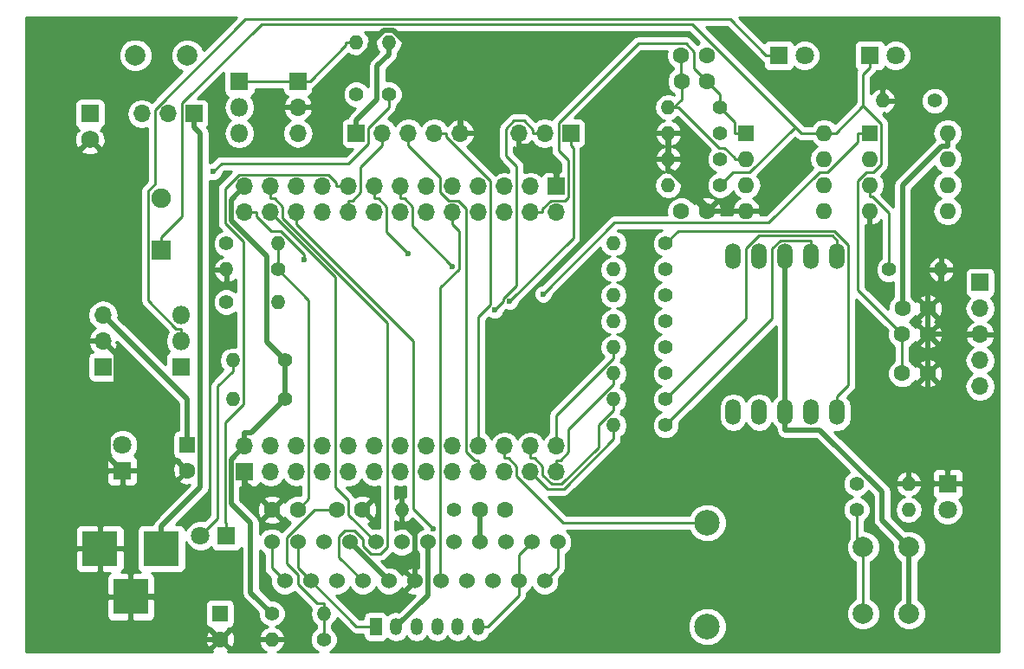
<source format=gbl>
G04 #@! TF.FileFunction,Copper,L2,Bot,Signal*
%FSLAX46Y46*%
G04 Gerber Fmt 4.6, Leading zero omitted, Abs format (unit mm)*
G04 Created by KiCad (PCBNEW 4.0.7) date Mon Feb 26 15:09:19 2018*
%MOMM*%
%LPD*%
G01*
G04 APERTURE LIST*
%ADD10C,0.100000*%
%ADD11C,1.600000*%
%ADD12R,1.600000X1.600000*%
%ADD13R,1.800000X1.800000*%
%ADD14C,1.800000*%
%ADD15R,3.500000X3.500000*%
%ADD16R,1.750000X1.750000*%
%ADD17C,1.750000*%
%ADD18R,1.200000X1.700000*%
%ADD19O,1.200000X1.700000*%
%ADD20R,1.700000X1.700000*%
%ADD21O,1.700000X1.700000*%
%ADD22R,1.905000X1.905000*%
%ADD23C,1.905000*%
%ADD24C,2.499360*%
%ADD25O,1.800000X1.800000*%
%ADD26C,1.400000*%
%ADD27O,1.400000X1.400000*%
%ADD28C,1.524000*%
%ADD29O,1.524000X2.524000*%
%ADD30O,1.600000X1.600000*%
%ADD31C,2.000000*%
%ADD32C,0.600000*%
%ADD33C,0.250000*%
%ADD34C,0.500000*%
%ADD35C,0.254000*%
G04 APERTURE END LIST*
D10*
D11*
X104775000Y-112395000D03*
X102275000Y-112395000D03*
X108585000Y-112395000D03*
X111085000Y-112395000D03*
X122555000Y-112395000D03*
X125055000Y-112395000D03*
D12*
X93980000Y-106045000D03*
D11*
X93980000Y-108545000D03*
X163830000Y-99060000D03*
X166330000Y-99060000D03*
D12*
X97155000Y-122555000D03*
D11*
X97155000Y-125055000D03*
X142240000Y-83185000D03*
X144740000Y-83185000D03*
X166370000Y-92710000D03*
X163870000Y-92710000D03*
X142240000Y-67945000D03*
X144740000Y-67945000D03*
X144780000Y-70485000D03*
X142280000Y-70485000D03*
X163830000Y-95250000D03*
X166330000Y-95250000D03*
D13*
X97790000Y-114935000D03*
D14*
X95250000Y-114935000D03*
D13*
X87630000Y-108585000D03*
D14*
X87630000Y-106045000D03*
D13*
X168275000Y-109855000D03*
D14*
X168275000Y-112395000D03*
D13*
X151765000Y-67945000D03*
D14*
X154305000Y-67945000D03*
D15*
X91440000Y-116205000D03*
X85440000Y-116205000D03*
X88440000Y-120905000D03*
D16*
X84455000Y-73660000D03*
D17*
X84455000Y-76160000D03*
D18*
X112395000Y-123825000D03*
D19*
X114395000Y-123825000D03*
X116395000Y-123825000D03*
X118395000Y-123825000D03*
X120395000Y-123825000D03*
X122395000Y-123825000D03*
D20*
X99568000Y-108712000D03*
D21*
X99568000Y-106172000D03*
X102108000Y-108712000D03*
X102108000Y-106172000D03*
X104648000Y-108712000D03*
X104648000Y-106172000D03*
X107188000Y-108712000D03*
X107188000Y-106172000D03*
X109728000Y-108712000D03*
X109728000Y-106172000D03*
X112268000Y-108712000D03*
X112268000Y-106172000D03*
X114808000Y-108712000D03*
X114808000Y-106172000D03*
X117348000Y-108712000D03*
X117348000Y-106172000D03*
X119888000Y-108712000D03*
X119888000Y-106172000D03*
X122428000Y-108712000D03*
X122428000Y-106172000D03*
X124968000Y-108712000D03*
X124968000Y-106172000D03*
X127508000Y-108712000D03*
X127508000Y-106172000D03*
X130048000Y-108712000D03*
X130048000Y-106172000D03*
D20*
X130048000Y-80772000D03*
D21*
X130048000Y-83312000D03*
X127508000Y-80772000D03*
X127508000Y-83312000D03*
X124968000Y-80772000D03*
X124968000Y-83312000D03*
X122428000Y-80772000D03*
X122428000Y-83312000D03*
X119888000Y-80772000D03*
X119888000Y-83312000D03*
X117348000Y-80772000D03*
X117348000Y-83312000D03*
X114808000Y-80772000D03*
X114808000Y-83312000D03*
X112268000Y-80772000D03*
X112268000Y-83312000D03*
X109728000Y-80772000D03*
X109728000Y-83312000D03*
X107188000Y-80772000D03*
X107188000Y-83312000D03*
X104648000Y-80772000D03*
X104648000Y-83312000D03*
X102108000Y-80772000D03*
X102108000Y-83312000D03*
X99568000Y-80772000D03*
X99568000Y-83312000D03*
D22*
X91440000Y-86995000D03*
D23*
X91440000Y-81915000D03*
D24*
X144780000Y-113665000D03*
X144780000Y-123825000D03*
D13*
X99060000Y-70485000D03*
D25*
X99060000Y-73025000D03*
X99060000Y-75565000D03*
D13*
X93345000Y-98425000D03*
D25*
X93345000Y-95885000D03*
X93345000Y-93345000D03*
D26*
X97790000Y-86360000D03*
D27*
X102870000Y-86360000D03*
D26*
X102870000Y-88900000D03*
D27*
X97790000Y-88900000D03*
D26*
X102235000Y-122555000D03*
D27*
X107315000Y-122555000D03*
D26*
X107315000Y-125095000D03*
D27*
X102235000Y-125095000D03*
D26*
X110490000Y-71755000D03*
D27*
X110490000Y-66675000D03*
D26*
X120015000Y-112395000D03*
D27*
X114935000Y-112395000D03*
D26*
X103505000Y-97790000D03*
D27*
X98425000Y-97790000D03*
D26*
X103505000Y-101600000D03*
D27*
X98425000Y-101600000D03*
D26*
X113665000Y-71755000D03*
D27*
X113665000Y-66675000D03*
D26*
X159385000Y-112395000D03*
D27*
X164465000Y-112395000D03*
D26*
X159385000Y-109855000D03*
D27*
X164465000Y-109855000D03*
D26*
X146050000Y-80645000D03*
D27*
X140970000Y-80645000D03*
D26*
X146050000Y-78105000D03*
D27*
X140970000Y-78105000D03*
D26*
X162560000Y-88900000D03*
D27*
X167640000Y-88900000D03*
D26*
X140716000Y-104140000D03*
D27*
X135636000Y-104140000D03*
D26*
X140716000Y-101600000D03*
D27*
X135636000Y-101600000D03*
D26*
X140716000Y-99060000D03*
D27*
X135636000Y-99060000D03*
D26*
X140716000Y-96520000D03*
D27*
X135636000Y-96520000D03*
D26*
X140716000Y-93980000D03*
D27*
X135636000Y-93980000D03*
D26*
X140716000Y-91440000D03*
D27*
X135636000Y-91440000D03*
D26*
X140716000Y-88900000D03*
D27*
X135636000Y-88900000D03*
D26*
X140716000Y-86360000D03*
D27*
X135636000Y-86360000D03*
D26*
X97790000Y-92075000D03*
D27*
X102870000Y-92075000D03*
D26*
X146050000Y-75565000D03*
D27*
X140970000Y-75565000D03*
D26*
X167005000Y-72390000D03*
D27*
X161925000Y-72390000D03*
D26*
X146050000Y-73025000D03*
D27*
X140970000Y-73025000D03*
D20*
X94615000Y-73660000D03*
D21*
X92075000Y-73660000D03*
X89535000Y-73660000D03*
D20*
X104775000Y-70485000D03*
D21*
X104775000Y-73025000D03*
X104775000Y-75565000D03*
D28*
X130175000Y-115570000D03*
X128905000Y-119380000D03*
X127635000Y-115570000D03*
X126365000Y-119380000D03*
X125095000Y-115570000D03*
X123825000Y-119380000D03*
X122555000Y-115570000D03*
X121285000Y-119380000D03*
X120015000Y-115570000D03*
X118745000Y-119380000D03*
X117475000Y-115570000D03*
X116205000Y-119380000D03*
X114935000Y-115570000D03*
X113665000Y-119380000D03*
X112395000Y-115570000D03*
X111125000Y-119380000D03*
X109855000Y-115570000D03*
X108585000Y-119380000D03*
X107315000Y-115570000D03*
X106045000Y-119380000D03*
X104775000Y-115570000D03*
X103505000Y-119380000D03*
X102235000Y-115570000D03*
D29*
X147320000Y-102870000D03*
X149860000Y-102870000D03*
X152400000Y-102870000D03*
X154940000Y-102870000D03*
X157480000Y-102870000D03*
X157480000Y-87630000D03*
X154940000Y-87630000D03*
X152400000Y-87630000D03*
X149860000Y-87630000D03*
X147320000Y-87630000D03*
D12*
X160655000Y-75565000D03*
D30*
X168275000Y-83185000D03*
X160655000Y-78105000D03*
X168275000Y-80645000D03*
X160655000Y-80645000D03*
X168275000Y-78105000D03*
X160655000Y-83185000D03*
X168275000Y-75565000D03*
D12*
X148590000Y-75565000D03*
D30*
X156210000Y-83185000D03*
X148590000Y-78105000D03*
X156210000Y-80645000D03*
X148590000Y-80645000D03*
X156210000Y-78105000D03*
X148590000Y-83185000D03*
X156210000Y-75565000D03*
D20*
X85725000Y-98425000D03*
D21*
X85725000Y-95885000D03*
X85725000Y-93345000D03*
D31*
X93980000Y-67945000D03*
X88900000Y-67935000D03*
D20*
X171450000Y-90170000D03*
D21*
X171450000Y-92710000D03*
X171450000Y-95250000D03*
X171450000Y-97790000D03*
X171450000Y-100330000D03*
D20*
X131445000Y-75565000D03*
D21*
X128905000Y-75565000D03*
X126365000Y-75565000D03*
D20*
X110490000Y-75565000D03*
D21*
X113030000Y-75565000D03*
X115570000Y-75565000D03*
X118110000Y-75565000D03*
X120650000Y-75565000D03*
D13*
X160655000Y-67945000D03*
D14*
X163195000Y-67945000D03*
D31*
X164520000Y-122555000D03*
X160020000Y-122555000D03*
X164520000Y-116055000D03*
X160020000Y-116055000D03*
D32*
X105402900Y-87943400D03*
X125481800Y-91998500D03*
X123997200Y-92863600D03*
X119895100Y-88568700D03*
X115525000Y-87311000D03*
X118043900Y-114289600D03*
X96499000Y-79324200D03*
X128749100Y-91281000D03*
D33*
X102870000Y-86360000D02*
X102870000Y-87385300D01*
X105846600Y-91876600D02*
X102870000Y-88900000D01*
X105846600Y-111323400D02*
X105846600Y-91876600D01*
X104775000Y-112395000D02*
X105846600Y-111323400D01*
X102870000Y-88900000D02*
X102870000Y-87385300D01*
D34*
X127441600Y-76865300D02*
X130048000Y-79471700D01*
X126365000Y-76865300D02*
X127441600Y-76865300D01*
X130048000Y-80772000D02*
X130048000Y-79471700D01*
X126365000Y-75565000D02*
X126365000Y-76865300D01*
X140970000Y-78105000D02*
X140970000Y-79255300D01*
X116205000Y-114815300D02*
X114935000Y-113545300D01*
X116205000Y-119380000D02*
X116205000Y-114815300D01*
X114935000Y-112395000D02*
X114935000Y-113545300D01*
X140970000Y-75565000D02*
X140970000Y-78105000D01*
X99892300Y-110012300D02*
X102275000Y-112395000D01*
X99568000Y-110012300D02*
X99892300Y-110012300D01*
X99568000Y-108712000D02*
X99568000Y-110012300D01*
X94790300Y-125055000D02*
X90640300Y-120905000D01*
X97155000Y-125055000D02*
X94790300Y-125055000D01*
X88440000Y-120905000D02*
X90640300Y-120905000D01*
X111814300Y-67286000D02*
X106075300Y-73025000D01*
X111814300Y-66843800D02*
X111814300Y-67286000D01*
X113174800Y-65483300D02*
X111814300Y-66843800D01*
X114124300Y-65483300D02*
X113174800Y-65483300D01*
X120650000Y-72009000D02*
X114124300Y-65483300D01*
X120650000Y-75565000D02*
X120650000Y-72009000D01*
X104775000Y-73025000D02*
X106075300Y-73025000D01*
X166370000Y-91320300D02*
X166370000Y-92710000D01*
X167640000Y-90050300D02*
X166370000Y-91320300D01*
X167640000Y-88900000D02*
X167640000Y-90050300D01*
X141257600Y-79255300D02*
X140970000Y-79255300D01*
X144740000Y-82737700D02*
X141257600Y-79255300D01*
X144740000Y-83185000D02*
X144740000Y-82737700D01*
X148590000Y-83185000D02*
X147339700Y-83185000D01*
X144740000Y-83185000D02*
X147339700Y-83185000D01*
X171450000Y-95250000D02*
X170149700Y-95250000D01*
X170109700Y-95210000D02*
X170149700Y-95250000D01*
X166370000Y-95210000D02*
X170109700Y-95210000D01*
X166370000Y-92710000D02*
X166370000Y-95210000D01*
X166370000Y-95210000D02*
X166330000Y-95250000D01*
X87025400Y-97185400D02*
X85725000Y-95885000D01*
X87025400Y-102277600D02*
X87025400Y-97185400D01*
X86254500Y-103048500D02*
X87025400Y-102277600D01*
X86254500Y-107209500D02*
X86254500Y-103048500D01*
X87630000Y-108585000D02*
X86254500Y-107209500D01*
X166330000Y-95250000D02*
X166330000Y-99060000D01*
X164465000Y-109855000D02*
X164465000Y-108704700D01*
X168275000Y-109855000D02*
X166924700Y-109855000D01*
X165119700Y-108050000D02*
X166924700Y-109855000D01*
X166330000Y-106839700D02*
X165119700Y-108050000D01*
X166330000Y-99060000D02*
X166330000Y-106839700D01*
X165119700Y-108050000D02*
X164465000Y-108704700D01*
D33*
X107315000Y-125095000D02*
X107315000Y-122555000D01*
X106642100Y-121529700D02*
X107315000Y-121529700D01*
X104775000Y-119662600D02*
X106642100Y-121529700D01*
X104775000Y-118746900D02*
X104775000Y-119662600D01*
X103675200Y-117647100D02*
X104775000Y-118746900D01*
X103675200Y-115119000D02*
X103675200Y-117647100D01*
X106399200Y-112395000D02*
X103675200Y-115119000D01*
X108585000Y-112395000D02*
X106399200Y-112395000D01*
X107315000Y-122555000D02*
X107315000Y-121529700D01*
D34*
X112514700Y-68975600D02*
X113665000Y-67825300D01*
X112514700Y-72240000D02*
X112514700Y-68975600D01*
X110490000Y-74264700D02*
X112514700Y-72240000D01*
X110490000Y-75565000D02*
X110490000Y-74264700D01*
X113665000Y-66675000D02*
X113665000Y-67825300D01*
X109855000Y-115570000D02*
X113665000Y-119380000D01*
X122555000Y-115570000D02*
X122555000Y-112395000D01*
X103505000Y-97790000D02*
X103505000Y-101600000D01*
X98242000Y-82098000D02*
X99568000Y-80772000D01*
X98242000Y-84111500D02*
X98242000Y-82098000D01*
X101712000Y-87581500D02*
X98242000Y-84111500D01*
X101712000Y-95997000D02*
X101712000Y-87581500D01*
X103505000Y-97790000D02*
X101712000Y-95997000D01*
X152400000Y-102870000D02*
X152400000Y-87630000D01*
X164520000Y-122555000D02*
X164520000Y-116055000D01*
X155798000Y-104582300D02*
X152400000Y-104582300D01*
X161868600Y-110652900D02*
X155798000Y-104582300D01*
X161868600Y-113403600D02*
X161868600Y-110652900D01*
X164520000Y-116055000D02*
X161868600Y-113403600D01*
X152400000Y-102870000D02*
X152400000Y-104582300D01*
X98267600Y-107472400D02*
X99568000Y-106172000D01*
X98267600Y-111798500D02*
X98267600Y-107472400D01*
X100167800Y-113698700D02*
X98267600Y-111798500D01*
X100167800Y-120487800D02*
X100167800Y-113698700D01*
X102235000Y-122555000D02*
X100167800Y-120487800D01*
X100233300Y-104871700D02*
X103505000Y-101600000D01*
X99568000Y-104871700D02*
X100233300Y-104871700D01*
X99568000Y-106172000D02*
X99568000Y-104871700D01*
X93980000Y-101600000D02*
X85725000Y-93345000D01*
X93980000Y-106045000D02*
X93980000Y-101600000D01*
D33*
X108458000Y-89662000D02*
X102108000Y-83312000D01*
X108458000Y-110205600D02*
X108458000Y-89662000D01*
X109710400Y-111458000D02*
X108458000Y-110205600D01*
X109710400Y-112885400D02*
X109710400Y-111458000D01*
X112395000Y-115570000D02*
X109710400Y-112885400D01*
X160655000Y-67945000D02*
X160655000Y-69170300D01*
X157335300Y-75565000D02*
X160038600Y-72861700D01*
X160038600Y-69786700D02*
X160655000Y-69170300D01*
X160038600Y-72861700D02*
X160038600Y-69786700D01*
X163830000Y-99060000D02*
X163830000Y-95250000D01*
X161780400Y-74603500D02*
X160038600Y-72861700D01*
X161780400Y-78644300D02*
X161780400Y-74603500D01*
X161049900Y-79374800D02*
X161780400Y-78644300D01*
X160319200Y-79374800D02*
X161049900Y-79374800D01*
X159499700Y-80194300D02*
X160319200Y-79374800D01*
X159499700Y-90919700D02*
X159499700Y-80194300D01*
X163830000Y-95250000D02*
X159499700Y-90919700D01*
X156772700Y-75565000D02*
X157335300Y-75565000D01*
X156772700Y-75565000D02*
X156210000Y-75565000D01*
X156210000Y-75565000D02*
X155084700Y-75565000D01*
X91440000Y-86995000D02*
X91440000Y-85717200D01*
X148927300Y-79375000D02*
X153354000Y-74948300D01*
X147320000Y-79375000D02*
X148927300Y-79375000D01*
X146050000Y-80645000D02*
X147320000Y-79375000D01*
X153970600Y-75565000D02*
X153354000Y-74948300D01*
X155084700Y-75565000D02*
X153970600Y-75565000D01*
X93439600Y-83717600D02*
X91440000Y-85717200D01*
X93439600Y-72637400D02*
X93439600Y-83717600D01*
X101196000Y-64881000D02*
X93439600Y-72637400D01*
X143286600Y-64881000D02*
X101196000Y-64881000D01*
X153354000Y-74948300D02*
X143286600Y-64881000D01*
D34*
X117475000Y-120745000D02*
X117475000Y-115570000D01*
X114395000Y-123825000D02*
X117475000Y-120745000D01*
X163870000Y-80673300D02*
X163870000Y-92710000D01*
X167728000Y-76815300D02*
X163870000Y-80673300D01*
X168275000Y-76815300D02*
X167728000Y-76815300D01*
X168275000Y-75565000D02*
X168275000Y-76815300D01*
D33*
X142240000Y-70445000D02*
X142240000Y-67945000D01*
X142280000Y-70485000D02*
X142240000Y-70445000D01*
X145950000Y-76979700D02*
X141995300Y-73025000D01*
X146480200Y-76979700D02*
X145950000Y-76979700D01*
X147464700Y-77964200D02*
X146480200Y-76979700D01*
X147464700Y-78105000D02*
X147464700Y-77964200D01*
X148590000Y-78105000D02*
X147464700Y-78105000D01*
X140970000Y-73025000D02*
X141482700Y-73025000D01*
X141482700Y-73025000D02*
X141995300Y-73025000D01*
X142280000Y-72227700D02*
X142280000Y-70485000D01*
X141482700Y-73025000D02*
X142280000Y-72227700D01*
X147464700Y-74439700D02*
X146050000Y-73025000D01*
X147464700Y-75565000D02*
X147464700Y-74439700D01*
X148590000Y-75565000D02*
X147464700Y-75565000D01*
X146050000Y-71755000D02*
X144780000Y-70485000D01*
X146050000Y-73025000D02*
X146050000Y-71755000D01*
X128683300Y-82944600D02*
X128683300Y-83312000D01*
X129491200Y-82136700D02*
X128683300Y-82944600D01*
X130889800Y-82136700D02*
X129491200Y-82136700D01*
X131223400Y-81803100D02*
X130889800Y-82136700D01*
X131223400Y-78216800D02*
X131223400Y-81803100D01*
X130238900Y-77232300D02*
X131223400Y-78216800D01*
X130238900Y-74572100D02*
X130238900Y-77232300D01*
X138030700Y-66780300D02*
X130238900Y-74572100D01*
X142695600Y-66780300D02*
X138030700Y-66780300D01*
X143490000Y-67574700D02*
X142695600Y-66780300D01*
X143490000Y-69195000D02*
X143490000Y-67574700D01*
X144780000Y-70485000D02*
X143490000Y-69195000D01*
X127508000Y-83312000D02*
X128683300Y-83312000D01*
X97654600Y-113574300D02*
X97790000Y-113709700D01*
X97654600Y-103859400D02*
X97654600Y-113574300D01*
X99459400Y-102054600D02*
X97654600Y-103859400D01*
X99459400Y-86142600D02*
X99459400Y-102054600D01*
X97652900Y-84336100D02*
X99459400Y-86142600D01*
X97652900Y-80997200D02*
X97652900Y-84336100D01*
X99053500Y-79596600D02*
X97652900Y-80997200D01*
X107744600Y-79596600D02*
X99053500Y-79596600D01*
X108552700Y-80404700D02*
X107744600Y-79596600D01*
X108552700Y-80772000D02*
X108552700Y-80404700D01*
X109728000Y-80772000D02*
X108552700Y-80772000D01*
X97790000Y-114935000D02*
X97790000Y-113709700D01*
X98425000Y-97790000D02*
X98425000Y-98815300D01*
X96949400Y-113235600D02*
X95250000Y-114935000D01*
X96949400Y-100290900D02*
X96949400Y-113235600D01*
X98425000Y-98815300D02*
X96949400Y-100290900D01*
X93345000Y-95885000D02*
X93345000Y-94659700D01*
X151765000Y-67945000D02*
X150539700Y-67945000D01*
X92885500Y-94659700D02*
X93345000Y-94659700D01*
X90159300Y-91933500D02*
X92885500Y-94659700D01*
X90159300Y-81188200D02*
X90159300Y-91933500D01*
X90805000Y-80542500D02*
X90159300Y-81188200D01*
X90805000Y-73266000D02*
X90805000Y-80542500D01*
X99640400Y-64430600D02*
X90805000Y-73266000D01*
X147025300Y-64430600D02*
X99640400Y-64430600D01*
X150539700Y-67945000D02*
X147025300Y-64430600D01*
D34*
X95257900Y-110186800D02*
X91440000Y-114004700D01*
X95257900Y-75603200D02*
X95257900Y-110186800D01*
X94615000Y-74960300D02*
X95257900Y-75603200D01*
X94615000Y-73660000D02*
X94615000Y-74960300D01*
X91440000Y-116205000D02*
X91440000Y-114004700D01*
D33*
X99568000Y-83312000D02*
X100743300Y-83312000D01*
X105402900Y-87414800D02*
X105402900Y-87943400D01*
X103107000Y-85118900D02*
X105402900Y-87414800D01*
X102164500Y-85118900D02*
X103107000Y-85118900D01*
X100743300Y-83697700D02*
X102164500Y-85118900D01*
X100743300Y-83312000D02*
X100743300Y-83697700D01*
X131677000Y-85803300D02*
X125481800Y-91998500D01*
X131677000Y-76972300D02*
X131677000Y-85803300D01*
X131445000Y-76740300D02*
X131677000Y-76972300D01*
X131445000Y-75565000D02*
X131445000Y-76740300D01*
X128905000Y-75565000D02*
X127729700Y-75565000D01*
X124856500Y-92004300D02*
X123997200Y-92863600D01*
X124856500Y-91739500D02*
X124856500Y-92004300D01*
X126168000Y-90428000D02*
X124856500Y-91739500D01*
X126168000Y-78783700D02*
X126168000Y-90428000D01*
X125117800Y-77733500D02*
X126168000Y-78783700D01*
X125117800Y-75123800D02*
X125117800Y-77733500D01*
X125904300Y-74337300D02*
X125117800Y-75123800D01*
X126869300Y-74337300D02*
X125904300Y-74337300D01*
X127729700Y-75197700D02*
X126869300Y-74337300D01*
X127729700Y-75565000D02*
X127729700Y-75197700D01*
X104775000Y-118110000D02*
X106045000Y-119380000D01*
X104775000Y-115570000D02*
X104775000Y-118110000D01*
X110490000Y-123825000D02*
X112395000Y-123825000D01*
X106045000Y-119380000D02*
X110490000Y-123825000D01*
X102235000Y-118110000D02*
X103505000Y-119380000D01*
X102235000Y-115570000D02*
X102235000Y-118110000D01*
X130175000Y-118110000D02*
X130175000Y-115570000D01*
X128905000Y-119380000D02*
X130175000Y-118110000D01*
X126365000Y-116840000D02*
X126365000Y-119380000D01*
X127635000Y-115570000D02*
X126365000Y-116840000D01*
X126365000Y-120780300D02*
X123320300Y-123825000D01*
X126365000Y-119380000D02*
X126365000Y-120780300D01*
X122395000Y-123825000D02*
X123320300Y-123825000D01*
X110095400Y-82136700D02*
X109728000Y-82136700D01*
X110903300Y-81328800D02*
X110095400Y-82136700D01*
X110903300Y-78867000D02*
X110903300Y-81328800D01*
X113030000Y-76740300D02*
X110903300Y-78867000D01*
X113030000Y-75565000D02*
X113030000Y-76740300D01*
X109728000Y-83312000D02*
X109728000Y-82136700D01*
X122060600Y-107536700D02*
X122428000Y-107536700D01*
X121252700Y-106728800D02*
X122060600Y-107536700D01*
X121252700Y-82934000D02*
X121252700Y-106728800D01*
X120455300Y-82136600D02*
X121252700Y-82934000D01*
X119551600Y-82136600D02*
X120455300Y-82136600D01*
X118712600Y-81297600D02*
X119551600Y-82136600D01*
X118712600Y-79882900D02*
X118712600Y-81297600D01*
X115570000Y-76740300D02*
X118712600Y-79882900D01*
X115570000Y-75565000D02*
X115570000Y-76740300D01*
X122428000Y-108712000D02*
X122428000Y-107536700D01*
X118110000Y-75565000D02*
X119285300Y-75565000D01*
X122428000Y-106172000D02*
X122428000Y-104996700D01*
X122428000Y-93548500D02*
X122428000Y-104996700D01*
X123603300Y-92373200D02*
X122428000Y-93548500D01*
X123603300Y-80208100D02*
X123603300Y-92373200D01*
X119285300Y-75890100D02*
X123603300Y-80208100D01*
X119285300Y-75565000D02*
X119285300Y-75890100D01*
X160020000Y-122555000D02*
X160020000Y-116055000D01*
X159385000Y-115420000D02*
X159385000Y-112395000D01*
X160020000Y-116055000D02*
X159385000Y-115420000D01*
X125335400Y-107347300D02*
X124968000Y-107347300D01*
X126143300Y-108155200D02*
X125335400Y-107347300D01*
X126143300Y-109088600D02*
X126143300Y-108155200D01*
X130719700Y-113665000D02*
X126143300Y-109088600D01*
X144780000Y-113665000D02*
X130719700Y-113665000D01*
X124968000Y-106172000D02*
X124968000Y-107347300D01*
X129144200Y-110348200D02*
X127508000Y-108712000D01*
X130764100Y-110348200D02*
X129144200Y-110348200D01*
X135636000Y-105476300D02*
X130764100Y-110348200D01*
X135636000Y-104140000D02*
X135636000Y-105476300D01*
X135636000Y-101600000D02*
X135636000Y-102625300D01*
X127508000Y-106172000D02*
X127508000Y-107347300D01*
X127875400Y-107347300D02*
X127508000Y-107347300D01*
X128683300Y-108155200D02*
X127875400Y-107347300D01*
X128683300Y-109013700D02*
X128683300Y-108155200D01*
X129567000Y-109897400D02*
X128683300Y-109013700D01*
X130558700Y-109897400D02*
X129567000Y-109897400D01*
X134160400Y-106295700D02*
X130558700Y-109897400D01*
X134160400Y-104100900D02*
X134160400Y-106295700D01*
X135636000Y-102625300D02*
X134160400Y-104100900D01*
X130415400Y-107536700D02*
X130048000Y-107536700D01*
X131223300Y-106728800D02*
X130415400Y-107536700D01*
X131223300Y-104498000D02*
X131223300Y-106728800D01*
X135636000Y-100085300D02*
X131223300Y-104498000D01*
X135636000Y-99060000D02*
X135636000Y-100085300D01*
X130048000Y-108712000D02*
X130048000Y-107536700D01*
X130048000Y-103133300D02*
X130048000Y-106172000D01*
X135636000Y-97545300D02*
X130048000Y-103133300D01*
X135636000Y-96520000D02*
X135636000Y-97545300D01*
X162560000Y-83394000D02*
X162560000Y-88900000D01*
X160936300Y-81770300D02*
X162560000Y-83394000D01*
X160655000Y-81770300D02*
X160936300Y-81770300D01*
X160655000Y-80645000D02*
X160655000Y-81770300D01*
X119888000Y-83312000D02*
X119888000Y-84487300D01*
X120520400Y-85119700D02*
X119888000Y-84487300D01*
X120520400Y-88827800D02*
X120520400Y-85119700D01*
X118694100Y-90654100D02*
X120520400Y-88827800D01*
X118694100Y-119329100D02*
X118694100Y-90654100D01*
X118745000Y-119380000D02*
X118694100Y-119329100D01*
X115175400Y-81947300D02*
X114808000Y-81947300D01*
X115983300Y-82755200D02*
X115175400Y-81947300D01*
X115983300Y-84656900D02*
X115983300Y-82755200D01*
X119895100Y-88568700D02*
X115983300Y-84656900D01*
X114808000Y-80772000D02*
X114808000Y-81947300D01*
X113443300Y-85229300D02*
X115525000Y-87311000D01*
X113443300Y-82755200D02*
X113443300Y-85229300D01*
X112635400Y-81947300D02*
X113443300Y-82755200D01*
X112268000Y-81947300D02*
X112635400Y-81947300D01*
X112268000Y-80772000D02*
X112268000Y-81947300D01*
X104648000Y-83312000D02*
X104648000Y-84487300D01*
X116078000Y-112323700D02*
X118043900Y-114289600D01*
X116078000Y-95917300D02*
X116078000Y-112323700D01*
X104648000Y-84487300D02*
X116078000Y-95917300D01*
X102475400Y-81947300D02*
X102108000Y-81947300D01*
X103283300Y-82755200D02*
X102475400Y-81947300D01*
X103283300Y-83850400D02*
X103283300Y-82755200D01*
X113518900Y-94086000D02*
X103283300Y-83850400D01*
X113518900Y-116015700D02*
X113518900Y-94086000D01*
X112850800Y-116683800D02*
X113518900Y-116015700D01*
X111895300Y-116683800D02*
X112850800Y-116683800D01*
X111125000Y-115913500D02*
X111895300Y-116683800D01*
X111125000Y-115280200D02*
X111125000Y-115913500D01*
X110311700Y-114466900D02*
X111125000Y-115280200D01*
X109349000Y-114466900D02*
X110311700Y-114466900D01*
X108756800Y-115059100D02*
X109349000Y-114466900D01*
X108756800Y-117011800D02*
X108756800Y-115059100D01*
X111125000Y-119380000D02*
X108756800Y-117011800D01*
X102108000Y-80772000D02*
X102108000Y-81947300D01*
X97323200Y-78500000D02*
X96499000Y-79324200D01*
X109737400Y-78500000D02*
X97323200Y-78500000D01*
X111665400Y-76572000D02*
X109737400Y-78500000D01*
X111665400Y-75029400D02*
X111665400Y-76572000D01*
X113665000Y-73029800D02*
X111665400Y-75029400D01*
X113665000Y-71755000D02*
X113665000Y-73029800D01*
X104775000Y-70485000D02*
X99060000Y-70485000D01*
X109464700Y-66970600D02*
X105950300Y-70485000D01*
X109464700Y-66675000D02*
X109464700Y-66970600D01*
X104775000Y-70485000D02*
X105950300Y-70485000D01*
X110490000Y-66675000D02*
X109464700Y-66675000D01*
X151130000Y-93726000D02*
X140716000Y-104140000D01*
X151130000Y-86848900D02*
X151130000Y-93726000D01*
X151936200Y-86042700D02*
X151130000Y-86848900D01*
X154940000Y-86042700D02*
X151936200Y-86042700D01*
X154940000Y-87630000D02*
X154940000Y-86042700D01*
X148590000Y-93726000D02*
X140716000Y-101600000D01*
X148590000Y-86828000D02*
X148590000Y-93726000D01*
X149838000Y-85580000D02*
X148590000Y-86828000D01*
X157017300Y-85580000D02*
X149838000Y-85580000D01*
X157480000Y-86042700D02*
X157017300Y-85580000D01*
X157480000Y-87630000D02*
X157480000Y-86042700D01*
X141946400Y-85129600D02*
X140716000Y-86360000D01*
X157203800Y-85129600D02*
X141946400Y-85129600D01*
X158588300Y-86514100D02*
X157203800Y-85129600D01*
X158588300Y-100174400D02*
X158588300Y-86514100D01*
X157480000Y-101282700D02*
X158588300Y-100174400D01*
X157480000Y-102870000D02*
X157480000Y-101282700D01*
X135719000Y-84311100D02*
X128749100Y-91281000D01*
X150793400Y-84311100D02*
X135719000Y-84311100D01*
X155729500Y-79375000D02*
X150793400Y-84311100D01*
X156566100Y-79375000D02*
X155729500Y-79375000D01*
X159529700Y-76411400D02*
X156566100Y-79375000D01*
X159529700Y-75565000D02*
X159529700Y-76411400D01*
X160655000Y-75565000D02*
X159529700Y-75565000D01*
D35*
G36*
X95545027Y-67451170D02*
X95366894Y-67020057D01*
X94907363Y-66559722D01*
X94306648Y-66310284D01*
X93656205Y-66309716D01*
X93055057Y-66558106D01*
X92594722Y-67017637D01*
X92345284Y-67618352D01*
X92344716Y-68268795D01*
X92593106Y-68869943D01*
X93052637Y-69330278D01*
X93485980Y-69510217D01*
X90483321Y-72512877D01*
X90103285Y-72258946D01*
X89535000Y-72145907D01*
X88966715Y-72258946D01*
X88484946Y-72580853D01*
X88163039Y-73062622D01*
X88050000Y-73630907D01*
X88050000Y-73689093D01*
X88163039Y-74257378D01*
X88484946Y-74739147D01*
X88966715Y-75061054D01*
X89535000Y-75174093D01*
X90045000Y-75072648D01*
X90045000Y-80227698D01*
X89621899Y-80650799D01*
X89457152Y-80897361D01*
X89399300Y-81188200D01*
X89399300Y-91933500D01*
X89457152Y-92224339D01*
X89621899Y-92470901D01*
X92123777Y-94972779D01*
X91926845Y-95267509D01*
X91810000Y-95854928D01*
X91810000Y-95915072D01*
X91926845Y-96502491D01*
X92207837Y-96923026D01*
X91993559Y-97060910D01*
X91848569Y-97273110D01*
X91797560Y-97525000D01*
X91797560Y-98165981D01*
X87195539Y-93563959D01*
X87239093Y-93345000D01*
X87126054Y-92776715D01*
X86804147Y-92294946D01*
X86322378Y-91973039D01*
X85754093Y-91860000D01*
X85695907Y-91860000D01*
X85127622Y-91973039D01*
X84645853Y-92294946D01*
X84323946Y-92776715D01*
X84210907Y-93345000D01*
X84323946Y-93913285D01*
X84645853Y-94395054D01*
X84986553Y-94622702D01*
X84843642Y-94689817D01*
X84453355Y-95118076D01*
X84283524Y-95528110D01*
X84404845Y-95758000D01*
X85598000Y-95758000D01*
X85598000Y-95738000D01*
X85852000Y-95738000D01*
X85852000Y-95758000D01*
X85872000Y-95758000D01*
X85872000Y-96012000D01*
X85852000Y-96012000D01*
X85852000Y-96032000D01*
X85598000Y-96032000D01*
X85598000Y-96012000D01*
X84404845Y-96012000D01*
X84283524Y-96241890D01*
X84453355Y-96651924D01*
X84729501Y-96954937D01*
X84639683Y-96971838D01*
X84423559Y-97110910D01*
X84278569Y-97323110D01*
X84227560Y-97575000D01*
X84227560Y-99275000D01*
X84271838Y-99510317D01*
X84410910Y-99726441D01*
X84623110Y-99871431D01*
X84875000Y-99922440D01*
X86575000Y-99922440D01*
X86810317Y-99878162D01*
X87026441Y-99739090D01*
X87171431Y-99526890D01*
X87222440Y-99275000D01*
X87222440Y-97575000D01*
X87178162Y-97339683D01*
X87039090Y-97123559D01*
X86826890Y-96978569D01*
X86718893Y-96956699D01*
X86996645Y-96651924D01*
X87166476Y-96241890D01*
X87045156Y-96012002D01*
X87140422Y-96012002D01*
X93095000Y-101966579D01*
X93095000Y-104613554D01*
X92944683Y-104641838D01*
X92728559Y-104780910D01*
X92583569Y-104993110D01*
X92532560Y-105245000D01*
X92532560Y-106845000D01*
X92576838Y-107080317D01*
X92715910Y-107296441D01*
X92928110Y-107441431D01*
X93166201Y-107489646D01*
X93151861Y-107537255D01*
X93980000Y-108365395D01*
X93994143Y-108351253D01*
X94173748Y-108530858D01*
X94159605Y-108545000D01*
X94173748Y-108559143D01*
X93994143Y-108738748D01*
X93980000Y-108724605D01*
X93151861Y-109552745D01*
X93225995Y-109798864D01*
X93763223Y-109991965D01*
X94223081Y-109970040D01*
X90814210Y-113378910D01*
X90622367Y-113666025D01*
X90611190Y-113722216D01*
X90594213Y-113807560D01*
X89690000Y-113807560D01*
X89454683Y-113851838D01*
X89238559Y-113990910D01*
X89093569Y-114203110D01*
X89042560Y-114455000D01*
X89042560Y-117955000D01*
X89086838Y-118190317D01*
X89225910Y-118406441D01*
X89392109Y-118520000D01*
X88725750Y-118520000D01*
X88567000Y-118678750D01*
X88567000Y-120778000D01*
X90666250Y-120778000D01*
X90825000Y-120619250D01*
X90825000Y-119028690D01*
X90728327Y-118795301D01*
X90549698Y-118616673D01*
X90515337Y-118602440D01*
X93190000Y-118602440D01*
X93425317Y-118558162D01*
X93641441Y-118419090D01*
X93786431Y-118206890D01*
X93837440Y-117955000D01*
X93837440Y-115535960D01*
X93947932Y-115803371D01*
X94379357Y-116235551D01*
X94943330Y-116469733D01*
X95553991Y-116470265D01*
X96118371Y-116237068D01*
X96286613Y-116069120D01*
X96286838Y-116070317D01*
X96425910Y-116286441D01*
X96638110Y-116431431D01*
X96890000Y-116482440D01*
X98690000Y-116482440D01*
X98925317Y-116438162D01*
X99141441Y-116299090D01*
X99282800Y-116092204D01*
X99282800Y-120487795D01*
X99282799Y-120487800D01*
X99337215Y-120761362D01*
X99350167Y-120826475D01*
X99487494Y-121032000D01*
X99542010Y-121113590D01*
X100900072Y-122471651D01*
X100899769Y-122819383D01*
X101102582Y-123310229D01*
X101477796Y-123686098D01*
X101834943Y-123834399D01*
X101432337Y-124028236D01*
X101085203Y-124416604D01*
X100942284Y-124761671D01*
X101065626Y-124968000D01*
X102108000Y-124968000D01*
X102108000Y-124948000D01*
X102362000Y-124948000D01*
X102362000Y-124968000D01*
X103404374Y-124968000D01*
X103527716Y-124761671D01*
X103384797Y-124416604D01*
X103037663Y-124028236D01*
X102634803Y-123834277D01*
X102990229Y-123687418D01*
X103366098Y-123312204D01*
X103569768Y-122821713D01*
X103570231Y-122290617D01*
X103367418Y-121799771D01*
X102992204Y-121423902D01*
X102501713Y-121220232D01*
X102151506Y-121219927D01*
X101052800Y-120121220D01*
X101052800Y-116363118D01*
X101442630Y-116753629D01*
X101475000Y-116767070D01*
X101475000Y-118110000D01*
X101532852Y-118400839D01*
X101697599Y-118647401D01*
X102120817Y-119070619D01*
X102108243Y-119100900D01*
X102107758Y-119656661D01*
X102319990Y-120170303D01*
X102712630Y-120563629D01*
X103225900Y-120776757D01*
X103781661Y-120777242D01*
X104295303Y-120565010D01*
X104449090Y-120411492D01*
X106065981Y-122028383D01*
X106055467Y-122044118D01*
X105953846Y-122555000D01*
X106055467Y-123065882D01*
X106344858Y-123498988D01*
X106555000Y-123639400D01*
X106555000Y-123967345D01*
X106183902Y-124337796D01*
X105980232Y-124828287D01*
X105979769Y-125359383D01*
X106182582Y-125850229D01*
X106557796Y-126226098D01*
X106711689Y-126290000D01*
X102771313Y-126290000D01*
X103037663Y-126161764D01*
X103384797Y-125773396D01*
X103527716Y-125428329D01*
X103404374Y-125222000D01*
X102362000Y-125222000D01*
X102362000Y-125242000D01*
X102108000Y-125242000D01*
X102108000Y-125222000D01*
X101065626Y-125222000D01*
X100942284Y-125428329D01*
X101085203Y-125773396D01*
X101432337Y-126161764D01*
X101698687Y-126290000D01*
X97914687Y-126290000D01*
X97983139Y-126062745D01*
X97155000Y-125234605D01*
X96326861Y-126062745D01*
X96395313Y-126290000D01*
X78180000Y-126290000D01*
X78180000Y-124838223D01*
X95708035Y-124838223D01*
X95735222Y-125408454D01*
X95901136Y-125809005D01*
X96147255Y-125883139D01*
X96975395Y-125055000D01*
X97334605Y-125055000D01*
X98162745Y-125883139D01*
X98408864Y-125809005D01*
X98601965Y-125271777D01*
X98574778Y-124701546D01*
X98408864Y-124300995D01*
X98162745Y-124226861D01*
X97334605Y-125055000D01*
X96975395Y-125055000D01*
X96147255Y-124226861D01*
X95901136Y-124300995D01*
X95708035Y-124838223D01*
X78180000Y-124838223D01*
X78180000Y-121190750D01*
X86055000Y-121190750D01*
X86055000Y-122781310D01*
X86151673Y-123014699D01*
X86330302Y-123193327D01*
X86563691Y-123290000D01*
X88154250Y-123290000D01*
X88313000Y-123131250D01*
X88313000Y-121032000D01*
X88567000Y-121032000D01*
X88567000Y-123131250D01*
X88725750Y-123290000D01*
X90316309Y-123290000D01*
X90549698Y-123193327D01*
X90728327Y-123014699D01*
X90825000Y-122781310D01*
X90825000Y-121755000D01*
X95707560Y-121755000D01*
X95707560Y-123355000D01*
X95751838Y-123590317D01*
X95890910Y-123806441D01*
X96103110Y-123951431D01*
X96341201Y-123999646D01*
X96326861Y-124047255D01*
X97155000Y-124875395D01*
X97983139Y-124047255D01*
X97968855Y-123999833D01*
X98190317Y-123958162D01*
X98406441Y-123819090D01*
X98551431Y-123606890D01*
X98602440Y-123355000D01*
X98602440Y-121755000D01*
X98558162Y-121519683D01*
X98419090Y-121303559D01*
X98206890Y-121158569D01*
X97955000Y-121107560D01*
X96355000Y-121107560D01*
X96119683Y-121151838D01*
X95903559Y-121290910D01*
X95758569Y-121503110D01*
X95707560Y-121755000D01*
X90825000Y-121755000D01*
X90825000Y-121190750D01*
X90666250Y-121032000D01*
X88567000Y-121032000D01*
X88313000Y-121032000D01*
X86213750Y-121032000D01*
X86055000Y-121190750D01*
X78180000Y-121190750D01*
X78180000Y-116490750D01*
X83055000Y-116490750D01*
X83055000Y-118081310D01*
X83151673Y-118314699D01*
X83330302Y-118493327D01*
X83563691Y-118590000D01*
X85154250Y-118590000D01*
X85313000Y-118431250D01*
X85313000Y-116332000D01*
X85567000Y-116332000D01*
X85567000Y-118431250D01*
X85725750Y-118590000D01*
X86394696Y-118590000D01*
X86330302Y-118616673D01*
X86151673Y-118795301D01*
X86055000Y-119028690D01*
X86055000Y-120619250D01*
X86213750Y-120778000D01*
X88313000Y-120778000D01*
X88313000Y-118678750D01*
X88154250Y-118520000D01*
X87485304Y-118520000D01*
X87549698Y-118493327D01*
X87728327Y-118314699D01*
X87825000Y-118081310D01*
X87825000Y-116490750D01*
X87666250Y-116332000D01*
X85567000Y-116332000D01*
X85313000Y-116332000D01*
X83213750Y-116332000D01*
X83055000Y-116490750D01*
X78180000Y-116490750D01*
X78180000Y-114328690D01*
X83055000Y-114328690D01*
X83055000Y-115919250D01*
X83213750Y-116078000D01*
X85313000Y-116078000D01*
X85313000Y-113978750D01*
X85567000Y-113978750D01*
X85567000Y-116078000D01*
X87666250Y-116078000D01*
X87825000Y-115919250D01*
X87825000Y-114328690D01*
X87728327Y-114095301D01*
X87549698Y-113916673D01*
X87316309Y-113820000D01*
X85725750Y-113820000D01*
X85567000Y-113978750D01*
X85313000Y-113978750D01*
X85154250Y-113820000D01*
X83563691Y-113820000D01*
X83330302Y-113916673D01*
X83151673Y-114095301D01*
X83055000Y-114328690D01*
X78180000Y-114328690D01*
X78180000Y-108870750D01*
X86095000Y-108870750D01*
X86095000Y-109611309D01*
X86191673Y-109844698D01*
X86370301Y-110023327D01*
X86603690Y-110120000D01*
X87344250Y-110120000D01*
X87503000Y-109961250D01*
X87503000Y-108712000D01*
X87757000Y-108712000D01*
X87757000Y-109961250D01*
X87915750Y-110120000D01*
X88656310Y-110120000D01*
X88889699Y-110023327D01*
X89068327Y-109844698D01*
X89165000Y-109611309D01*
X89165000Y-108870750D01*
X89006250Y-108712000D01*
X87757000Y-108712000D01*
X87503000Y-108712000D01*
X86253750Y-108712000D01*
X86095000Y-108870750D01*
X78180000Y-108870750D01*
X78180000Y-106348991D01*
X86094735Y-106348991D01*
X86327932Y-106913371D01*
X86505092Y-107090841D01*
X86370301Y-107146673D01*
X86191673Y-107325302D01*
X86095000Y-107558691D01*
X86095000Y-108299250D01*
X86253750Y-108458000D01*
X87503000Y-108458000D01*
X87503000Y-108438000D01*
X87757000Y-108438000D01*
X87757000Y-108458000D01*
X89006250Y-108458000D01*
X89136027Y-108328223D01*
X92533035Y-108328223D01*
X92560222Y-108898454D01*
X92726136Y-109299005D01*
X92972255Y-109373139D01*
X93800395Y-108545000D01*
X92972255Y-107716861D01*
X92726136Y-107790995D01*
X92533035Y-108328223D01*
X89136027Y-108328223D01*
X89165000Y-108299250D01*
X89165000Y-107558691D01*
X89068327Y-107325302D01*
X88889699Y-107146673D01*
X88755006Y-107090881D01*
X88930551Y-106915643D01*
X89164733Y-106351670D01*
X89165265Y-105741009D01*
X88932068Y-105176629D01*
X88500643Y-104744449D01*
X87936670Y-104510267D01*
X87326009Y-104509735D01*
X86761629Y-104742932D01*
X86329449Y-105174357D01*
X86095267Y-105738330D01*
X86094735Y-106348991D01*
X78180000Y-106348991D01*
X78180000Y-77222060D01*
X83572545Y-77222060D01*
X83655884Y-77475953D01*
X84220306Y-77681590D01*
X84820458Y-77655579D01*
X85254116Y-77475953D01*
X85337455Y-77222060D01*
X84455000Y-76339605D01*
X83572545Y-77222060D01*
X78180000Y-77222060D01*
X78180000Y-72785000D01*
X82932560Y-72785000D01*
X82932560Y-74535000D01*
X82976838Y-74770317D01*
X83115910Y-74986441D01*
X83317226Y-75123994D01*
X83278306Y-75162914D01*
X83392938Y-75277546D01*
X83139047Y-75360884D01*
X82933410Y-75925306D01*
X82959421Y-76525458D01*
X83139047Y-76959116D01*
X83392940Y-77042455D01*
X84275395Y-76160000D01*
X84261253Y-76145858D01*
X84440858Y-75966253D01*
X84455000Y-75980395D01*
X84469143Y-75966253D01*
X84648748Y-76145858D01*
X84634605Y-76160000D01*
X85517060Y-77042455D01*
X85770953Y-76959116D01*
X85976590Y-76394694D01*
X85950579Y-75794542D01*
X85770953Y-75360884D01*
X85517062Y-75277546D01*
X85631694Y-75162914D01*
X85590644Y-75121864D01*
X85781441Y-74999090D01*
X85926431Y-74786890D01*
X85977440Y-74535000D01*
X85977440Y-72785000D01*
X85933162Y-72549683D01*
X85794090Y-72333559D01*
X85581890Y-72188569D01*
X85330000Y-72137560D01*
X83580000Y-72137560D01*
X83344683Y-72181838D01*
X83128559Y-72320910D01*
X82983569Y-72533110D01*
X82932560Y-72785000D01*
X78180000Y-72785000D01*
X78180000Y-68258795D01*
X87264716Y-68258795D01*
X87513106Y-68859943D01*
X87972637Y-69320278D01*
X88573352Y-69569716D01*
X89223795Y-69570284D01*
X89824943Y-69321894D01*
X90285278Y-68862363D01*
X90534716Y-68261648D01*
X90535284Y-67611205D01*
X90286894Y-67010057D01*
X89827363Y-66549722D01*
X89226648Y-66300284D01*
X88576205Y-66299716D01*
X87975057Y-66548106D01*
X87514722Y-67007637D01*
X87265284Y-67608352D01*
X87264716Y-68258795D01*
X78180000Y-68258795D01*
X78180000Y-64210000D01*
X98786197Y-64210000D01*
X95545027Y-67451170D01*
X95545027Y-67451170D01*
G37*
X95545027Y-67451170D02*
X95366894Y-67020057D01*
X94907363Y-66559722D01*
X94306648Y-66310284D01*
X93656205Y-66309716D01*
X93055057Y-66558106D01*
X92594722Y-67017637D01*
X92345284Y-67618352D01*
X92344716Y-68268795D01*
X92593106Y-68869943D01*
X93052637Y-69330278D01*
X93485980Y-69510217D01*
X90483321Y-72512877D01*
X90103285Y-72258946D01*
X89535000Y-72145907D01*
X88966715Y-72258946D01*
X88484946Y-72580853D01*
X88163039Y-73062622D01*
X88050000Y-73630907D01*
X88050000Y-73689093D01*
X88163039Y-74257378D01*
X88484946Y-74739147D01*
X88966715Y-75061054D01*
X89535000Y-75174093D01*
X90045000Y-75072648D01*
X90045000Y-80227698D01*
X89621899Y-80650799D01*
X89457152Y-80897361D01*
X89399300Y-81188200D01*
X89399300Y-91933500D01*
X89457152Y-92224339D01*
X89621899Y-92470901D01*
X92123777Y-94972779D01*
X91926845Y-95267509D01*
X91810000Y-95854928D01*
X91810000Y-95915072D01*
X91926845Y-96502491D01*
X92207837Y-96923026D01*
X91993559Y-97060910D01*
X91848569Y-97273110D01*
X91797560Y-97525000D01*
X91797560Y-98165981D01*
X87195539Y-93563959D01*
X87239093Y-93345000D01*
X87126054Y-92776715D01*
X86804147Y-92294946D01*
X86322378Y-91973039D01*
X85754093Y-91860000D01*
X85695907Y-91860000D01*
X85127622Y-91973039D01*
X84645853Y-92294946D01*
X84323946Y-92776715D01*
X84210907Y-93345000D01*
X84323946Y-93913285D01*
X84645853Y-94395054D01*
X84986553Y-94622702D01*
X84843642Y-94689817D01*
X84453355Y-95118076D01*
X84283524Y-95528110D01*
X84404845Y-95758000D01*
X85598000Y-95758000D01*
X85598000Y-95738000D01*
X85852000Y-95738000D01*
X85852000Y-95758000D01*
X85872000Y-95758000D01*
X85872000Y-96012000D01*
X85852000Y-96012000D01*
X85852000Y-96032000D01*
X85598000Y-96032000D01*
X85598000Y-96012000D01*
X84404845Y-96012000D01*
X84283524Y-96241890D01*
X84453355Y-96651924D01*
X84729501Y-96954937D01*
X84639683Y-96971838D01*
X84423559Y-97110910D01*
X84278569Y-97323110D01*
X84227560Y-97575000D01*
X84227560Y-99275000D01*
X84271838Y-99510317D01*
X84410910Y-99726441D01*
X84623110Y-99871431D01*
X84875000Y-99922440D01*
X86575000Y-99922440D01*
X86810317Y-99878162D01*
X87026441Y-99739090D01*
X87171431Y-99526890D01*
X87222440Y-99275000D01*
X87222440Y-97575000D01*
X87178162Y-97339683D01*
X87039090Y-97123559D01*
X86826890Y-96978569D01*
X86718893Y-96956699D01*
X86996645Y-96651924D01*
X87166476Y-96241890D01*
X87045156Y-96012002D01*
X87140422Y-96012002D01*
X93095000Y-101966579D01*
X93095000Y-104613554D01*
X92944683Y-104641838D01*
X92728559Y-104780910D01*
X92583569Y-104993110D01*
X92532560Y-105245000D01*
X92532560Y-106845000D01*
X92576838Y-107080317D01*
X92715910Y-107296441D01*
X92928110Y-107441431D01*
X93166201Y-107489646D01*
X93151861Y-107537255D01*
X93980000Y-108365395D01*
X93994143Y-108351253D01*
X94173748Y-108530858D01*
X94159605Y-108545000D01*
X94173748Y-108559143D01*
X93994143Y-108738748D01*
X93980000Y-108724605D01*
X93151861Y-109552745D01*
X93225995Y-109798864D01*
X93763223Y-109991965D01*
X94223081Y-109970040D01*
X90814210Y-113378910D01*
X90622367Y-113666025D01*
X90611190Y-113722216D01*
X90594213Y-113807560D01*
X89690000Y-113807560D01*
X89454683Y-113851838D01*
X89238559Y-113990910D01*
X89093569Y-114203110D01*
X89042560Y-114455000D01*
X89042560Y-117955000D01*
X89086838Y-118190317D01*
X89225910Y-118406441D01*
X89392109Y-118520000D01*
X88725750Y-118520000D01*
X88567000Y-118678750D01*
X88567000Y-120778000D01*
X90666250Y-120778000D01*
X90825000Y-120619250D01*
X90825000Y-119028690D01*
X90728327Y-118795301D01*
X90549698Y-118616673D01*
X90515337Y-118602440D01*
X93190000Y-118602440D01*
X93425317Y-118558162D01*
X93641441Y-118419090D01*
X93786431Y-118206890D01*
X93837440Y-117955000D01*
X93837440Y-115535960D01*
X93947932Y-115803371D01*
X94379357Y-116235551D01*
X94943330Y-116469733D01*
X95553991Y-116470265D01*
X96118371Y-116237068D01*
X96286613Y-116069120D01*
X96286838Y-116070317D01*
X96425910Y-116286441D01*
X96638110Y-116431431D01*
X96890000Y-116482440D01*
X98690000Y-116482440D01*
X98925317Y-116438162D01*
X99141441Y-116299090D01*
X99282800Y-116092204D01*
X99282800Y-120487795D01*
X99282799Y-120487800D01*
X99337215Y-120761362D01*
X99350167Y-120826475D01*
X99487494Y-121032000D01*
X99542010Y-121113590D01*
X100900072Y-122471651D01*
X100899769Y-122819383D01*
X101102582Y-123310229D01*
X101477796Y-123686098D01*
X101834943Y-123834399D01*
X101432337Y-124028236D01*
X101085203Y-124416604D01*
X100942284Y-124761671D01*
X101065626Y-124968000D01*
X102108000Y-124968000D01*
X102108000Y-124948000D01*
X102362000Y-124948000D01*
X102362000Y-124968000D01*
X103404374Y-124968000D01*
X103527716Y-124761671D01*
X103384797Y-124416604D01*
X103037663Y-124028236D01*
X102634803Y-123834277D01*
X102990229Y-123687418D01*
X103366098Y-123312204D01*
X103569768Y-122821713D01*
X103570231Y-122290617D01*
X103367418Y-121799771D01*
X102992204Y-121423902D01*
X102501713Y-121220232D01*
X102151506Y-121219927D01*
X101052800Y-120121220D01*
X101052800Y-116363118D01*
X101442630Y-116753629D01*
X101475000Y-116767070D01*
X101475000Y-118110000D01*
X101532852Y-118400839D01*
X101697599Y-118647401D01*
X102120817Y-119070619D01*
X102108243Y-119100900D01*
X102107758Y-119656661D01*
X102319990Y-120170303D01*
X102712630Y-120563629D01*
X103225900Y-120776757D01*
X103781661Y-120777242D01*
X104295303Y-120565010D01*
X104449090Y-120411492D01*
X106065981Y-122028383D01*
X106055467Y-122044118D01*
X105953846Y-122555000D01*
X106055467Y-123065882D01*
X106344858Y-123498988D01*
X106555000Y-123639400D01*
X106555000Y-123967345D01*
X106183902Y-124337796D01*
X105980232Y-124828287D01*
X105979769Y-125359383D01*
X106182582Y-125850229D01*
X106557796Y-126226098D01*
X106711689Y-126290000D01*
X102771313Y-126290000D01*
X103037663Y-126161764D01*
X103384797Y-125773396D01*
X103527716Y-125428329D01*
X103404374Y-125222000D01*
X102362000Y-125222000D01*
X102362000Y-125242000D01*
X102108000Y-125242000D01*
X102108000Y-125222000D01*
X101065626Y-125222000D01*
X100942284Y-125428329D01*
X101085203Y-125773396D01*
X101432337Y-126161764D01*
X101698687Y-126290000D01*
X97914687Y-126290000D01*
X97983139Y-126062745D01*
X97155000Y-125234605D01*
X96326861Y-126062745D01*
X96395313Y-126290000D01*
X78180000Y-126290000D01*
X78180000Y-124838223D01*
X95708035Y-124838223D01*
X95735222Y-125408454D01*
X95901136Y-125809005D01*
X96147255Y-125883139D01*
X96975395Y-125055000D01*
X97334605Y-125055000D01*
X98162745Y-125883139D01*
X98408864Y-125809005D01*
X98601965Y-125271777D01*
X98574778Y-124701546D01*
X98408864Y-124300995D01*
X98162745Y-124226861D01*
X97334605Y-125055000D01*
X96975395Y-125055000D01*
X96147255Y-124226861D01*
X95901136Y-124300995D01*
X95708035Y-124838223D01*
X78180000Y-124838223D01*
X78180000Y-121190750D01*
X86055000Y-121190750D01*
X86055000Y-122781310D01*
X86151673Y-123014699D01*
X86330302Y-123193327D01*
X86563691Y-123290000D01*
X88154250Y-123290000D01*
X88313000Y-123131250D01*
X88313000Y-121032000D01*
X88567000Y-121032000D01*
X88567000Y-123131250D01*
X88725750Y-123290000D01*
X90316309Y-123290000D01*
X90549698Y-123193327D01*
X90728327Y-123014699D01*
X90825000Y-122781310D01*
X90825000Y-121755000D01*
X95707560Y-121755000D01*
X95707560Y-123355000D01*
X95751838Y-123590317D01*
X95890910Y-123806441D01*
X96103110Y-123951431D01*
X96341201Y-123999646D01*
X96326861Y-124047255D01*
X97155000Y-124875395D01*
X97983139Y-124047255D01*
X97968855Y-123999833D01*
X98190317Y-123958162D01*
X98406441Y-123819090D01*
X98551431Y-123606890D01*
X98602440Y-123355000D01*
X98602440Y-121755000D01*
X98558162Y-121519683D01*
X98419090Y-121303559D01*
X98206890Y-121158569D01*
X97955000Y-121107560D01*
X96355000Y-121107560D01*
X96119683Y-121151838D01*
X95903559Y-121290910D01*
X95758569Y-121503110D01*
X95707560Y-121755000D01*
X90825000Y-121755000D01*
X90825000Y-121190750D01*
X90666250Y-121032000D01*
X88567000Y-121032000D01*
X88313000Y-121032000D01*
X86213750Y-121032000D01*
X86055000Y-121190750D01*
X78180000Y-121190750D01*
X78180000Y-116490750D01*
X83055000Y-116490750D01*
X83055000Y-118081310D01*
X83151673Y-118314699D01*
X83330302Y-118493327D01*
X83563691Y-118590000D01*
X85154250Y-118590000D01*
X85313000Y-118431250D01*
X85313000Y-116332000D01*
X85567000Y-116332000D01*
X85567000Y-118431250D01*
X85725750Y-118590000D01*
X86394696Y-118590000D01*
X86330302Y-118616673D01*
X86151673Y-118795301D01*
X86055000Y-119028690D01*
X86055000Y-120619250D01*
X86213750Y-120778000D01*
X88313000Y-120778000D01*
X88313000Y-118678750D01*
X88154250Y-118520000D01*
X87485304Y-118520000D01*
X87549698Y-118493327D01*
X87728327Y-118314699D01*
X87825000Y-118081310D01*
X87825000Y-116490750D01*
X87666250Y-116332000D01*
X85567000Y-116332000D01*
X85313000Y-116332000D01*
X83213750Y-116332000D01*
X83055000Y-116490750D01*
X78180000Y-116490750D01*
X78180000Y-114328690D01*
X83055000Y-114328690D01*
X83055000Y-115919250D01*
X83213750Y-116078000D01*
X85313000Y-116078000D01*
X85313000Y-113978750D01*
X85567000Y-113978750D01*
X85567000Y-116078000D01*
X87666250Y-116078000D01*
X87825000Y-115919250D01*
X87825000Y-114328690D01*
X87728327Y-114095301D01*
X87549698Y-113916673D01*
X87316309Y-113820000D01*
X85725750Y-113820000D01*
X85567000Y-113978750D01*
X85313000Y-113978750D01*
X85154250Y-113820000D01*
X83563691Y-113820000D01*
X83330302Y-113916673D01*
X83151673Y-114095301D01*
X83055000Y-114328690D01*
X78180000Y-114328690D01*
X78180000Y-108870750D01*
X86095000Y-108870750D01*
X86095000Y-109611309D01*
X86191673Y-109844698D01*
X86370301Y-110023327D01*
X86603690Y-110120000D01*
X87344250Y-110120000D01*
X87503000Y-109961250D01*
X87503000Y-108712000D01*
X87757000Y-108712000D01*
X87757000Y-109961250D01*
X87915750Y-110120000D01*
X88656310Y-110120000D01*
X88889699Y-110023327D01*
X89068327Y-109844698D01*
X89165000Y-109611309D01*
X89165000Y-108870750D01*
X89006250Y-108712000D01*
X87757000Y-108712000D01*
X87503000Y-108712000D01*
X86253750Y-108712000D01*
X86095000Y-108870750D01*
X78180000Y-108870750D01*
X78180000Y-106348991D01*
X86094735Y-106348991D01*
X86327932Y-106913371D01*
X86505092Y-107090841D01*
X86370301Y-107146673D01*
X86191673Y-107325302D01*
X86095000Y-107558691D01*
X86095000Y-108299250D01*
X86253750Y-108458000D01*
X87503000Y-108458000D01*
X87503000Y-108438000D01*
X87757000Y-108438000D01*
X87757000Y-108458000D01*
X89006250Y-108458000D01*
X89136027Y-108328223D01*
X92533035Y-108328223D01*
X92560222Y-108898454D01*
X92726136Y-109299005D01*
X92972255Y-109373139D01*
X93800395Y-108545000D01*
X92972255Y-107716861D01*
X92726136Y-107790995D01*
X92533035Y-108328223D01*
X89136027Y-108328223D01*
X89165000Y-108299250D01*
X89165000Y-107558691D01*
X89068327Y-107325302D01*
X88889699Y-107146673D01*
X88755006Y-107090881D01*
X88930551Y-106915643D01*
X89164733Y-106351670D01*
X89165265Y-105741009D01*
X88932068Y-105176629D01*
X88500643Y-104744449D01*
X87936670Y-104510267D01*
X87326009Y-104509735D01*
X86761629Y-104742932D01*
X86329449Y-105174357D01*
X86095267Y-105738330D01*
X86094735Y-106348991D01*
X78180000Y-106348991D01*
X78180000Y-77222060D01*
X83572545Y-77222060D01*
X83655884Y-77475953D01*
X84220306Y-77681590D01*
X84820458Y-77655579D01*
X85254116Y-77475953D01*
X85337455Y-77222060D01*
X84455000Y-76339605D01*
X83572545Y-77222060D01*
X78180000Y-77222060D01*
X78180000Y-72785000D01*
X82932560Y-72785000D01*
X82932560Y-74535000D01*
X82976838Y-74770317D01*
X83115910Y-74986441D01*
X83317226Y-75123994D01*
X83278306Y-75162914D01*
X83392938Y-75277546D01*
X83139047Y-75360884D01*
X82933410Y-75925306D01*
X82959421Y-76525458D01*
X83139047Y-76959116D01*
X83392940Y-77042455D01*
X84275395Y-76160000D01*
X84261253Y-76145858D01*
X84440858Y-75966253D01*
X84455000Y-75980395D01*
X84469143Y-75966253D01*
X84648748Y-76145858D01*
X84634605Y-76160000D01*
X85517060Y-77042455D01*
X85770953Y-76959116D01*
X85976590Y-76394694D01*
X85950579Y-75794542D01*
X85770953Y-75360884D01*
X85517062Y-75277546D01*
X85631694Y-75162914D01*
X85590644Y-75121864D01*
X85781441Y-74999090D01*
X85926431Y-74786890D01*
X85977440Y-74535000D01*
X85977440Y-72785000D01*
X85933162Y-72549683D01*
X85794090Y-72333559D01*
X85581890Y-72188569D01*
X85330000Y-72137560D01*
X83580000Y-72137560D01*
X83344683Y-72181838D01*
X83128559Y-72320910D01*
X82983569Y-72533110D01*
X82932560Y-72785000D01*
X78180000Y-72785000D01*
X78180000Y-68258795D01*
X87264716Y-68258795D01*
X87513106Y-68859943D01*
X87972637Y-69320278D01*
X88573352Y-69569716D01*
X89223795Y-69570284D01*
X89824943Y-69321894D01*
X90285278Y-68862363D01*
X90534716Y-68261648D01*
X90535284Y-67611205D01*
X90286894Y-67010057D01*
X89827363Y-66549722D01*
X89226648Y-66300284D01*
X88576205Y-66299716D01*
X87975057Y-66548106D01*
X87514722Y-67007637D01*
X87265284Y-67608352D01*
X87264716Y-68258795D01*
X78180000Y-68258795D01*
X78180000Y-64210000D01*
X98786197Y-64210000D01*
X95545027Y-67451170D01*
G36*
X173280000Y-126290000D02*
X107918769Y-126290000D01*
X108070229Y-126227418D01*
X108446098Y-125852204D01*
X108649768Y-125361713D01*
X108650231Y-124830617D01*
X108447418Y-124339771D01*
X108075000Y-123966703D01*
X108075000Y-123639400D01*
X108285142Y-123498988D01*
X108574533Y-123065882D01*
X108588063Y-122997865D01*
X109952599Y-124362401D01*
X110199160Y-124527148D01*
X110490000Y-124585000D01*
X111147560Y-124585000D01*
X111147560Y-124675000D01*
X111191838Y-124910317D01*
X111330910Y-125126441D01*
X111543110Y-125271431D01*
X111795000Y-125322440D01*
X112995000Y-125322440D01*
X113230317Y-125278162D01*
X113446441Y-125139090D01*
X113545901Y-124993525D01*
X113922386Y-125245084D01*
X114395000Y-125339093D01*
X114867614Y-125245084D01*
X115268277Y-124977370D01*
X115395000Y-124787715D01*
X115521723Y-124977370D01*
X115922386Y-125245084D01*
X116395000Y-125339093D01*
X116867614Y-125245084D01*
X117268277Y-124977370D01*
X117395000Y-124787715D01*
X117521723Y-124977370D01*
X117922386Y-125245084D01*
X118395000Y-125339093D01*
X118867614Y-125245084D01*
X119268277Y-124977370D01*
X119395000Y-124787715D01*
X119521723Y-124977370D01*
X119922386Y-125245084D01*
X120395000Y-125339093D01*
X120867614Y-125245084D01*
X121268277Y-124977370D01*
X121395000Y-124787715D01*
X121521723Y-124977370D01*
X121922386Y-125245084D01*
X122395000Y-125339093D01*
X122867614Y-125245084D01*
X123268277Y-124977370D01*
X123535991Y-124576707D01*
X123543159Y-124540670D01*
X123611139Y-124527148D01*
X123857701Y-124362401D01*
X124021861Y-124198241D01*
X142894994Y-124198241D01*
X143181314Y-124891191D01*
X143711021Y-125421822D01*
X144403469Y-125709352D01*
X145153241Y-125710006D01*
X145846191Y-125423686D01*
X146376822Y-124893979D01*
X146664352Y-124201531D01*
X146665006Y-123451759D01*
X146378686Y-122758809D01*
X145848979Y-122228178D01*
X145156531Y-121940648D01*
X144406759Y-121939994D01*
X143713809Y-122226314D01*
X143183178Y-122756021D01*
X142895648Y-123448469D01*
X142894994Y-124198241D01*
X124021861Y-124198241D01*
X126902401Y-121317701D01*
X127067148Y-121071139D01*
X127125000Y-120780300D01*
X127125000Y-120577531D01*
X127155303Y-120565010D01*
X127548629Y-120172370D01*
X127634949Y-119964488D01*
X127719990Y-120170303D01*
X128112630Y-120563629D01*
X128625900Y-120776757D01*
X129181661Y-120777242D01*
X129695303Y-120565010D01*
X130088629Y-120172370D01*
X130301757Y-119659100D01*
X130302242Y-119103339D01*
X130288857Y-119070945D01*
X130712401Y-118647401D01*
X130877148Y-118400840D01*
X130935000Y-118110000D01*
X130935000Y-116767531D01*
X130965303Y-116755010D01*
X131358629Y-116362370D01*
X131571757Y-115849100D01*
X131572242Y-115293339D01*
X131360010Y-114779697D01*
X131005932Y-114425000D01*
X143054799Y-114425000D01*
X143181314Y-114731191D01*
X143711021Y-115261822D01*
X144403469Y-115549352D01*
X145153241Y-115550006D01*
X145846191Y-115263686D01*
X146376822Y-114733979D01*
X146664352Y-114041531D01*
X146665006Y-113291759D01*
X146378686Y-112598809D01*
X145848979Y-112068178D01*
X145156531Y-111780648D01*
X144406759Y-111779994D01*
X143713809Y-112066314D01*
X143183178Y-112596021D01*
X143054879Y-112905000D01*
X131034502Y-112905000D01*
X129237702Y-111108200D01*
X130764100Y-111108200D01*
X131054939Y-111050348D01*
X131301501Y-110885601D01*
X136173401Y-106013701D01*
X136338148Y-105767139D01*
X136396000Y-105476300D01*
X136396000Y-105224400D01*
X136606142Y-105083988D01*
X136895533Y-104650882D01*
X136997154Y-104140000D01*
X136895533Y-103629118D01*
X136606142Y-103196012D01*
X136291582Y-102985830D01*
X136338148Y-102916139D01*
X136382442Y-102693459D01*
X136606142Y-102543988D01*
X136895533Y-102110882D01*
X136997154Y-101600000D01*
X136895533Y-101089118D01*
X136606142Y-100656012D01*
X136291582Y-100445831D01*
X136338148Y-100376140D01*
X136382442Y-100153459D01*
X136606142Y-100003988D01*
X136895533Y-99570882D01*
X136997154Y-99060000D01*
X136895533Y-98549118D01*
X136606142Y-98116012D01*
X136291582Y-97905831D01*
X136338148Y-97836140D01*
X136382442Y-97613459D01*
X136606142Y-97463988D01*
X136895533Y-97030882D01*
X136997154Y-96520000D01*
X136895533Y-96009118D01*
X136606142Y-95576012D01*
X136173036Y-95286621D01*
X135988930Y-95250000D01*
X136173036Y-95213379D01*
X136606142Y-94923988D01*
X136895533Y-94490882D01*
X136997154Y-93980000D01*
X136895533Y-93469118D01*
X136606142Y-93036012D01*
X136173036Y-92746621D01*
X135988930Y-92710000D01*
X136173036Y-92673379D01*
X136606142Y-92383988D01*
X136895533Y-91950882D01*
X136997154Y-91440000D01*
X136895533Y-90929118D01*
X136606142Y-90496012D01*
X136173036Y-90206621D01*
X135988930Y-90170000D01*
X136173036Y-90133379D01*
X136606142Y-89843988D01*
X136895533Y-89410882D01*
X136997154Y-88900000D01*
X136895533Y-88389118D01*
X136606142Y-87956012D01*
X136173036Y-87666621D01*
X135988930Y-87630000D01*
X136173036Y-87593379D01*
X136606142Y-87303988D01*
X136895533Y-86870882D01*
X136997154Y-86360000D01*
X136895533Y-85849118D01*
X136606142Y-85416012D01*
X136173036Y-85126621D01*
X136010593Y-85094309D01*
X136033802Y-85071100D01*
X140339487Y-85071100D01*
X139960771Y-85227582D01*
X139584902Y-85602796D01*
X139381232Y-86093287D01*
X139380769Y-86624383D01*
X139583582Y-87115229D01*
X139958796Y-87491098D01*
X140293527Y-87630091D01*
X139960771Y-87767582D01*
X139584902Y-88142796D01*
X139381232Y-88633287D01*
X139380769Y-89164383D01*
X139583582Y-89655229D01*
X139958796Y-90031098D01*
X140293527Y-90170091D01*
X139960771Y-90307582D01*
X139584902Y-90682796D01*
X139381232Y-91173287D01*
X139380769Y-91704383D01*
X139583582Y-92195229D01*
X139958796Y-92571098D01*
X140293527Y-92710091D01*
X139960771Y-92847582D01*
X139584902Y-93222796D01*
X139381232Y-93713287D01*
X139380769Y-94244383D01*
X139583582Y-94735229D01*
X139958796Y-95111098D01*
X140293527Y-95250091D01*
X139960771Y-95387582D01*
X139584902Y-95762796D01*
X139381232Y-96253287D01*
X139380769Y-96784383D01*
X139583582Y-97275229D01*
X139958796Y-97651098D01*
X140293527Y-97790091D01*
X139960771Y-97927582D01*
X139584902Y-98302796D01*
X139381232Y-98793287D01*
X139380769Y-99324383D01*
X139583582Y-99815229D01*
X139958796Y-100191098D01*
X140293527Y-100330091D01*
X139960771Y-100467582D01*
X139584902Y-100842796D01*
X139381232Y-101333287D01*
X139380769Y-101864383D01*
X139583582Y-102355229D01*
X139958796Y-102731098D01*
X140293527Y-102870091D01*
X139960771Y-103007582D01*
X139584902Y-103382796D01*
X139381232Y-103873287D01*
X139380769Y-104404383D01*
X139583582Y-104895229D01*
X139958796Y-105271098D01*
X140449287Y-105474768D01*
X140980383Y-105475231D01*
X141471229Y-105272418D01*
X141847098Y-104897204D01*
X142050768Y-104406713D01*
X142051228Y-103879574D01*
X151515000Y-94415802D01*
X151515000Y-101276300D01*
X151412172Y-101345008D01*
X151130000Y-101767307D01*
X150847828Y-101345008D01*
X150394609Y-101042176D01*
X149860000Y-100935836D01*
X149325391Y-101042176D01*
X148872172Y-101345008D01*
X148590000Y-101767307D01*
X148307828Y-101345008D01*
X147854609Y-101042176D01*
X147320000Y-100935836D01*
X146785391Y-101042176D01*
X146332172Y-101345008D01*
X146029340Y-101798227D01*
X145923000Y-102332836D01*
X145923000Y-103407164D01*
X146029340Y-103941773D01*
X146332172Y-104394992D01*
X146785391Y-104697824D01*
X147320000Y-104804164D01*
X147854609Y-104697824D01*
X148307828Y-104394992D01*
X148590000Y-103972693D01*
X148872172Y-104394992D01*
X149325391Y-104697824D01*
X149860000Y-104804164D01*
X150394609Y-104697824D01*
X150847828Y-104394992D01*
X151130000Y-103972693D01*
X151412172Y-104394992D01*
X151515000Y-104463700D01*
X151515000Y-104582300D01*
X151582367Y-104920975D01*
X151774210Y-105208090D01*
X152061325Y-105399933D01*
X152400000Y-105467300D01*
X155431420Y-105467300D01*
X158670057Y-108705936D01*
X158629771Y-108722582D01*
X158253902Y-109097796D01*
X158050232Y-109588287D01*
X158049769Y-110119383D01*
X158252582Y-110610229D01*
X158627796Y-110986098D01*
X158962527Y-111125091D01*
X158629771Y-111262582D01*
X158253902Y-111637796D01*
X158050232Y-112128287D01*
X158049769Y-112659383D01*
X158252582Y-113150229D01*
X158625000Y-113523297D01*
X158625000Y-115151050D01*
X158385284Y-115728352D01*
X158384716Y-116378795D01*
X158633106Y-116979943D01*
X159092637Y-117440278D01*
X159260000Y-117509773D01*
X159260000Y-121099953D01*
X159095057Y-121168106D01*
X158634722Y-121627637D01*
X158385284Y-122228352D01*
X158384716Y-122878795D01*
X158633106Y-123479943D01*
X159092637Y-123940278D01*
X159693352Y-124189716D01*
X160343795Y-124190284D01*
X160944943Y-123941894D01*
X161405278Y-123482363D01*
X161654716Y-122881648D01*
X161655284Y-122231205D01*
X161406894Y-121630057D01*
X160947363Y-121169722D01*
X160780000Y-121100227D01*
X160780000Y-117510047D01*
X160944943Y-117441894D01*
X161405278Y-116982363D01*
X161654716Y-116381648D01*
X161655284Y-115731205D01*
X161406894Y-115130057D01*
X160947363Y-114669722D01*
X160346648Y-114420284D01*
X160145000Y-114420108D01*
X160145000Y-113522655D01*
X160516098Y-113152204D01*
X160719768Y-112661713D01*
X160720231Y-112130617D01*
X160517418Y-111639771D01*
X160142204Y-111263902D01*
X159807473Y-111124909D01*
X160140229Y-110987418D01*
X160516098Y-110612204D01*
X160533769Y-110569648D01*
X160983600Y-111019479D01*
X160983600Y-113403595D01*
X160983599Y-113403600D01*
X161029217Y-113632932D01*
X161050967Y-113742275D01*
X161176222Y-113929733D01*
X161242810Y-114029390D01*
X162901858Y-115688437D01*
X162885284Y-115728352D01*
X162884716Y-116378795D01*
X163133106Y-116979943D01*
X163592637Y-117440278D01*
X163635000Y-117457869D01*
X163635000Y-121151602D01*
X163595057Y-121168106D01*
X163134722Y-121627637D01*
X162885284Y-122228352D01*
X162884716Y-122878795D01*
X163133106Y-123479943D01*
X163592637Y-123940278D01*
X164193352Y-124189716D01*
X164843795Y-124190284D01*
X165444943Y-123941894D01*
X165905278Y-123482363D01*
X166154716Y-122881648D01*
X166155284Y-122231205D01*
X165906894Y-121630057D01*
X165447363Y-121169722D01*
X165405000Y-121152131D01*
X165405000Y-117458398D01*
X165444943Y-117441894D01*
X165905278Y-116982363D01*
X166154716Y-116381648D01*
X166155284Y-115731205D01*
X165906894Y-115130057D01*
X165447363Y-114669722D01*
X164846648Y-114420284D01*
X164196205Y-114419716D01*
X164153812Y-114437233D01*
X162753600Y-113037020D01*
X162753600Y-112395000D01*
X163103846Y-112395000D01*
X163205467Y-112905882D01*
X163494858Y-113338988D01*
X163927964Y-113628379D01*
X164438846Y-113730000D01*
X164491154Y-113730000D01*
X165002036Y-113628379D01*
X165435142Y-113338988D01*
X165724533Y-112905882D01*
X165765686Y-112698991D01*
X166739735Y-112698991D01*
X166972932Y-113263371D01*
X167404357Y-113695551D01*
X167968330Y-113929733D01*
X168578991Y-113930265D01*
X169143371Y-113697068D01*
X169575551Y-113265643D01*
X169809733Y-112701670D01*
X169810265Y-112091009D01*
X169577068Y-111526629D01*
X169399908Y-111349159D01*
X169534699Y-111293327D01*
X169713327Y-111114698D01*
X169810000Y-110881309D01*
X169810000Y-110140750D01*
X169651250Y-109982000D01*
X168402000Y-109982000D01*
X168402000Y-110002000D01*
X168148000Y-110002000D01*
X168148000Y-109982000D01*
X166898750Y-109982000D01*
X166740000Y-110140750D01*
X166740000Y-110881309D01*
X166836673Y-111114698D01*
X167015301Y-111293327D01*
X167149994Y-111349119D01*
X166974449Y-111524357D01*
X166740267Y-112088330D01*
X166739735Y-112698991D01*
X165765686Y-112698991D01*
X165826154Y-112395000D01*
X165724533Y-111884118D01*
X165435142Y-111451012D01*
X165002036Y-111161621D01*
X164837465Y-111128886D01*
X165267663Y-110921764D01*
X165614797Y-110533396D01*
X165757716Y-110188329D01*
X165634374Y-109982000D01*
X164592000Y-109982000D01*
X164592000Y-110002000D01*
X164338000Y-110002000D01*
X164338000Y-109982000D01*
X163295626Y-109982000D01*
X163172284Y-110188329D01*
X163315203Y-110533396D01*
X163662337Y-110921764D01*
X164092535Y-111128886D01*
X163927964Y-111161621D01*
X163494858Y-111451012D01*
X163205467Y-111884118D01*
X163103846Y-112395000D01*
X162753600Y-112395000D01*
X162753600Y-110652905D01*
X162753601Y-110652900D01*
X162686233Y-110314226D01*
X162686233Y-110314225D01*
X162494390Y-110027110D01*
X162494387Y-110027108D01*
X161988951Y-109521671D01*
X163172284Y-109521671D01*
X163295626Y-109728000D01*
X164338000Y-109728000D01*
X164338000Y-108684794D01*
X164592000Y-108684794D01*
X164592000Y-109728000D01*
X165634374Y-109728000D01*
X165757716Y-109521671D01*
X165614797Y-109176604D01*
X165303823Y-108828691D01*
X166740000Y-108828691D01*
X166740000Y-109569250D01*
X166898750Y-109728000D01*
X168148000Y-109728000D01*
X168148000Y-108478750D01*
X168402000Y-108478750D01*
X168402000Y-109728000D01*
X169651250Y-109728000D01*
X169810000Y-109569250D01*
X169810000Y-108828691D01*
X169713327Y-108595302D01*
X169534699Y-108416673D01*
X169301310Y-108320000D01*
X168560750Y-108320000D01*
X168402000Y-108478750D01*
X168148000Y-108478750D01*
X167989250Y-108320000D01*
X167248690Y-108320000D01*
X167015301Y-108416673D01*
X166836673Y-108595302D01*
X166740000Y-108828691D01*
X165303823Y-108828691D01*
X165267663Y-108788236D01*
X164798331Y-108562273D01*
X164592000Y-108684794D01*
X164338000Y-108684794D01*
X164131669Y-108562273D01*
X163662337Y-108788236D01*
X163315203Y-109176604D01*
X163172284Y-109521671D01*
X161988951Y-109521671D01*
X157219659Y-104752379D01*
X157480000Y-104804164D01*
X158014609Y-104697824D01*
X158467828Y-104394992D01*
X158770660Y-103941773D01*
X158877000Y-103407164D01*
X158877000Y-102332836D01*
X158770660Y-101798227D01*
X158477708Y-101359794D01*
X159125701Y-100711801D01*
X159290448Y-100465239D01*
X159348300Y-100174400D01*
X159348300Y-91843102D01*
X162416744Y-94911546D01*
X162395250Y-94963309D01*
X162394752Y-95534187D01*
X162612757Y-96061800D01*
X163016077Y-96465824D01*
X163070000Y-96488215D01*
X163070000Y-97821354D01*
X163018200Y-97842757D01*
X162614176Y-98246077D01*
X162395250Y-98773309D01*
X162394752Y-99344187D01*
X162612757Y-99871800D01*
X163016077Y-100275824D01*
X163543309Y-100494750D01*
X164114187Y-100495248D01*
X164641800Y-100277243D01*
X164851663Y-100067745D01*
X165501861Y-100067745D01*
X165575995Y-100313864D01*
X166113223Y-100506965D01*
X166683454Y-100479778D01*
X167084005Y-100313864D01*
X167158139Y-100067745D01*
X166330000Y-99239605D01*
X165501861Y-100067745D01*
X164851663Y-100067745D01*
X165045824Y-99873923D01*
X165073423Y-99807456D01*
X165076136Y-99814005D01*
X165322255Y-99888139D01*
X166150395Y-99060000D01*
X166509605Y-99060000D01*
X167337745Y-99888139D01*
X167583864Y-99814005D01*
X167776965Y-99276777D01*
X167749778Y-98706546D01*
X167583864Y-98305995D01*
X167337745Y-98231861D01*
X166509605Y-99060000D01*
X166150395Y-99060000D01*
X165322255Y-98231861D01*
X165076136Y-98305995D01*
X165073804Y-98312483D01*
X165047243Y-98248200D01*
X164851640Y-98052255D01*
X165501861Y-98052255D01*
X166330000Y-98880395D01*
X167158139Y-98052255D01*
X167084005Y-97806136D01*
X167039113Y-97790000D01*
X169935907Y-97790000D01*
X170048946Y-98358285D01*
X170370853Y-98840054D01*
X170700026Y-99060000D01*
X170370853Y-99279946D01*
X170048946Y-99761715D01*
X169935907Y-100330000D01*
X170048946Y-100898285D01*
X170370853Y-101380054D01*
X170852622Y-101701961D01*
X171420907Y-101815000D01*
X171479093Y-101815000D01*
X172047378Y-101701961D01*
X172529147Y-101380054D01*
X172851054Y-100898285D01*
X172964093Y-100330000D01*
X172851054Y-99761715D01*
X172529147Y-99279946D01*
X172199974Y-99060000D01*
X172529147Y-98840054D01*
X172851054Y-98358285D01*
X172964093Y-97790000D01*
X172851054Y-97221715D01*
X172529147Y-96739946D01*
X172188447Y-96512298D01*
X172331358Y-96445183D01*
X172721645Y-96016924D01*
X172891476Y-95606890D01*
X172770155Y-95377000D01*
X171577000Y-95377000D01*
X171577000Y-95397000D01*
X171323000Y-95397000D01*
X171323000Y-95377000D01*
X170129845Y-95377000D01*
X170008524Y-95606890D01*
X170178355Y-96016924D01*
X170568642Y-96445183D01*
X170711553Y-96512298D01*
X170370853Y-96739946D01*
X170048946Y-97221715D01*
X169935907Y-97790000D01*
X167039113Y-97790000D01*
X166546777Y-97613035D01*
X165976546Y-97640222D01*
X165575995Y-97806136D01*
X165501861Y-98052255D01*
X164851640Y-98052255D01*
X164643923Y-97844176D01*
X164590000Y-97821785D01*
X164590000Y-96488646D01*
X164641800Y-96467243D01*
X164851663Y-96257745D01*
X165501861Y-96257745D01*
X165575995Y-96503864D01*
X166113223Y-96696965D01*
X166683454Y-96669778D01*
X167084005Y-96503864D01*
X167158139Y-96257745D01*
X166330000Y-95429605D01*
X165501861Y-96257745D01*
X164851663Y-96257745D01*
X165045824Y-96063923D01*
X165073423Y-95997456D01*
X165076136Y-96004005D01*
X165322255Y-96078139D01*
X166150395Y-95250000D01*
X166509605Y-95250000D01*
X167337745Y-96078139D01*
X167583864Y-96004005D01*
X167776965Y-95466777D01*
X167749778Y-94896546D01*
X167583864Y-94495995D01*
X167337745Y-94421861D01*
X166509605Y-95250000D01*
X166150395Y-95250000D01*
X165322255Y-94421861D01*
X165076136Y-94495995D01*
X165073804Y-94502483D01*
X165047243Y-94438200D01*
X164851640Y-94242255D01*
X165501861Y-94242255D01*
X166330000Y-95070395D01*
X167158139Y-94242255D01*
X167084005Y-93996136D01*
X167063707Y-93988840D01*
X167124005Y-93963864D01*
X167198139Y-93717745D01*
X166370000Y-92889605D01*
X165541861Y-93717745D01*
X165615995Y-93963864D01*
X165636293Y-93971160D01*
X165575995Y-93996136D01*
X165501861Y-94242255D01*
X164851640Y-94242255D01*
X164643923Y-94034176D01*
X164533735Y-93988422D01*
X164681800Y-93927243D01*
X165085824Y-93523923D01*
X165113423Y-93457456D01*
X165116136Y-93464005D01*
X165362255Y-93538139D01*
X166190395Y-92710000D01*
X166549605Y-92710000D01*
X167377745Y-93538139D01*
X167623864Y-93464005D01*
X167816965Y-92926777D01*
X167806630Y-92710000D01*
X169935907Y-92710000D01*
X170048946Y-93278285D01*
X170370853Y-93760054D01*
X170711553Y-93987702D01*
X170568642Y-94054817D01*
X170178355Y-94483076D01*
X170008524Y-94893110D01*
X170129845Y-95123000D01*
X171323000Y-95123000D01*
X171323000Y-95103000D01*
X171577000Y-95103000D01*
X171577000Y-95123000D01*
X172770155Y-95123000D01*
X172891476Y-94893110D01*
X172721645Y-94483076D01*
X172331358Y-94054817D01*
X172188447Y-93987702D01*
X172529147Y-93760054D01*
X172851054Y-93278285D01*
X172964093Y-92710000D01*
X172851054Y-92141715D01*
X172529147Y-91659946D01*
X172487548Y-91632150D01*
X172535317Y-91623162D01*
X172751441Y-91484090D01*
X172896431Y-91271890D01*
X172947440Y-91020000D01*
X172947440Y-89320000D01*
X172903162Y-89084683D01*
X172764090Y-88868559D01*
X172551890Y-88723569D01*
X172300000Y-88672560D01*
X170600000Y-88672560D01*
X170364683Y-88716838D01*
X170148559Y-88855910D01*
X170003569Y-89068110D01*
X169952560Y-89320000D01*
X169952560Y-91020000D01*
X169996838Y-91255317D01*
X170135910Y-91471441D01*
X170348110Y-91616431D01*
X170415541Y-91630086D01*
X170370853Y-91659946D01*
X170048946Y-92141715D01*
X169935907Y-92710000D01*
X167806630Y-92710000D01*
X167789778Y-92356546D01*
X167623864Y-91955995D01*
X167377745Y-91881861D01*
X166549605Y-92710000D01*
X166190395Y-92710000D01*
X165362255Y-91881861D01*
X165116136Y-91955995D01*
X165113804Y-91962483D01*
X165087243Y-91898200D01*
X164891640Y-91702255D01*
X165541861Y-91702255D01*
X166370000Y-92530395D01*
X167198139Y-91702255D01*
X167124005Y-91456136D01*
X166586777Y-91263035D01*
X166016546Y-91290222D01*
X165615995Y-91456136D01*
X165541861Y-91702255D01*
X164891640Y-91702255D01*
X164755000Y-91565377D01*
X164755000Y-89233329D01*
X166347284Y-89233329D01*
X166490203Y-89578396D01*
X166837337Y-89966764D01*
X167306669Y-90192727D01*
X167513000Y-90070206D01*
X167513000Y-89027000D01*
X167767000Y-89027000D01*
X167767000Y-90070206D01*
X167973331Y-90192727D01*
X168442663Y-89966764D01*
X168789797Y-89578396D01*
X168932716Y-89233329D01*
X168809374Y-89027000D01*
X167767000Y-89027000D01*
X167513000Y-89027000D01*
X166470626Y-89027000D01*
X166347284Y-89233329D01*
X164755000Y-89233329D01*
X164755000Y-88566671D01*
X166347284Y-88566671D01*
X166470626Y-88773000D01*
X167513000Y-88773000D01*
X167513000Y-87729794D01*
X167767000Y-87729794D01*
X167767000Y-88773000D01*
X168809374Y-88773000D01*
X168932716Y-88566671D01*
X168789797Y-88221604D01*
X168442663Y-87833236D01*
X167973331Y-87607273D01*
X167767000Y-87729794D01*
X167513000Y-87729794D01*
X167306669Y-87607273D01*
X166837337Y-87833236D01*
X166490203Y-88221604D01*
X166347284Y-88566671D01*
X164755000Y-88566671D01*
X164755000Y-81039880D01*
X167009083Y-78785797D01*
X167232189Y-79119698D01*
X167614275Y-79375000D01*
X167232189Y-79630302D01*
X166921120Y-80095849D01*
X166811887Y-80645000D01*
X166921120Y-81194151D01*
X167232189Y-81659698D01*
X167614275Y-81915000D01*
X167232189Y-82170302D01*
X166921120Y-82635849D01*
X166811887Y-83185000D01*
X166921120Y-83734151D01*
X167232189Y-84199698D01*
X167697736Y-84510767D01*
X168246887Y-84620000D01*
X168303113Y-84620000D01*
X168852264Y-84510767D01*
X169317811Y-84199698D01*
X169628880Y-83734151D01*
X169738113Y-83185000D01*
X169628880Y-82635849D01*
X169317811Y-82170302D01*
X168935725Y-81915000D01*
X169317811Y-81659698D01*
X169628880Y-81194151D01*
X169738113Y-80645000D01*
X169628880Y-80095849D01*
X169317811Y-79630302D01*
X168935725Y-79375000D01*
X169317811Y-79119698D01*
X169628880Y-78654151D01*
X169738113Y-78105000D01*
X169628880Y-77555849D01*
X169317811Y-77090302D01*
X169130230Y-76964964D01*
X169160000Y-76815300D01*
X169160000Y-76685144D01*
X169317811Y-76579698D01*
X169628880Y-76114151D01*
X169738113Y-75565000D01*
X169628880Y-75015849D01*
X169317811Y-74550302D01*
X168852264Y-74239233D01*
X168303113Y-74130000D01*
X168246887Y-74130000D01*
X167697736Y-74239233D01*
X167232189Y-74550302D01*
X166921120Y-75015849D01*
X166811887Y-75565000D01*
X166921120Y-76114151D01*
X167023840Y-76267881D01*
X163244210Y-80047510D01*
X163052367Y-80334625D01*
X163052367Y-80334626D01*
X162984999Y-80673300D01*
X162985000Y-80673305D01*
X162985000Y-82744198D01*
X161778997Y-81538195D01*
X162008880Y-81194151D01*
X162118113Y-80645000D01*
X162008880Y-80095849D01*
X161766460Y-79733042D01*
X162317801Y-79181701D01*
X162482548Y-78935139D01*
X162540400Y-78644300D01*
X162540400Y-74603500D01*
X162521802Y-74510000D01*
X162482548Y-74312660D01*
X162317801Y-74066099D01*
X161976702Y-73725000D01*
X162052002Y-73725000D01*
X162052002Y-73560207D01*
X162258331Y-73682727D01*
X162727663Y-73456764D01*
X163074797Y-73068396D01*
X163217716Y-72723329D01*
X163176501Y-72654383D01*
X165669769Y-72654383D01*
X165872582Y-73145229D01*
X166247796Y-73521098D01*
X166738287Y-73724768D01*
X167269383Y-73725231D01*
X167760229Y-73522418D01*
X168136098Y-73147204D01*
X168339768Y-72656713D01*
X168340231Y-72125617D01*
X168137418Y-71634771D01*
X167762204Y-71258902D01*
X167271713Y-71055232D01*
X166740617Y-71054769D01*
X166249771Y-71257582D01*
X165873902Y-71632796D01*
X165670232Y-72123287D01*
X165669769Y-72654383D01*
X163176501Y-72654383D01*
X163094374Y-72517000D01*
X162052000Y-72517000D01*
X162052000Y-72537000D01*
X161798000Y-72537000D01*
X161798000Y-72517000D01*
X161778000Y-72517000D01*
X161778000Y-72263000D01*
X161798000Y-72263000D01*
X161798000Y-71219794D01*
X162052000Y-71219794D01*
X162052000Y-72263000D01*
X163094374Y-72263000D01*
X163217716Y-72056671D01*
X163074797Y-71711604D01*
X162727663Y-71323236D01*
X162258331Y-71097273D01*
X162052000Y-71219794D01*
X161798000Y-71219794D01*
X161591669Y-71097273D01*
X161122337Y-71323236D01*
X160798600Y-71685428D01*
X160798600Y-70101502D01*
X161192401Y-69707701D01*
X161336234Y-69492440D01*
X161555000Y-69492440D01*
X161790317Y-69448162D01*
X162006441Y-69309090D01*
X162151431Y-69096890D01*
X162155567Y-69076466D01*
X162324357Y-69245551D01*
X162888330Y-69479733D01*
X163498991Y-69480265D01*
X164063371Y-69247068D01*
X164495551Y-68815643D01*
X164729733Y-68251670D01*
X164730265Y-67641009D01*
X164497068Y-67076629D01*
X164065643Y-66644449D01*
X163501670Y-66410267D01*
X162891009Y-66409735D01*
X162326629Y-66642932D01*
X162158387Y-66810880D01*
X162158162Y-66809683D01*
X162019090Y-66593559D01*
X161806890Y-66448569D01*
X161555000Y-66397560D01*
X159755000Y-66397560D01*
X159519683Y-66441838D01*
X159303559Y-66580910D01*
X159158569Y-66793110D01*
X159107560Y-67045000D01*
X159107560Y-68845000D01*
X159151838Y-69080317D01*
X159290910Y-69296441D01*
X159413659Y-69380312D01*
X159336452Y-69495861D01*
X159278600Y-69786700D01*
X159278600Y-72546898D01*
X157261777Y-74563721D01*
X157252811Y-74550302D01*
X156787264Y-74239233D01*
X156238113Y-74130000D01*
X156181887Y-74130000D01*
X155632736Y-74239233D01*
X155167189Y-74550302D01*
X154997005Y-74805000D01*
X154285438Y-74805000D01*
X153891445Y-74410942D01*
X153891417Y-74410924D01*
X153891399Y-74410896D01*
X144671010Y-65190600D01*
X146710498Y-65190600D01*
X150002299Y-68482401D01*
X150217560Y-68626233D01*
X150217560Y-68845000D01*
X150261838Y-69080317D01*
X150400910Y-69296441D01*
X150613110Y-69441431D01*
X150865000Y-69492440D01*
X152665000Y-69492440D01*
X152900317Y-69448162D01*
X153116441Y-69309090D01*
X153261431Y-69096890D01*
X153265567Y-69076466D01*
X153434357Y-69245551D01*
X153998330Y-69479733D01*
X154608991Y-69480265D01*
X155173371Y-69247068D01*
X155605551Y-68815643D01*
X155839733Y-68251670D01*
X155840265Y-67641009D01*
X155607068Y-67076629D01*
X155175643Y-66644449D01*
X154611670Y-66410267D01*
X154001009Y-66409735D01*
X153436629Y-66642932D01*
X153268387Y-66810880D01*
X153268162Y-66809683D01*
X153129090Y-66593559D01*
X152916890Y-66448569D01*
X152665000Y-66397560D01*
X150865000Y-66397560D01*
X150629683Y-66441838D01*
X150413559Y-66580910D01*
X150347335Y-66677833D01*
X147879502Y-64210000D01*
X173280000Y-64210000D01*
X173280000Y-126290000D01*
X173280000Y-126290000D01*
G37*
X173280000Y-126290000D02*
X107918769Y-126290000D01*
X108070229Y-126227418D01*
X108446098Y-125852204D01*
X108649768Y-125361713D01*
X108650231Y-124830617D01*
X108447418Y-124339771D01*
X108075000Y-123966703D01*
X108075000Y-123639400D01*
X108285142Y-123498988D01*
X108574533Y-123065882D01*
X108588063Y-122997865D01*
X109952599Y-124362401D01*
X110199160Y-124527148D01*
X110490000Y-124585000D01*
X111147560Y-124585000D01*
X111147560Y-124675000D01*
X111191838Y-124910317D01*
X111330910Y-125126441D01*
X111543110Y-125271431D01*
X111795000Y-125322440D01*
X112995000Y-125322440D01*
X113230317Y-125278162D01*
X113446441Y-125139090D01*
X113545901Y-124993525D01*
X113922386Y-125245084D01*
X114395000Y-125339093D01*
X114867614Y-125245084D01*
X115268277Y-124977370D01*
X115395000Y-124787715D01*
X115521723Y-124977370D01*
X115922386Y-125245084D01*
X116395000Y-125339093D01*
X116867614Y-125245084D01*
X117268277Y-124977370D01*
X117395000Y-124787715D01*
X117521723Y-124977370D01*
X117922386Y-125245084D01*
X118395000Y-125339093D01*
X118867614Y-125245084D01*
X119268277Y-124977370D01*
X119395000Y-124787715D01*
X119521723Y-124977370D01*
X119922386Y-125245084D01*
X120395000Y-125339093D01*
X120867614Y-125245084D01*
X121268277Y-124977370D01*
X121395000Y-124787715D01*
X121521723Y-124977370D01*
X121922386Y-125245084D01*
X122395000Y-125339093D01*
X122867614Y-125245084D01*
X123268277Y-124977370D01*
X123535991Y-124576707D01*
X123543159Y-124540670D01*
X123611139Y-124527148D01*
X123857701Y-124362401D01*
X124021861Y-124198241D01*
X142894994Y-124198241D01*
X143181314Y-124891191D01*
X143711021Y-125421822D01*
X144403469Y-125709352D01*
X145153241Y-125710006D01*
X145846191Y-125423686D01*
X146376822Y-124893979D01*
X146664352Y-124201531D01*
X146665006Y-123451759D01*
X146378686Y-122758809D01*
X145848979Y-122228178D01*
X145156531Y-121940648D01*
X144406759Y-121939994D01*
X143713809Y-122226314D01*
X143183178Y-122756021D01*
X142895648Y-123448469D01*
X142894994Y-124198241D01*
X124021861Y-124198241D01*
X126902401Y-121317701D01*
X127067148Y-121071139D01*
X127125000Y-120780300D01*
X127125000Y-120577531D01*
X127155303Y-120565010D01*
X127548629Y-120172370D01*
X127634949Y-119964488D01*
X127719990Y-120170303D01*
X128112630Y-120563629D01*
X128625900Y-120776757D01*
X129181661Y-120777242D01*
X129695303Y-120565010D01*
X130088629Y-120172370D01*
X130301757Y-119659100D01*
X130302242Y-119103339D01*
X130288857Y-119070945D01*
X130712401Y-118647401D01*
X130877148Y-118400840D01*
X130935000Y-118110000D01*
X130935000Y-116767531D01*
X130965303Y-116755010D01*
X131358629Y-116362370D01*
X131571757Y-115849100D01*
X131572242Y-115293339D01*
X131360010Y-114779697D01*
X131005932Y-114425000D01*
X143054799Y-114425000D01*
X143181314Y-114731191D01*
X143711021Y-115261822D01*
X144403469Y-115549352D01*
X145153241Y-115550006D01*
X145846191Y-115263686D01*
X146376822Y-114733979D01*
X146664352Y-114041531D01*
X146665006Y-113291759D01*
X146378686Y-112598809D01*
X145848979Y-112068178D01*
X145156531Y-111780648D01*
X144406759Y-111779994D01*
X143713809Y-112066314D01*
X143183178Y-112596021D01*
X143054879Y-112905000D01*
X131034502Y-112905000D01*
X129237702Y-111108200D01*
X130764100Y-111108200D01*
X131054939Y-111050348D01*
X131301501Y-110885601D01*
X136173401Y-106013701D01*
X136338148Y-105767139D01*
X136396000Y-105476300D01*
X136396000Y-105224400D01*
X136606142Y-105083988D01*
X136895533Y-104650882D01*
X136997154Y-104140000D01*
X136895533Y-103629118D01*
X136606142Y-103196012D01*
X136291582Y-102985830D01*
X136338148Y-102916139D01*
X136382442Y-102693459D01*
X136606142Y-102543988D01*
X136895533Y-102110882D01*
X136997154Y-101600000D01*
X136895533Y-101089118D01*
X136606142Y-100656012D01*
X136291582Y-100445831D01*
X136338148Y-100376140D01*
X136382442Y-100153459D01*
X136606142Y-100003988D01*
X136895533Y-99570882D01*
X136997154Y-99060000D01*
X136895533Y-98549118D01*
X136606142Y-98116012D01*
X136291582Y-97905831D01*
X136338148Y-97836140D01*
X136382442Y-97613459D01*
X136606142Y-97463988D01*
X136895533Y-97030882D01*
X136997154Y-96520000D01*
X136895533Y-96009118D01*
X136606142Y-95576012D01*
X136173036Y-95286621D01*
X135988930Y-95250000D01*
X136173036Y-95213379D01*
X136606142Y-94923988D01*
X136895533Y-94490882D01*
X136997154Y-93980000D01*
X136895533Y-93469118D01*
X136606142Y-93036012D01*
X136173036Y-92746621D01*
X135988930Y-92710000D01*
X136173036Y-92673379D01*
X136606142Y-92383988D01*
X136895533Y-91950882D01*
X136997154Y-91440000D01*
X136895533Y-90929118D01*
X136606142Y-90496012D01*
X136173036Y-90206621D01*
X135988930Y-90170000D01*
X136173036Y-90133379D01*
X136606142Y-89843988D01*
X136895533Y-89410882D01*
X136997154Y-88900000D01*
X136895533Y-88389118D01*
X136606142Y-87956012D01*
X136173036Y-87666621D01*
X135988930Y-87630000D01*
X136173036Y-87593379D01*
X136606142Y-87303988D01*
X136895533Y-86870882D01*
X136997154Y-86360000D01*
X136895533Y-85849118D01*
X136606142Y-85416012D01*
X136173036Y-85126621D01*
X136010593Y-85094309D01*
X136033802Y-85071100D01*
X140339487Y-85071100D01*
X139960771Y-85227582D01*
X139584902Y-85602796D01*
X139381232Y-86093287D01*
X139380769Y-86624383D01*
X139583582Y-87115229D01*
X139958796Y-87491098D01*
X140293527Y-87630091D01*
X139960771Y-87767582D01*
X139584902Y-88142796D01*
X139381232Y-88633287D01*
X139380769Y-89164383D01*
X139583582Y-89655229D01*
X139958796Y-90031098D01*
X140293527Y-90170091D01*
X139960771Y-90307582D01*
X139584902Y-90682796D01*
X139381232Y-91173287D01*
X139380769Y-91704383D01*
X139583582Y-92195229D01*
X139958796Y-92571098D01*
X140293527Y-92710091D01*
X139960771Y-92847582D01*
X139584902Y-93222796D01*
X139381232Y-93713287D01*
X139380769Y-94244383D01*
X139583582Y-94735229D01*
X139958796Y-95111098D01*
X140293527Y-95250091D01*
X139960771Y-95387582D01*
X139584902Y-95762796D01*
X139381232Y-96253287D01*
X139380769Y-96784383D01*
X139583582Y-97275229D01*
X139958796Y-97651098D01*
X140293527Y-97790091D01*
X139960771Y-97927582D01*
X139584902Y-98302796D01*
X139381232Y-98793287D01*
X139380769Y-99324383D01*
X139583582Y-99815229D01*
X139958796Y-100191098D01*
X140293527Y-100330091D01*
X139960771Y-100467582D01*
X139584902Y-100842796D01*
X139381232Y-101333287D01*
X139380769Y-101864383D01*
X139583582Y-102355229D01*
X139958796Y-102731098D01*
X140293527Y-102870091D01*
X139960771Y-103007582D01*
X139584902Y-103382796D01*
X139381232Y-103873287D01*
X139380769Y-104404383D01*
X139583582Y-104895229D01*
X139958796Y-105271098D01*
X140449287Y-105474768D01*
X140980383Y-105475231D01*
X141471229Y-105272418D01*
X141847098Y-104897204D01*
X142050768Y-104406713D01*
X142051228Y-103879574D01*
X151515000Y-94415802D01*
X151515000Y-101276300D01*
X151412172Y-101345008D01*
X151130000Y-101767307D01*
X150847828Y-101345008D01*
X150394609Y-101042176D01*
X149860000Y-100935836D01*
X149325391Y-101042176D01*
X148872172Y-101345008D01*
X148590000Y-101767307D01*
X148307828Y-101345008D01*
X147854609Y-101042176D01*
X147320000Y-100935836D01*
X146785391Y-101042176D01*
X146332172Y-101345008D01*
X146029340Y-101798227D01*
X145923000Y-102332836D01*
X145923000Y-103407164D01*
X146029340Y-103941773D01*
X146332172Y-104394992D01*
X146785391Y-104697824D01*
X147320000Y-104804164D01*
X147854609Y-104697824D01*
X148307828Y-104394992D01*
X148590000Y-103972693D01*
X148872172Y-104394992D01*
X149325391Y-104697824D01*
X149860000Y-104804164D01*
X150394609Y-104697824D01*
X150847828Y-104394992D01*
X151130000Y-103972693D01*
X151412172Y-104394992D01*
X151515000Y-104463700D01*
X151515000Y-104582300D01*
X151582367Y-104920975D01*
X151774210Y-105208090D01*
X152061325Y-105399933D01*
X152400000Y-105467300D01*
X155431420Y-105467300D01*
X158670057Y-108705936D01*
X158629771Y-108722582D01*
X158253902Y-109097796D01*
X158050232Y-109588287D01*
X158049769Y-110119383D01*
X158252582Y-110610229D01*
X158627796Y-110986098D01*
X158962527Y-111125091D01*
X158629771Y-111262582D01*
X158253902Y-111637796D01*
X158050232Y-112128287D01*
X158049769Y-112659383D01*
X158252582Y-113150229D01*
X158625000Y-113523297D01*
X158625000Y-115151050D01*
X158385284Y-115728352D01*
X158384716Y-116378795D01*
X158633106Y-116979943D01*
X159092637Y-117440278D01*
X159260000Y-117509773D01*
X159260000Y-121099953D01*
X159095057Y-121168106D01*
X158634722Y-121627637D01*
X158385284Y-122228352D01*
X158384716Y-122878795D01*
X158633106Y-123479943D01*
X159092637Y-123940278D01*
X159693352Y-124189716D01*
X160343795Y-124190284D01*
X160944943Y-123941894D01*
X161405278Y-123482363D01*
X161654716Y-122881648D01*
X161655284Y-122231205D01*
X161406894Y-121630057D01*
X160947363Y-121169722D01*
X160780000Y-121100227D01*
X160780000Y-117510047D01*
X160944943Y-117441894D01*
X161405278Y-116982363D01*
X161654716Y-116381648D01*
X161655284Y-115731205D01*
X161406894Y-115130057D01*
X160947363Y-114669722D01*
X160346648Y-114420284D01*
X160145000Y-114420108D01*
X160145000Y-113522655D01*
X160516098Y-113152204D01*
X160719768Y-112661713D01*
X160720231Y-112130617D01*
X160517418Y-111639771D01*
X160142204Y-111263902D01*
X159807473Y-111124909D01*
X160140229Y-110987418D01*
X160516098Y-110612204D01*
X160533769Y-110569648D01*
X160983600Y-111019479D01*
X160983600Y-113403595D01*
X160983599Y-113403600D01*
X161029217Y-113632932D01*
X161050967Y-113742275D01*
X161176222Y-113929733D01*
X161242810Y-114029390D01*
X162901858Y-115688437D01*
X162885284Y-115728352D01*
X162884716Y-116378795D01*
X163133106Y-116979943D01*
X163592637Y-117440278D01*
X163635000Y-117457869D01*
X163635000Y-121151602D01*
X163595057Y-121168106D01*
X163134722Y-121627637D01*
X162885284Y-122228352D01*
X162884716Y-122878795D01*
X163133106Y-123479943D01*
X163592637Y-123940278D01*
X164193352Y-124189716D01*
X164843795Y-124190284D01*
X165444943Y-123941894D01*
X165905278Y-123482363D01*
X166154716Y-122881648D01*
X166155284Y-122231205D01*
X165906894Y-121630057D01*
X165447363Y-121169722D01*
X165405000Y-121152131D01*
X165405000Y-117458398D01*
X165444943Y-117441894D01*
X165905278Y-116982363D01*
X166154716Y-116381648D01*
X166155284Y-115731205D01*
X165906894Y-115130057D01*
X165447363Y-114669722D01*
X164846648Y-114420284D01*
X164196205Y-114419716D01*
X164153812Y-114437233D01*
X162753600Y-113037020D01*
X162753600Y-112395000D01*
X163103846Y-112395000D01*
X163205467Y-112905882D01*
X163494858Y-113338988D01*
X163927964Y-113628379D01*
X164438846Y-113730000D01*
X164491154Y-113730000D01*
X165002036Y-113628379D01*
X165435142Y-113338988D01*
X165724533Y-112905882D01*
X165765686Y-112698991D01*
X166739735Y-112698991D01*
X166972932Y-113263371D01*
X167404357Y-113695551D01*
X167968330Y-113929733D01*
X168578991Y-113930265D01*
X169143371Y-113697068D01*
X169575551Y-113265643D01*
X169809733Y-112701670D01*
X169810265Y-112091009D01*
X169577068Y-111526629D01*
X169399908Y-111349159D01*
X169534699Y-111293327D01*
X169713327Y-111114698D01*
X169810000Y-110881309D01*
X169810000Y-110140750D01*
X169651250Y-109982000D01*
X168402000Y-109982000D01*
X168402000Y-110002000D01*
X168148000Y-110002000D01*
X168148000Y-109982000D01*
X166898750Y-109982000D01*
X166740000Y-110140750D01*
X166740000Y-110881309D01*
X166836673Y-111114698D01*
X167015301Y-111293327D01*
X167149994Y-111349119D01*
X166974449Y-111524357D01*
X166740267Y-112088330D01*
X166739735Y-112698991D01*
X165765686Y-112698991D01*
X165826154Y-112395000D01*
X165724533Y-111884118D01*
X165435142Y-111451012D01*
X165002036Y-111161621D01*
X164837465Y-111128886D01*
X165267663Y-110921764D01*
X165614797Y-110533396D01*
X165757716Y-110188329D01*
X165634374Y-109982000D01*
X164592000Y-109982000D01*
X164592000Y-110002000D01*
X164338000Y-110002000D01*
X164338000Y-109982000D01*
X163295626Y-109982000D01*
X163172284Y-110188329D01*
X163315203Y-110533396D01*
X163662337Y-110921764D01*
X164092535Y-111128886D01*
X163927964Y-111161621D01*
X163494858Y-111451012D01*
X163205467Y-111884118D01*
X163103846Y-112395000D01*
X162753600Y-112395000D01*
X162753600Y-110652905D01*
X162753601Y-110652900D01*
X162686233Y-110314226D01*
X162686233Y-110314225D01*
X162494390Y-110027110D01*
X162494387Y-110027108D01*
X161988951Y-109521671D01*
X163172284Y-109521671D01*
X163295626Y-109728000D01*
X164338000Y-109728000D01*
X164338000Y-108684794D01*
X164592000Y-108684794D01*
X164592000Y-109728000D01*
X165634374Y-109728000D01*
X165757716Y-109521671D01*
X165614797Y-109176604D01*
X165303823Y-108828691D01*
X166740000Y-108828691D01*
X166740000Y-109569250D01*
X166898750Y-109728000D01*
X168148000Y-109728000D01*
X168148000Y-108478750D01*
X168402000Y-108478750D01*
X168402000Y-109728000D01*
X169651250Y-109728000D01*
X169810000Y-109569250D01*
X169810000Y-108828691D01*
X169713327Y-108595302D01*
X169534699Y-108416673D01*
X169301310Y-108320000D01*
X168560750Y-108320000D01*
X168402000Y-108478750D01*
X168148000Y-108478750D01*
X167989250Y-108320000D01*
X167248690Y-108320000D01*
X167015301Y-108416673D01*
X166836673Y-108595302D01*
X166740000Y-108828691D01*
X165303823Y-108828691D01*
X165267663Y-108788236D01*
X164798331Y-108562273D01*
X164592000Y-108684794D01*
X164338000Y-108684794D01*
X164131669Y-108562273D01*
X163662337Y-108788236D01*
X163315203Y-109176604D01*
X163172284Y-109521671D01*
X161988951Y-109521671D01*
X157219659Y-104752379D01*
X157480000Y-104804164D01*
X158014609Y-104697824D01*
X158467828Y-104394992D01*
X158770660Y-103941773D01*
X158877000Y-103407164D01*
X158877000Y-102332836D01*
X158770660Y-101798227D01*
X158477708Y-101359794D01*
X159125701Y-100711801D01*
X159290448Y-100465239D01*
X159348300Y-100174400D01*
X159348300Y-91843102D01*
X162416744Y-94911546D01*
X162395250Y-94963309D01*
X162394752Y-95534187D01*
X162612757Y-96061800D01*
X163016077Y-96465824D01*
X163070000Y-96488215D01*
X163070000Y-97821354D01*
X163018200Y-97842757D01*
X162614176Y-98246077D01*
X162395250Y-98773309D01*
X162394752Y-99344187D01*
X162612757Y-99871800D01*
X163016077Y-100275824D01*
X163543309Y-100494750D01*
X164114187Y-100495248D01*
X164641800Y-100277243D01*
X164851663Y-100067745D01*
X165501861Y-100067745D01*
X165575995Y-100313864D01*
X166113223Y-100506965D01*
X166683454Y-100479778D01*
X167084005Y-100313864D01*
X167158139Y-100067745D01*
X166330000Y-99239605D01*
X165501861Y-100067745D01*
X164851663Y-100067745D01*
X165045824Y-99873923D01*
X165073423Y-99807456D01*
X165076136Y-99814005D01*
X165322255Y-99888139D01*
X166150395Y-99060000D01*
X166509605Y-99060000D01*
X167337745Y-99888139D01*
X167583864Y-99814005D01*
X167776965Y-99276777D01*
X167749778Y-98706546D01*
X167583864Y-98305995D01*
X167337745Y-98231861D01*
X166509605Y-99060000D01*
X166150395Y-99060000D01*
X165322255Y-98231861D01*
X165076136Y-98305995D01*
X165073804Y-98312483D01*
X165047243Y-98248200D01*
X164851640Y-98052255D01*
X165501861Y-98052255D01*
X166330000Y-98880395D01*
X167158139Y-98052255D01*
X167084005Y-97806136D01*
X167039113Y-97790000D01*
X169935907Y-97790000D01*
X170048946Y-98358285D01*
X170370853Y-98840054D01*
X170700026Y-99060000D01*
X170370853Y-99279946D01*
X170048946Y-99761715D01*
X169935907Y-100330000D01*
X170048946Y-100898285D01*
X170370853Y-101380054D01*
X170852622Y-101701961D01*
X171420907Y-101815000D01*
X171479093Y-101815000D01*
X172047378Y-101701961D01*
X172529147Y-101380054D01*
X172851054Y-100898285D01*
X172964093Y-100330000D01*
X172851054Y-99761715D01*
X172529147Y-99279946D01*
X172199974Y-99060000D01*
X172529147Y-98840054D01*
X172851054Y-98358285D01*
X172964093Y-97790000D01*
X172851054Y-97221715D01*
X172529147Y-96739946D01*
X172188447Y-96512298D01*
X172331358Y-96445183D01*
X172721645Y-96016924D01*
X172891476Y-95606890D01*
X172770155Y-95377000D01*
X171577000Y-95377000D01*
X171577000Y-95397000D01*
X171323000Y-95397000D01*
X171323000Y-95377000D01*
X170129845Y-95377000D01*
X170008524Y-95606890D01*
X170178355Y-96016924D01*
X170568642Y-96445183D01*
X170711553Y-96512298D01*
X170370853Y-96739946D01*
X170048946Y-97221715D01*
X169935907Y-97790000D01*
X167039113Y-97790000D01*
X166546777Y-97613035D01*
X165976546Y-97640222D01*
X165575995Y-97806136D01*
X165501861Y-98052255D01*
X164851640Y-98052255D01*
X164643923Y-97844176D01*
X164590000Y-97821785D01*
X164590000Y-96488646D01*
X164641800Y-96467243D01*
X164851663Y-96257745D01*
X165501861Y-96257745D01*
X165575995Y-96503864D01*
X166113223Y-96696965D01*
X166683454Y-96669778D01*
X167084005Y-96503864D01*
X167158139Y-96257745D01*
X166330000Y-95429605D01*
X165501861Y-96257745D01*
X164851663Y-96257745D01*
X165045824Y-96063923D01*
X165073423Y-95997456D01*
X165076136Y-96004005D01*
X165322255Y-96078139D01*
X166150395Y-95250000D01*
X166509605Y-95250000D01*
X167337745Y-96078139D01*
X167583864Y-96004005D01*
X167776965Y-95466777D01*
X167749778Y-94896546D01*
X167583864Y-94495995D01*
X167337745Y-94421861D01*
X166509605Y-95250000D01*
X166150395Y-95250000D01*
X165322255Y-94421861D01*
X165076136Y-94495995D01*
X165073804Y-94502483D01*
X165047243Y-94438200D01*
X164851640Y-94242255D01*
X165501861Y-94242255D01*
X166330000Y-95070395D01*
X167158139Y-94242255D01*
X167084005Y-93996136D01*
X167063707Y-93988840D01*
X167124005Y-93963864D01*
X167198139Y-93717745D01*
X166370000Y-92889605D01*
X165541861Y-93717745D01*
X165615995Y-93963864D01*
X165636293Y-93971160D01*
X165575995Y-93996136D01*
X165501861Y-94242255D01*
X164851640Y-94242255D01*
X164643923Y-94034176D01*
X164533735Y-93988422D01*
X164681800Y-93927243D01*
X165085824Y-93523923D01*
X165113423Y-93457456D01*
X165116136Y-93464005D01*
X165362255Y-93538139D01*
X166190395Y-92710000D01*
X166549605Y-92710000D01*
X167377745Y-93538139D01*
X167623864Y-93464005D01*
X167816965Y-92926777D01*
X167806630Y-92710000D01*
X169935907Y-92710000D01*
X170048946Y-93278285D01*
X170370853Y-93760054D01*
X170711553Y-93987702D01*
X170568642Y-94054817D01*
X170178355Y-94483076D01*
X170008524Y-94893110D01*
X170129845Y-95123000D01*
X171323000Y-95123000D01*
X171323000Y-95103000D01*
X171577000Y-95103000D01*
X171577000Y-95123000D01*
X172770155Y-95123000D01*
X172891476Y-94893110D01*
X172721645Y-94483076D01*
X172331358Y-94054817D01*
X172188447Y-93987702D01*
X172529147Y-93760054D01*
X172851054Y-93278285D01*
X172964093Y-92710000D01*
X172851054Y-92141715D01*
X172529147Y-91659946D01*
X172487548Y-91632150D01*
X172535317Y-91623162D01*
X172751441Y-91484090D01*
X172896431Y-91271890D01*
X172947440Y-91020000D01*
X172947440Y-89320000D01*
X172903162Y-89084683D01*
X172764090Y-88868559D01*
X172551890Y-88723569D01*
X172300000Y-88672560D01*
X170600000Y-88672560D01*
X170364683Y-88716838D01*
X170148559Y-88855910D01*
X170003569Y-89068110D01*
X169952560Y-89320000D01*
X169952560Y-91020000D01*
X169996838Y-91255317D01*
X170135910Y-91471441D01*
X170348110Y-91616431D01*
X170415541Y-91630086D01*
X170370853Y-91659946D01*
X170048946Y-92141715D01*
X169935907Y-92710000D01*
X167806630Y-92710000D01*
X167789778Y-92356546D01*
X167623864Y-91955995D01*
X167377745Y-91881861D01*
X166549605Y-92710000D01*
X166190395Y-92710000D01*
X165362255Y-91881861D01*
X165116136Y-91955995D01*
X165113804Y-91962483D01*
X165087243Y-91898200D01*
X164891640Y-91702255D01*
X165541861Y-91702255D01*
X166370000Y-92530395D01*
X167198139Y-91702255D01*
X167124005Y-91456136D01*
X166586777Y-91263035D01*
X166016546Y-91290222D01*
X165615995Y-91456136D01*
X165541861Y-91702255D01*
X164891640Y-91702255D01*
X164755000Y-91565377D01*
X164755000Y-89233329D01*
X166347284Y-89233329D01*
X166490203Y-89578396D01*
X166837337Y-89966764D01*
X167306669Y-90192727D01*
X167513000Y-90070206D01*
X167513000Y-89027000D01*
X167767000Y-89027000D01*
X167767000Y-90070206D01*
X167973331Y-90192727D01*
X168442663Y-89966764D01*
X168789797Y-89578396D01*
X168932716Y-89233329D01*
X168809374Y-89027000D01*
X167767000Y-89027000D01*
X167513000Y-89027000D01*
X166470626Y-89027000D01*
X166347284Y-89233329D01*
X164755000Y-89233329D01*
X164755000Y-88566671D01*
X166347284Y-88566671D01*
X166470626Y-88773000D01*
X167513000Y-88773000D01*
X167513000Y-87729794D01*
X167767000Y-87729794D01*
X167767000Y-88773000D01*
X168809374Y-88773000D01*
X168932716Y-88566671D01*
X168789797Y-88221604D01*
X168442663Y-87833236D01*
X167973331Y-87607273D01*
X167767000Y-87729794D01*
X167513000Y-87729794D01*
X167306669Y-87607273D01*
X166837337Y-87833236D01*
X166490203Y-88221604D01*
X166347284Y-88566671D01*
X164755000Y-88566671D01*
X164755000Y-81039880D01*
X167009083Y-78785797D01*
X167232189Y-79119698D01*
X167614275Y-79375000D01*
X167232189Y-79630302D01*
X166921120Y-80095849D01*
X166811887Y-80645000D01*
X166921120Y-81194151D01*
X167232189Y-81659698D01*
X167614275Y-81915000D01*
X167232189Y-82170302D01*
X166921120Y-82635849D01*
X166811887Y-83185000D01*
X166921120Y-83734151D01*
X167232189Y-84199698D01*
X167697736Y-84510767D01*
X168246887Y-84620000D01*
X168303113Y-84620000D01*
X168852264Y-84510767D01*
X169317811Y-84199698D01*
X169628880Y-83734151D01*
X169738113Y-83185000D01*
X169628880Y-82635849D01*
X169317811Y-82170302D01*
X168935725Y-81915000D01*
X169317811Y-81659698D01*
X169628880Y-81194151D01*
X169738113Y-80645000D01*
X169628880Y-80095849D01*
X169317811Y-79630302D01*
X168935725Y-79375000D01*
X169317811Y-79119698D01*
X169628880Y-78654151D01*
X169738113Y-78105000D01*
X169628880Y-77555849D01*
X169317811Y-77090302D01*
X169130230Y-76964964D01*
X169160000Y-76815300D01*
X169160000Y-76685144D01*
X169317811Y-76579698D01*
X169628880Y-76114151D01*
X169738113Y-75565000D01*
X169628880Y-75015849D01*
X169317811Y-74550302D01*
X168852264Y-74239233D01*
X168303113Y-74130000D01*
X168246887Y-74130000D01*
X167697736Y-74239233D01*
X167232189Y-74550302D01*
X166921120Y-75015849D01*
X166811887Y-75565000D01*
X166921120Y-76114151D01*
X167023840Y-76267881D01*
X163244210Y-80047510D01*
X163052367Y-80334625D01*
X163052367Y-80334626D01*
X162984999Y-80673300D01*
X162985000Y-80673305D01*
X162985000Y-82744198D01*
X161778997Y-81538195D01*
X162008880Y-81194151D01*
X162118113Y-80645000D01*
X162008880Y-80095849D01*
X161766460Y-79733042D01*
X162317801Y-79181701D01*
X162482548Y-78935139D01*
X162540400Y-78644300D01*
X162540400Y-74603500D01*
X162521802Y-74510000D01*
X162482548Y-74312660D01*
X162317801Y-74066099D01*
X161976702Y-73725000D01*
X162052002Y-73725000D01*
X162052002Y-73560207D01*
X162258331Y-73682727D01*
X162727663Y-73456764D01*
X163074797Y-73068396D01*
X163217716Y-72723329D01*
X163176501Y-72654383D01*
X165669769Y-72654383D01*
X165872582Y-73145229D01*
X166247796Y-73521098D01*
X166738287Y-73724768D01*
X167269383Y-73725231D01*
X167760229Y-73522418D01*
X168136098Y-73147204D01*
X168339768Y-72656713D01*
X168340231Y-72125617D01*
X168137418Y-71634771D01*
X167762204Y-71258902D01*
X167271713Y-71055232D01*
X166740617Y-71054769D01*
X166249771Y-71257582D01*
X165873902Y-71632796D01*
X165670232Y-72123287D01*
X165669769Y-72654383D01*
X163176501Y-72654383D01*
X163094374Y-72517000D01*
X162052000Y-72517000D01*
X162052000Y-72537000D01*
X161798000Y-72537000D01*
X161798000Y-72517000D01*
X161778000Y-72517000D01*
X161778000Y-72263000D01*
X161798000Y-72263000D01*
X161798000Y-71219794D01*
X162052000Y-71219794D01*
X162052000Y-72263000D01*
X163094374Y-72263000D01*
X163217716Y-72056671D01*
X163074797Y-71711604D01*
X162727663Y-71323236D01*
X162258331Y-71097273D01*
X162052000Y-71219794D01*
X161798000Y-71219794D01*
X161591669Y-71097273D01*
X161122337Y-71323236D01*
X160798600Y-71685428D01*
X160798600Y-70101502D01*
X161192401Y-69707701D01*
X161336234Y-69492440D01*
X161555000Y-69492440D01*
X161790317Y-69448162D01*
X162006441Y-69309090D01*
X162151431Y-69096890D01*
X162155567Y-69076466D01*
X162324357Y-69245551D01*
X162888330Y-69479733D01*
X163498991Y-69480265D01*
X164063371Y-69247068D01*
X164495551Y-68815643D01*
X164729733Y-68251670D01*
X164730265Y-67641009D01*
X164497068Y-67076629D01*
X164065643Y-66644449D01*
X163501670Y-66410267D01*
X162891009Y-66409735D01*
X162326629Y-66642932D01*
X162158387Y-66810880D01*
X162158162Y-66809683D01*
X162019090Y-66593559D01*
X161806890Y-66448569D01*
X161555000Y-66397560D01*
X159755000Y-66397560D01*
X159519683Y-66441838D01*
X159303559Y-66580910D01*
X159158569Y-66793110D01*
X159107560Y-67045000D01*
X159107560Y-68845000D01*
X159151838Y-69080317D01*
X159290910Y-69296441D01*
X159413659Y-69380312D01*
X159336452Y-69495861D01*
X159278600Y-69786700D01*
X159278600Y-72546898D01*
X157261777Y-74563721D01*
X157252811Y-74550302D01*
X156787264Y-74239233D01*
X156238113Y-74130000D01*
X156181887Y-74130000D01*
X155632736Y-74239233D01*
X155167189Y-74550302D01*
X154997005Y-74805000D01*
X154285438Y-74805000D01*
X153891445Y-74410942D01*
X153891417Y-74410924D01*
X153891399Y-74410896D01*
X144671010Y-65190600D01*
X146710498Y-65190600D01*
X150002299Y-68482401D01*
X150217560Y-68626233D01*
X150217560Y-68845000D01*
X150261838Y-69080317D01*
X150400910Y-69296441D01*
X150613110Y-69441431D01*
X150865000Y-69492440D01*
X152665000Y-69492440D01*
X152900317Y-69448162D01*
X153116441Y-69309090D01*
X153261431Y-69096890D01*
X153265567Y-69076466D01*
X153434357Y-69245551D01*
X153998330Y-69479733D01*
X154608991Y-69480265D01*
X155173371Y-69247068D01*
X155605551Y-68815643D01*
X155839733Y-68251670D01*
X155840265Y-67641009D01*
X155607068Y-67076629D01*
X155175643Y-66644449D01*
X154611670Y-66410267D01*
X154001009Y-66409735D01*
X153436629Y-66642932D01*
X153268387Y-66810880D01*
X153268162Y-66809683D01*
X153129090Y-66593559D01*
X152916890Y-66448569D01*
X152665000Y-66397560D01*
X150865000Y-66397560D01*
X150629683Y-66441838D01*
X150413559Y-66580910D01*
X150347335Y-66677833D01*
X147879502Y-64210000D01*
X173280000Y-64210000D01*
X173280000Y-126290000D01*
G36*
X116289990Y-116360303D02*
X116590000Y-116660837D01*
X116590000Y-118034111D01*
X116412698Y-117970856D01*
X115857632Y-117998638D01*
X115473857Y-118157603D01*
X115404392Y-118399787D01*
X116205000Y-119200395D01*
X116219143Y-119186253D01*
X116398748Y-119365858D01*
X116384605Y-119380000D01*
X116398748Y-119394143D01*
X116219143Y-119573748D01*
X116205000Y-119559605D01*
X115404392Y-120360213D01*
X115473857Y-120602397D01*
X115997302Y-120789144D01*
X116188865Y-120779556D01*
X114613959Y-122354461D01*
X114395000Y-122310907D01*
X113922386Y-122404916D01*
X113545004Y-122657074D01*
X113459090Y-122523559D01*
X113246890Y-122378569D01*
X112995000Y-122327560D01*
X111795000Y-122327560D01*
X111559683Y-122371838D01*
X111343559Y-122510910D01*
X111198569Y-122723110D01*
X111147560Y-122975000D01*
X111147560Y-123065000D01*
X110804802Y-123065000D01*
X108516743Y-120776941D01*
X108861661Y-120777242D01*
X109375303Y-120565010D01*
X109768629Y-120172370D01*
X109854949Y-119964488D01*
X109939990Y-120170303D01*
X110332630Y-120563629D01*
X110845900Y-120776757D01*
X111401661Y-120777242D01*
X111915303Y-120565010D01*
X112308629Y-120172370D01*
X112394949Y-119964488D01*
X112479990Y-120170303D01*
X112872630Y-120563629D01*
X113385900Y-120776757D01*
X113941661Y-120777242D01*
X114455303Y-120565010D01*
X114848629Y-120172370D01*
X114928395Y-119980273D01*
X114982603Y-120111143D01*
X115224787Y-120180608D01*
X116025395Y-119380000D01*
X115224787Y-118579392D01*
X114982603Y-118648857D01*
X114932491Y-118789318D01*
X114850010Y-118589697D01*
X114457370Y-118196371D01*
X113944100Y-117983243D01*
X113519452Y-117982872D01*
X112958881Y-117422301D01*
X113141639Y-117385948D01*
X113388201Y-117221201D01*
X113999327Y-116610075D01*
X114142630Y-116753629D01*
X114655900Y-116966757D01*
X115211661Y-116967242D01*
X115725303Y-116755010D01*
X116118629Y-116362370D01*
X116204949Y-116154488D01*
X116289990Y-116360303D01*
X116289990Y-116360303D01*
G37*
X116289990Y-116360303D02*
X116590000Y-116660837D01*
X116590000Y-118034111D01*
X116412698Y-117970856D01*
X115857632Y-117998638D01*
X115473857Y-118157603D01*
X115404392Y-118399787D01*
X116205000Y-119200395D01*
X116219143Y-119186253D01*
X116398748Y-119365858D01*
X116384605Y-119380000D01*
X116398748Y-119394143D01*
X116219143Y-119573748D01*
X116205000Y-119559605D01*
X115404392Y-120360213D01*
X115473857Y-120602397D01*
X115997302Y-120789144D01*
X116188865Y-120779556D01*
X114613959Y-122354461D01*
X114395000Y-122310907D01*
X113922386Y-122404916D01*
X113545004Y-122657074D01*
X113459090Y-122523559D01*
X113246890Y-122378569D01*
X112995000Y-122327560D01*
X111795000Y-122327560D01*
X111559683Y-122371838D01*
X111343559Y-122510910D01*
X111198569Y-122723110D01*
X111147560Y-122975000D01*
X111147560Y-123065000D01*
X110804802Y-123065000D01*
X108516743Y-120776941D01*
X108861661Y-120777242D01*
X109375303Y-120565010D01*
X109768629Y-120172370D01*
X109854949Y-119964488D01*
X109939990Y-120170303D01*
X110332630Y-120563629D01*
X110845900Y-120776757D01*
X111401661Y-120777242D01*
X111915303Y-120565010D01*
X112308629Y-120172370D01*
X112394949Y-119964488D01*
X112479990Y-120170303D01*
X112872630Y-120563629D01*
X113385900Y-120776757D01*
X113941661Y-120777242D01*
X114455303Y-120565010D01*
X114848629Y-120172370D01*
X114928395Y-119980273D01*
X114982603Y-120111143D01*
X115224787Y-120180608D01*
X116025395Y-119380000D01*
X115224787Y-118579392D01*
X114982603Y-118648857D01*
X114932491Y-118789318D01*
X114850010Y-118589697D01*
X114457370Y-118196371D01*
X113944100Y-117983243D01*
X113519452Y-117982872D01*
X112958881Y-117422301D01*
X113141639Y-117385948D01*
X113388201Y-117221201D01*
X113999327Y-116610075D01*
X114142630Y-116753629D01*
X114655900Y-116966757D01*
X115211661Y-116967242D01*
X115725303Y-116755010D01*
X116118629Y-116362370D01*
X116204949Y-116154488D01*
X116289990Y-116360303D01*
G36*
X114808000Y-110226093D02*
X115318000Y-110124648D01*
X115318000Y-111126186D01*
X115268331Y-111102273D01*
X115062000Y-111224794D01*
X115062000Y-112268000D01*
X115082000Y-112268000D01*
X115082000Y-112522000D01*
X115062000Y-112522000D01*
X115062000Y-113565206D01*
X115268331Y-113687727D01*
X115737663Y-113461764D01*
X115928149Y-113248651D01*
X116953444Y-114273946D01*
X116684697Y-114384990D01*
X116291371Y-114777630D01*
X116205051Y-114985512D01*
X116120010Y-114779697D01*
X115727370Y-114386371D01*
X115214100Y-114173243D01*
X114658339Y-114172758D01*
X114278900Y-114329539D01*
X114278900Y-113532328D01*
X114601669Y-113687727D01*
X114808000Y-113565206D01*
X114808000Y-112522000D01*
X114788000Y-112522000D01*
X114788000Y-112268000D01*
X114808000Y-112268000D01*
X114808000Y-111224794D01*
X114601669Y-111102273D01*
X114278900Y-111257672D01*
X114278900Y-110120848D01*
X114808000Y-110226093D01*
X114808000Y-110226093D01*
G37*
X114808000Y-110226093D02*
X115318000Y-110124648D01*
X115318000Y-111126186D01*
X115268331Y-111102273D01*
X115062000Y-111224794D01*
X115062000Y-112268000D01*
X115082000Y-112268000D01*
X115082000Y-112522000D01*
X115062000Y-112522000D01*
X115062000Y-113565206D01*
X115268331Y-113687727D01*
X115737663Y-113461764D01*
X115928149Y-113248651D01*
X116953444Y-114273946D01*
X116684697Y-114384990D01*
X116291371Y-114777630D01*
X116205051Y-114985512D01*
X116120010Y-114779697D01*
X115727370Y-114386371D01*
X115214100Y-114173243D01*
X114658339Y-114172758D01*
X114278900Y-114329539D01*
X114278900Y-113532328D01*
X114601669Y-113687727D01*
X114808000Y-113565206D01*
X114808000Y-112522000D01*
X114788000Y-112522000D01*
X114788000Y-112268000D01*
X114808000Y-112268000D01*
X114808000Y-111224794D01*
X114601669Y-111102273D01*
X114278900Y-111257672D01*
X114278900Y-110120848D01*
X114808000Y-110226093D01*
G36*
X99695000Y-108585000D02*
X99715000Y-108585000D01*
X99715000Y-108839000D01*
X99695000Y-108839000D01*
X99695000Y-110038250D01*
X99853750Y-110197000D01*
X100544310Y-110197000D01*
X100777699Y-110100327D01*
X100956327Y-109921698D01*
X101028597Y-109747223D01*
X101057946Y-109791147D01*
X101539715Y-110113054D01*
X102108000Y-110226093D01*
X102676285Y-110113054D01*
X103158054Y-109791147D01*
X103378000Y-109461974D01*
X103597946Y-109791147D01*
X104079715Y-110113054D01*
X104648000Y-110226093D01*
X105086600Y-110138850D01*
X105086600Y-110970593D01*
X105061691Y-110960250D01*
X104490813Y-110959752D01*
X103963200Y-111177757D01*
X103559176Y-111581077D01*
X103531577Y-111647544D01*
X103528864Y-111640995D01*
X103282745Y-111566861D01*
X102454605Y-112395000D01*
X103282745Y-113223139D01*
X103528864Y-113149005D01*
X103531196Y-113142517D01*
X103557757Y-113206800D01*
X103961077Y-113610824D01*
X104065298Y-113654100D01*
X103180065Y-114539333D01*
X103027370Y-114386371D01*
X102514100Y-114173243D01*
X101958339Y-114172758D01*
X101444697Y-114384990D01*
X101052800Y-114776203D01*
X101052800Y-113698705D01*
X101052801Y-113698700D01*
X100993932Y-113402745D01*
X101446861Y-113402745D01*
X101520995Y-113648864D01*
X102058223Y-113841965D01*
X102628454Y-113814778D01*
X103029005Y-113648864D01*
X103103139Y-113402745D01*
X102275000Y-112574605D01*
X101446861Y-113402745D01*
X100993932Y-113402745D01*
X100985434Y-113360026D01*
X100846572Y-113152204D01*
X100793590Y-113072910D01*
X100793587Y-113072908D01*
X99898903Y-112178223D01*
X100828035Y-112178223D01*
X100855222Y-112748454D01*
X101021136Y-113149005D01*
X101267255Y-113223139D01*
X102095395Y-112395000D01*
X101267255Y-111566861D01*
X101021136Y-111640995D01*
X100828035Y-112178223D01*
X99898903Y-112178223D01*
X99152600Y-111431920D01*
X99152600Y-111387255D01*
X101446861Y-111387255D01*
X102275000Y-112215395D01*
X103103139Y-111387255D01*
X103029005Y-111141136D01*
X102491777Y-110948035D01*
X101921546Y-110975222D01*
X101520995Y-111141136D01*
X101446861Y-111387255D01*
X99152600Y-111387255D01*
X99152600Y-110197000D01*
X99282250Y-110197000D01*
X99441000Y-110038250D01*
X99441000Y-108839000D01*
X99421000Y-108839000D01*
X99421000Y-108585000D01*
X99441000Y-108585000D01*
X99441000Y-108565000D01*
X99695000Y-108565000D01*
X99695000Y-108585000D01*
X99695000Y-108585000D01*
G37*
X99695000Y-108585000D02*
X99715000Y-108585000D01*
X99715000Y-108839000D01*
X99695000Y-108839000D01*
X99695000Y-110038250D01*
X99853750Y-110197000D01*
X100544310Y-110197000D01*
X100777699Y-110100327D01*
X100956327Y-109921698D01*
X101028597Y-109747223D01*
X101057946Y-109791147D01*
X101539715Y-110113054D01*
X102108000Y-110226093D01*
X102676285Y-110113054D01*
X103158054Y-109791147D01*
X103378000Y-109461974D01*
X103597946Y-109791147D01*
X104079715Y-110113054D01*
X104648000Y-110226093D01*
X105086600Y-110138850D01*
X105086600Y-110970593D01*
X105061691Y-110960250D01*
X104490813Y-110959752D01*
X103963200Y-111177757D01*
X103559176Y-111581077D01*
X103531577Y-111647544D01*
X103528864Y-111640995D01*
X103282745Y-111566861D01*
X102454605Y-112395000D01*
X103282745Y-113223139D01*
X103528864Y-113149005D01*
X103531196Y-113142517D01*
X103557757Y-113206800D01*
X103961077Y-113610824D01*
X104065298Y-113654100D01*
X103180065Y-114539333D01*
X103027370Y-114386371D01*
X102514100Y-114173243D01*
X101958339Y-114172758D01*
X101444697Y-114384990D01*
X101052800Y-114776203D01*
X101052800Y-113698705D01*
X101052801Y-113698700D01*
X100993932Y-113402745D01*
X101446861Y-113402745D01*
X101520995Y-113648864D01*
X102058223Y-113841965D01*
X102628454Y-113814778D01*
X103029005Y-113648864D01*
X103103139Y-113402745D01*
X102275000Y-112574605D01*
X101446861Y-113402745D01*
X100993932Y-113402745D01*
X100985434Y-113360026D01*
X100846572Y-113152204D01*
X100793590Y-113072910D01*
X100793587Y-113072908D01*
X99898903Y-112178223D01*
X100828035Y-112178223D01*
X100855222Y-112748454D01*
X101021136Y-113149005D01*
X101267255Y-113223139D01*
X102095395Y-112395000D01*
X101267255Y-111566861D01*
X101021136Y-111640995D01*
X100828035Y-112178223D01*
X99898903Y-112178223D01*
X99152600Y-111431920D01*
X99152600Y-111387255D01*
X101446861Y-111387255D01*
X102275000Y-112215395D01*
X103103139Y-111387255D01*
X103029005Y-111141136D01*
X102491777Y-110948035D01*
X101921546Y-110975222D01*
X101520995Y-111141136D01*
X101446861Y-111387255D01*
X99152600Y-111387255D01*
X99152600Y-110197000D01*
X99282250Y-110197000D01*
X99441000Y-110038250D01*
X99441000Y-108839000D01*
X99421000Y-108839000D01*
X99421000Y-108585000D01*
X99441000Y-108585000D01*
X99441000Y-108565000D01*
X99695000Y-108565000D01*
X99695000Y-108585000D01*
G36*
X97115499Y-80459799D02*
X96950752Y-80706361D01*
X96892900Y-80997200D01*
X96892900Y-84336100D01*
X96950752Y-84626939D01*
X97115499Y-84873501D01*
X97342450Y-85100452D01*
X97034771Y-85227582D01*
X96658902Y-85602796D01*
X96455232Y-86093287D01*
X96454769Y-86624383D01*
X96657582Y-87115229D01*
X97032796Y-87491098D01*
X97389943Y-87639399D01*
X96987337Y-87833236D01*
X96640203Y-88221604D01*
X96497284Y-88566671D01*
X96620626Y-88773000D01*
X97663000Y-88773000D01*
X97663000Y-88753000D01*
X97917000Y-88753000D01*
X97917000Y-88773000D01*
X97937000Y-88773000D01*
X97937000Y-89027000D01*
X97917000Y-89027000D01*
X97917000Y-90070206D01*
X98123331Y-90192727D01*
X98592663Y-89966764D01*
X98699400Y-89847348D01*
X98699400Y-91096364D01*
X98547204Y-90943902D01*
X98056713Y-90740232D01*
X97525617Y-90739769D01*
X97034771Y-90942582D01*
X96658902Y-91317796D01*
X96455232Y-91808287D01*
X96454769Y-92339383D01*
X96657582Y-92830229D01*
X97032796Y-93206098D01*
X97523287Y-93409768D01*
X98054383Y-93410231D01*
X98545229Y-93207418D01*
X98699400Y-93053516D01*
X98699400Y-96504379D01*
X98451154Y-96455000D01*
X98398846Y-96455000D01*
X97887964Y-96556621D01*
X97454858Y-96846012D01*
X97165467Y-97279118D01*
X97063846Y-97790000D01*
X97165467Y-98300882D01*
X97445506Y-98719992D01*
X96411999Y-99753499D01*
X96247252Y-100000061D01*
X96189400Y-100290900D01*
X96189400Y-112920798D01*
X95664964Y-113445234D01*
X95556670Y-113400267D01*
X94946009Y-113399735D01*
X94381629Y-113632932D01*
X93949449Y-114064357D01*
X93821786Y-114371805D01*
X93793162Y-114219683D01*
X93654090Y-114003559D01*
X93441890Y-113858569D01*
X93190000Y-113807560D01*
X92888720Y-113807560D01*
X95883687Y-110812592D01*
X95883690Y-110812590D01*
X96075533Y-110525475D01*
X96093569Y-110434801D01*
X96142901Y-110186800D01*
X96142900Y-110186795D01*
X96142900Y-89233329D01*
X96497284Y-89233329D01*
X96640203Y-89578396D01*
X96987337Y-89966764D01*
X97456669Y-90192727D01*
X97663000Y-90070206D01*
X97663000Y-89027000D01*
X96620626Y-89027000D01*
X96497284Y-89233329D01*
X96142900Y-89233329D01*
X96142900Y-80188738D01*
X96312201Y-80259038D01*
X96684167Y-80259362D01*
X97027943Y-80117317D01*
X97291192Y-79854527D01*
X97433838Y-79510999D01*
X97433879Y-79464123D01*
X97638002Y-79260000D01*
X98315298Y-79260000D01*
X97115499Y-80459799D01*
X97115499Y-80459799D01*
G37*
X97115499Y-80459799D02*
X96950752Y-80706361D01*
X96892900Y-80997200D01*
X96892900Y-84336100D01*
X96950752Y-84626939D01*
X97115499Y-84873501D01*
X97342450Y-85100452D01*
X97034771Y-85227582D01*
X96658902Y-85602796D01*
X96455232Y-86093287D01*
X96454769Y-86624383D01*
X96657582Y-87115229D01*
X97032796Y-87491098D01*
X97389943Y-87639399D01*
X96987337Y-87833236D01*
X96640203Y-88221604D01*
X96497284Y-88566671D01*
X96620626Y-88773000D01*
X97663000Y-88773000D01*
X97663000Y-88753000D01*
X97917000Y-88753000D01*
X97917000Y-88773000D01*
X97937000Y-88773000D01*
X97937000Y-89027000D01*
X97917000Y-89027000D01*
X97917000Y-90070206D01*
X98123331Y-90192727D01*
X98592663Y-89966764D01*
X98699400Y-89847348D01*
X98699400Y-91096364D01*
X98547204Y-90943902D01*
X98056713Y-90740232D01*
X97525617Y-90739769D01*
X97034771Y-90942582D01*
X96658902Y-91317796D01*
X96455232Y-91808287D01*
X96454769Y-92339383D01*
X96657582Y-92830229D01*
X97032796Y-93206098D01*
X97523287Y-93409768D01*
X98054383Y-93410231D01*
X98545229Y-93207418D01*
X98699400Y-93053516D01*
X98699400Y-96504379D01*
X98451154Y-96455000D01*
X98398846Y-96455000D01*
X97887964Y-96556621D01*
X97454858Y-96846012D01*
X97165467Y-97279118D01*
X97063846Y-97790000D01*
X97165467Y-98300882D01*
X97445506Y-98719992D01*
X96411999Y-99753499D01*
X96247252Y-100000061D01*
X96189400Y-100290900D01*
X96189400Y-112920798D01*
X95664964Y-113445234D01*
X95556670Y-113400267D01*
X94946009Y-113399735D01*
X94381629Y-113632932D01*
X93949449Y-114064357D01*
X93821786Y-114371805D01*
X93793162Y-114219683D01*
X93654090Y-114003559D01*
X93441890Y-113858569D01*
X93190000Y-113807560D01*
X92888720Y-113807560D01*
X95883687Y-110812592D01*
X95883690Y-110812590D01*
X96075533Y-110525475D01*
X96093569Y-110434801D01*
X96142901Y-110186800D01*
X96142900Y-110186795D01*
X96142900Y-89233329D01*
X96497284Y-89233329D01*
X96640203Y-89578396D01*
X96987337Y-89966764D01*
X97456669Y-90192727D01*
X97663000Y-90070206D01*
X97663000Y-89027000D01*
X96620626Y-89027000D01*
X96497284Y-89233329D01*
X96142900Y-89233329D01*
X96142900Y-80188738D01*
X96312201Y-80259038D01*
X96684167Y-80259362D01*
X97027943Y-80117317D01*
X97291192Y-79854527D01*
X97433838Y-79510999D01*
X97433879Y-79464123D01*
X97638002Y-79260000D01*
X98315298Y-79260000D01*
X97115499Y-80459799D01*
G36*
X111217946Y-109791147D02*
X111699715Y-110113054D01*
X112268000Y-110226093D01*
X112758900Y-110128447D01*
X112758900Y-114208455D01*
X112674100Y-114173243D01*
X112118339Y-114172758D01*
X112085945Y-114186143D01*
X111633704Y-113733902D01*
X111839005Y-113648864D01*
X111913139Y-113402745D01*
X111085000Y-112574605D01*
X111070858Y-112588748D01*
X110891252Y-112409142D01*
X110905395Y-112395000D01*
X111264605Y-112395000D01*
X112092745Y-113223139D01*
X112338864Y-113149005D01*
X112531965Y-112611777D01*
X112504778Y-112041546D01*
X112338864Y-111640995D01*
X112092745Y-111566861D01*
X111264605Y-112395000D01*
X110905395Y-112395000D01*
X110891252Y-112380858D01*
X111070858Y-112201252D01*
X111085000Y-112215395D01*
X111913139Y-111387255D01*
X111839005Y-111141136D01*
X111301777Y-110948035D01*
X110731546Y-110975222D01*
X110381250Y-111120320D01*
X110247801Y-110920599D01*
X109509915Y-110182713D01*
X109728000Y-110226093D01*
X110296285Y-110113054D01*
X110778054Y-109791147D01*
X110998000Y-109461974D01*
X111217946Y-109791147D01*
X111217946Y-109791147D01*
G37*
X111217946Y-109791147D02*
X111699715Y-110113054D01*
X112268000Y-110226093D01*
X112758900Y-110128447D01*
X112758900Y-114208455D01*
X112674100Y-114173243D01*
X112118339Y-114172758D01*
X112085945Y-114186143D01*
X111633704Y-113733902D01*
X111839005Y-113648864D01*
X111913139Y-113402745D01*
X111085000Y-112574605D01*
X111070858Y-112588748D01*
X110891252Y-112409142D01*
X110905395Y-112395000D01*
X111264605Y-112395000D01*
X112092745Y-113223139D01*
X112338864Y-113149005D01*
X112531965Y-112611777D01*
X112504778Y-112041546D01*
X112338864Y-111640995D01*
X112092745Y-111566861D01*
X111264605Y-112395000D01*
X110905395Y-112395000D01*
X110891252Y-112380858D01*
X111070858Y-112201252D01*
X111085000Y-112215395D01*
X111913139Y-111387255D01*
X111839005Y-111141136D01*
X111301777Y-110948035D01*
X110731546Y-110975222D01*
X110381250Y-111120320D01*
X110247801Y-110920599D01*
X109509915Y-110182713D01*
X109728000Y-110226093D01*
X110296285Y-110113054D01*
X110778054Y-109791147D01*
X110998000Y-109461974D01*
X111217946Y-109791147D01*
G36*
X140805250Y-67658309D02*
X140804752Y-68229187D01*
X141022757Y-68756800D01*
X141426077Y-69160824D01*
X141480000Y-69183215D01*
X141480000Y-69262881D01*
X141468200Y-69267757D01*
X141064176Y-69671077D01*
X140845250Y-70198309D01*
X140844752Y-70769187D01*
X141062757Y-71296800D01*
X141466077Y-71700824D01*
X141520000Y-71723215D01*
X141520000Y-71800283D01*
X141507036Y-71791621D01*
X140996154Y-71690000D01*
X140943846Y-71690000D01*
X140432964Y-71791621D01*
X139999858Y-72081012D01*
X139710467Y-72514118D01*
X139608846Y-73025000D01*
X139710467Y-73535882D01*
X139999858Y-73968988D01*
X140432964Y-74258379D01*
X140597535Y-74291114D01*
X140167337Y-74498236D01*
X139820203Y-74886604D01*
X139677284Y-75231671D01*
X139800626Y-75438000D01*
X140843000Y-75438000D01*
X140843000Y-75418000D01*
X141097000Y-75418000D01*
X141097000Y-75438000D01*
X142139374Y-75438000D01*
X142262716Y-75231671D01*
X142119797Y-74886604D01*
X141772663Y-74498236D01*
X141342465Y-74291114D01*
X141507036Y-74258379D01*
X141894789Y-73999291D01*
X145081239Y-77185741D01*
X144918902Y-77347796D01*
X144715232Y-77838287D01*
X144714769Y-78369383D01*
X144917582Y-78860229D01*
X145292796Y-79236098D01*
X145627527Y-79375091D01*
X145294771Y-79512582D01*
X144918902Y-79887796D01*
X144715232Y-80378287D01*
X144714769Y-80909383D01*
X144917582Y-81400229D01*
X145292796Y-81776098D01*
X145783287Y-81979768D01*
X146314383Y-81980231D01*
X146805229Y-81777418D01*
X147181098Y-81402204D01*
X147255467Y-81223105D01*
X147547189Y-81659698D01*
X147951703Y-81929986D01*
X147734866Y-82032611D01*
X147358959Y-82447577D01*
X147198096Y-82835961D01*
X147320085Y-83058000D01*
X148463000Y-83058000D01*
X148463000Y-83038000D01*
X148717000Y-83038000D01*
X148717000Y-83058000D01*
X149859915Y-83058000D01*
X149981904Y-82835961D01*
X149821041Y-82447577D01*
X149445134Y-82032611D01*
X149228297Y-81929986D01*
X149632811Y-81659698D01*
X149943880Y-81194151D01*
X150053113Y-80645000D01*
X149943880Y-80095849D01*
X149678469Y-79698633D01*
X153353956Y-76023146D01*
X153433155Y-76102358D01*
X153433183Y-76102376D01*
X153433199Y-76102401D01*
X153554266Y-76183295D01*
X153679704Y-76267124D01*
X153679734Y-76267130D01*
X153679761Y-76267148D01*
X153828219Y-76296678D01*
X153970539Y-76325000D01*
X153970570Y-76324994D01*
X153970600Y-76325000D01*
X154997005Y-76325000D01*
X155167189Y-76579698D01*
X155549275Y-76835000D01*
X155167189Y-77090302D01*
X154856120Y-77555849D01*
X154746887Y-78105000D01*
X154856120Y-78654151D01*
X155064173Y-78965525D01*
X150478598Y-83551100D01*
X149974838Y-83551100D01*
X149981904Y-83534039D01*
X149859915Y-83312000D01*
X148717000Y-83312000D01*
X148717000Y-83332000D01*
X148463000Y-83332000D01*
X148463000Y-83312000D01*
X147320085Y-83312000D01*
X147198096Y-83534039D01*
X147205162Y-83551100D01*
X146133292Y-83551100D01*
X146186965Y-83401777D01*
X146159778Y-82831546D01*
X145993864Y-82430995D01*
X145747745Y-82356861D01*
X144919605Y-83185000D01*
X144933748Y-83199143D01*
X144754143Y-83378748D01*
X144740000Y-83364605D01*
X144725858Y-83378748D01*
X144546253Y-83199143D01*
X144560395Y-83185000D01*
X143732255Y-82356861D01*
X143486136Y-82430995D01*
X143483804Y-82437483D01*
X143457243Y-82373200D01*
X143261640Y-82177255D01*
X143911861Y-82177255D01*
X144740000Y-83005395D01*
X145568139Y-82177255D01*
X145494005Y-81931136D01*
X144956777Y-81738035D01*
X144386546Y-81765222D01*
X143985995Y-81931136D01*
X143911861Y-82177255D01*
X143261640Y-82177255D01*
X143053923Y-81969176D01*
X142526691Y-81750250D01*
X141955813Y-81749752D01*
X141428200Y-81967757D01*
X141024176Y-82371077D01*
X140805250Y-82898309D01*
X140804752Y-83469187D01*
X140838598Y-83551100D01*
X135719000Y-83551100D01*
X135428161Y-83608952D01*
X135181599Y-83773699D01*
X128609420Y-90345878D01*
X128563933Y-90345838D01*
X128220157Y-90487883D01*
X127956908Y-90750673D01*
X127814262Y-91094201D01*
X127813938Y-91466167D01*
X127955983Y-91809943D01*
X128218773Y-92073192D01*
X128562301Y-92215838D01*
X128934267Y-92216162D01*
X129278043Y-92074117D01*
X129541292Y-91811327D01*
X129683938Y-91467799D01*
X129683979Y-91420923D01*
X134352833Y-86752069D01*
X134376467Y-86870882D01*
X134665858Y-87303988D01*
X135098964Y-87593379D01*
X135283070Y-87630000D01*
X135098964Y-87666621D01*
X134665858Y-87956012D01*
X134376467Y-88389118D01*
X134274846Y-88900000D01*
X134376467Y-89410882D01*
X134665858Y-89843988D01*
X135098964Y-90133379D01*
X135283070Y-90170000D01*
X135098964Y-90206621D01*
X134665858Y-90496012D01*
X134376467Y-90929118D01*
X134274846Y-91440000D01*
X134376467Y-91950882D01*
X134665858Y-92383988D01*
X135098964Y-92673379D01*
X135283070Y-92710000D01*
X135098964Y-92746621D01*
X134665858Y-93036012D01*
X134376467Y-93469118D01*
X134274846Y-93980000D01*
X134376467Y-94490882D01*
X134665858Y-94923988D01*
X135098964Y-95213379D01*
X135283070Y-95250000D01*
X135098964Y-95286621D01*
X134665858Y-95576012D01*
X134376467Y-96009118D01*
X134274846Y-96520000D01*
X134376467Y-97030882D01*
X134656506Y-97449992D01*
X129510599Y-102595899D01*
X129345852Y-102842461D01*
X129288000Y-103133300D01*
X129288000Y-104899046D01*
X128997946Y-105092853D01*
X128778000Y-105422026D01*
X128558054Y-105092853D01*
X128076285Y-104770946D01*
X127508000Y-104657907D01*
X126939715Y-104770946D01*
X126457946Y-105092853D01*
X126238000Y-105422026D01*
X126018054Y-105092853D01*
X125536285Y-104770946D01*
X124968000Y-104657907D01*
X124399715Y-104770946D01*
X123917946Y-105092853D01*
X123698000Y-105422026D01*
X123478054Y-105092853D01*
X123188000Y-104899046D01*
X123188000Y-93863302D01*
X123431223Y-93620079D01*
X123466873Y-93655792D01*
X123810401Y-93798438D01*
X124182367Y-93798762D01*
X124526143Y-93656717D01*
X124789392Y-93393927D01*
X124932038Y-93050399D01*
X124932079Y-93003523D01*
X125088155Y-92847447D01*
X125295001Y-92933338D01*
X125666967Y-92933662D01*
X126010743Y-92791617D01*
X126273992Y-92528827D01*
X126416638Y-92185299D01*
X126416679Y-92138423D01*
X132214401Y-86340701D01*
X132379148Y-86094139D01*
X132437000Y-85803300D01*
X132437000Y-80645000D01*
X139608846Y-80645000D01*
X139710467Y-81155882D01*
X139999858Y-81588988D01*
X140432964Y-81878379D01*
X140943846Y-81980000D01*
X140996154Y-81980000D01*
X141507036Y-81878379D01*
X141940142Y-81588988D01*
X142229533Y-81155882D01*
X142331154Y-80645000D01*
X142229533Y-80134118D01*
X141940142Y-79701012D01*
X141507036Y-79411621D01*
X141342465Y-79378886D01*
X141772663Y-79171764D01*
X142119797Y-78783396D01*
X142262716Y-78438329D01*
X142139374Y-78232000D01*
X141097000Y-78232000D01*
X141097000Y-78252000D01*
X140843000Y-78252000D01*
X140843000Y-78232000D01*
X139800626Y-78232000D01*
X139677284Y-78438329D01*
X139820203Y-78783396D01*
X140167337Y-79171764D01*
X140597535Y-79378886D01*
X140432964Y-79411621D01*
X139999858Y-79701012D01*
X139710467Y-80134118D01*
X139608846Y-80645000D01*
X132437000Y-80645000D01*
X132437000Y-77035721D01*
X132530317Y-77018162D01*
X132746441Y-76879090D01*
X132891431Y-76666890D01*
X132942440Y-76415000D01*
X132942440Y-75898329D01*
X139677284Y-75898329D01*
X139820203Y-76243396D01*
X140167337Y-76631764D01*
X140589464Y-76835000D01*
X140167337Y-77038236D01*
X139820203Y-77426604D01*
X139677284Y-77771671D01*
X139800626Y-77978000D01*
X140843000Y-77978000D01*
X140843000Y-76934794D01*
X140674942Y-76835000D01*
X140843000Y-76735206D01*
X140843000Y-75692000D01*
X141097000Y-75692000D01*
X141097000Y-76735206D01*
X141265058Y-76835000D01*
X141097000Y-76934794D01*
X141097000Y-77978000D01*
X142139374Y-77978000D01*
X142262716Y-77771671D01*
X142119797Y-77426604D01*
X141772663Y-77038236D01*
X141350536Y-76835000D01*
X141772663Y-76631764D01*
X142119797Y-76243396D01*
X142262716Y-75898329D01*
X142139374Y-75692000D01*
X141097000Y-75692000D01*
X140843000Y-75692000D01*
X139800626Y-75692000D01*
X139677284Y-75898329D01*
X132942440Y-75898329D01*
X132942440Y-74715000D01*
X132898162Y-74479683D01*
X132759090Y-74263559D01*
X132546890Y-74118569D01*
X132295000Y-74067560D01*
X131818242Y-74067560D01*
X138345502Y-67540300D01*
X140854252Y-67540300D01*
X140805250Y-67658309D01*
X140805250Y-67658309D01*
G37*
X140805250Y-67658309D02*
X140804752Y-68229187D01*
X141022757Y-68756800D01*
X141426077Y-69160824D01*
X141480000Y-69183215D01*
X141480000Y-69262881D01*
X141468200Y-69267757D01*
X141064176Y-69671077D01*
X140845250Y-70198309D01*
X140844752Y-70769187D01*
X141062757Y-71296800D01*
X141466077Y-71700824D01*
X141520000Y-71723215D01*
X141520000Y-71800283D01*
X141507036Y-71791621D01*
X140996154Y-71690000D01*
X140943846Y-71690000D01*
X140432964Y-71791621D01*
X139999858Y-72081012D01*
X139710467Y-72514118D01*
X139608846Y-73025000D01*
X139710467Y-73535882D01*
X139999858Y-73968988D01*
X140432964Y-74258379D01*
X140597535Y-74291114D01*
X140167337Y-74498236D01*
X139820203Y-74886604D01*
X139677284Y-75231671D01*
X139800626Y-75438000D01*
X140843000Y-75438000D01*
X140843000Y-75418000D01*
X141097000Y-75418000D01*
X141097000Y-75438000D01*
X142139374Y-75438000D01*
X142262716Y-75231671D01*
X142119797Y-74886604D01*
X141772663Y-74498236D01*
X141342465Y-74291114D01*
X141507036Y-74258379D01*
X141894789Y-73999291D01*
X145081239Y-77185741D01*
X144918902Y-77347796D01*
X144715232Y-77838287D01*
X144714769Y-78369383D01*
X144917582Y-78860229D01*
X145292796Y-79236098D01*
X145627527Y-79375091D01*
X145294771Y-79512582D01*
X144918902Y-79887796D01*
X144715232Y-80378287D01*
X144714769Y-80909383D01*
X144917582Y-81400229D01*
X145292796Y-81776098D01*
X145783287Y-81979768D01*
X146314383Y-81980231D01*
X146805229Y-81777418D01*
X147181098Y-81402204D01*
X147255467Y-81223105D01*
X147547189Y-81659698D01*
X147951703Y-81929986D01*
X147734866Y-82032611D01*
X147358959Y-82447577D01*
X147198096Y-82835961D01*
X147320085Y-83058000D01*
X148463000Y-83058000D01*
X148463000Y-83038000D01*
X148717000Y-83038000D01*
X148717000Y-83058000D01*
X149859915Y-83058000D01*
X149981904Y-82835961D01*
X149821041Y-82447577D01*
X149445134Y-82032611D01*
X149228297Y-81929986D01*
X149632811Y-81659698D01*
X149943880Y-81194151D01*
X150053113Y-80645000D01*
X149943880Y-80095849D01*
X149678469Y-79698633D01*
X153353956Y-76023146D01*
X153433155Y-76102358D01*
X153433183Y-76102376D01*
X153433199Y-76102401D01*
X153554266Y-76183295D01*
X153679704Y-76267124D01*
X153679734Y-76267130D01*
X153679761Y-76267148D01*
X153828219Y-76296678D01*
X153970539Y-76325000D01*
X153970570Y-76324994D01*
X153970600Y-76325000D01*
X154997005Y-76325000D01*
X155167189Y-76579698D01*
X155549275Y-76835000D01*
X155167189Y-77090302D01*
X154856120Y-77555849D01*
X154746887Y-78105000D01*
X154856120Y-78654151D01*
X155064173Y-78965525D01*
X150478598Y-83551100D01*
X149974838Y-83551100D01*
X149981904Y-83534039D01*
X149859915Y-83312000D01*
X148717000Y-83312000D01*
X148717000Y-83332000D01*
X148463000Y-83332000D01*
X148463000Y-83312000D01*
X147320085Y-83312000D01*
X147198096Y-83534039D01*
X147205162Y-83551100D01*
X146133292Y-83551100D01*
X146186965Y-83401777D01*
X146159778Y-82831546D01*
X145993864Y-82430995D01*
X145747745Y-82356861D01*
X144919605Y-83185000D01*
X144933748Y-83199143D01*
X144754143Y-83378748D01*
X144740000Y-83364605D01*
X144725858Y-83378748D01*
X144546253Y-83199143D01*
X144560395Y-83185000D01*
X143732255Y-82356861D01*
X143486136Y-82430995D01*
X143483804Y-82437483D01*
X143457243Y-82373200D01*
X143261640Y-82177255D01*
X143911861Y-82177255D01*
X144740000Y-83005395D01*
X145568139Y-82177255D01*
X145494005Y-81931136D01*
X144956777Y-81738035D01*
X144386546Y-81765222D01*
X143985995Y-81931136D01*
X143911861Y-82177255D01*
X143261640Y-82177255D01*
X143053923Y-81969176D01*
X142526691Y-81750250D01*
X141955813Y-81749752D01*
X141428200Y-81967757D01*
X141024176Y-82371077D01*
X140805250Y-82898309D01*
X140804752Y-83469187D01*
X140838598Y-83551100D01*
X135719000Y-83551100D01*
X135428161Y-83608952D01*
X135181599Y-83773699D01*
X128609420Y-90345878D01*
X128563933Y-90345838D01*
X128220157Y-90487883D01*
X127956908Y-90750673D01*
X127814262Y-91094201D01*
X127813938Y-91466167D01*
X127955983Y-91809943D01*
X128218773Y-92073192D01*
X128562301Y-92215838D01*
X128934267Y-92216162D01*
X129278043Y-92074117D01*
X129541292Y-91811327D01*
X129683938Y-91467799D01*
X129683979Y-91420923D01*
X134352833Y-86752069D01*
X134376467Y-86870882D01*
X134665858Y-87303988D01*
X135098964Y-87593379D01*
X135283070Y-87630000D01*
X135098964Y-87666621D01*
X134665858Y-87956012D01*
X134376467Y-88389118D01*
X134274846Y-88900000D01*
X134376467Y-89410882D01*
X134665858Y-89843988D01*
X135098964Y-90133379D01*
X135283070Y-90170000D01*
X135098964Y-90206621D01*
X134665858Y-90496012D01*
X134376467Y-90929118D01*
X134274846Y-91440000D01*
X134376467Y-91950882D01*
X134665858Y-92383988D01*
X135098964Y-92673379D01*
X135283070Y-92710000D01*
X135098964Y-92746621D01*
X134665858Y-93036012D01*
X134376467Y-93469118D01*
X134274846Y-93980000D01*
X134376467Y-94490882D01*
X134665858Y-94923988D01*
X135098964Y-95213379D01*
X135283070Y-95250000D01*
X135098964Y-95286621D01*
X134665858Y-95576012D01*
X134376467Y-96009118D01*
X134274846Y-96520000D01*
X134376467Y-97030882D01*
X134656506Y-97449992D01*
X129510599Y-102595899D01*
X129345852Y-102842461D01*
X129288000Y-103133300D01*
X129288000Y-104899046D01*
X128997946Y-105092853D01*
X128778000Y-105422026D01*
X128558054Y-105092853D01*
X128076285Y-104770946D01*
X127508000Y-104657907D01*
X126939715Y-104770946D01*
X126457946Y-105092853D01*
X126238000Y-105422026D01*
X126018054Y-105092853D01*
X125536285Y-104770946D01*
X124968000Y-104657907D01*
X124399715Y-104770946D01*
X123917946Y-105092853D01*
X123698000Y-105422026D01*
X123478054Y-105092853D01*
X123188000Y-104899046D01*
X123188000Y-93863302D01*
X123431223Y-93620079D01*
X123466873Y-93655792D01*
X123810401Y-93798438D01*
X124182367Y-93798762D01*
X124526143Y-93656717D01*
X124789392Y-93393927D01*
X124932038Y-93050399D01*
X124932079Y-93003523D01*
X125088155Y-92847447D01*
X125295001Y-92933338D01*
X125666967Y-92933662D01*
X126010743Y-92791617D01*
X126273992Y-92528827D01*
X126416638Y-92185299D01*
X126416679Y-92138423D01*
X132214401Y-86340701D01*
X132379148Y-86094139D01*
X132437000Y-85803300D01*
X132437000Y-80645000D01*
X139608846Y-80645000D01*
X139710467Y-81155882D01*
X139999858Y-81588988D01*
X140432964Y-81878379D01*
X140943846Y-81980000D01*
X140996154Y-81980000D01*
X141507036Y-81878379D01*
X141940142Y-81588988D01*
X142229533Y-81155882D01*
X142331154Y-80645000D01*
X142229533Y-80134118D01*
X141940142Y-79701012D01*
X141507036Y-79411621D01*
X141342465Y-79378886D01*
X141772663Y-79171764D01*
X142119797Y-78783396D01*
X142262716Y-78438329D01*
X142139374Y-78232000D01*
X141097000Y-78232000D01*
X141097000Y-78252000D01*
X140843000Y-78252000D01*
X140843000Y-78232000D01*
X139800626Y-78232000D01*
X139677284Y-78438329D01*
X139820203Y-78783396D01*
X140167337Y-79171764D01*
X140597535Y-79378886D01*
X140432964Y-79411621D01*
X139999858Y-79701012D01*
X139710467Y-80134118D01*
X139608846Y-80645000D01*
X132437000Y-80645000D01*
X132437000Y-77035721D01*
X132530317Y-77018162D01*
X132746441Y-76879090D01*
X132891431Y-76666890D01*
X132942440Y-76415000D01*
X132942440Y-75898329D01*
X139677284Y-75898329D01*
X139820203Y-76243396D01*
X140167337Y-76631764D01*
X140589464Y-76835000D01*
X140167337Y-77038236D01*
X139820203Y-77426604D01*
X139677284Y-77771671D01*
X139800626Y-77978000D01*
X140843000Y-77978000D01*
X140843000Y-76934794D01*
X140674942Y-76835000D01*
X140843000Y-76735206D01*
X140843000Y-75692000D01*
X141097000Y-75692000D01*
X141097000Y-76735206D01*
X141265058Y-76835000D01*
X141097000Y-76934794D01*
X141097000Y-77978000D01*
X142139374Y-77978000D01*
X142262716Y-77771671D01*
X142119797Y-77426604D01*
X141772663Y-77038236D01*
X141350536Y-76835000D01*
X141772663Y-76631764D01*
X142119797Y-76243396D01*
X142262716Y-75898329D01*
X142139374Y-75692000D01*
X141097000Y-75692000D01*
X140843000Y-75692000D01*
X139800626Y-75692000D01*
X139677284Y-75898329D01*
X132942440Y-75898329D01*
X132942440Y-74715000D01*
X132898162Y-74479683D01*
X132759090Y-74263559D01*
X132546890Y-74118569D01*
X132295000Y-74067560D01*
X131818242Y-74067560D01*
X138345502Y-67540300D01*
X140854252Y-67540300D01*
X140805250Y-67658309D01*
G36*
X160782000Y-83058000D02*
X160802000Y-83058000D01*
X160802000Y-83312000D01*
X160782000Y-83312000D01*
X160782000Y-84455629D01*
X161004041Y-84576914D01*
X161510134Y-84337389D01*
X161800000Y-84017404D01*
X161800000Y-87772345D01*
X161428902Y-88142796D01*
X161225232Y-88633287D01*
X161224769Y-89164383D01*
X161427582Y-89655229D01*
X161802796Y-90031098D01*
X162293287Y-90234768D01*
X162824383Y-90235231D01*
X162985000Y-90168866D01*
X162985000Y-91565829D01*
X162654176Y-91896077D01*
X162435250Y-92423309D01*
X162434939Y-92780137D01*
X160259700Y-90604898D01*
X160259700Y-84555020D01*
X160305959Y-84576914D01*
X160528000Y-84455629D01*
X160528000Y-83312000D01*
X160508000Y-83312000D01*
X160508000Y-83058000D01*
X160528000Y-83058000D01*
X160528000Y-83038000D01*
X160782000Y-83038000D01*
X160782000Y-83058000D01*
X160782000Y-83058000D01*
G37*
X160782000Y-83058000D02*
X160802000Y-83058000D01*
X160802000Y-83312000D01*
X160782000Y-83312000D01*
X160782000Y-84455629D01*
X161004041Y-84576914D01*
X161510134Y-84337389D01*
X161800000Y-84017404D01*
X161800000Y-87772345D01*
X161428902Y-88142796D01*
X161225232Y-88633287D01*
X161224769Y-89164383D01*
X161427582Y-89655229D01*
X161802796Y-90031098D01*
X162293287Y-90234768D01*
X162824383Y-90235231D01*
X162985000Y-90168866D01*
X162985000Y-91565829D01*
X162654176Y-91896077D01*
X162435250Y-92423309D01*
X162434939Y-92780137D01*
X160259700Y-90604898D01*
X160259700Y-84555020D01*
X160305959Y-84576914D01*
X160528000Y-84455629D01*
X160528000Y-83312000D01*
X160508000Y-83312000D01*
X160508000Y-83058000D01*
X160528000Y-83058000D01*
X160528000Y-83038000D01*
X160782000Y-83038000D01*
X160782000Y-83058000D01*
G36*
X126492000Y-75438000D02*
X126512000Y-75438000D01*
X126512000Y-75692000D01*
X126492000Y-75692000D01*
X126492000Y-76885155D01*
X126721890Y-77006476D01*
X127131924Y-76836645D01*
X127560183Y-76446358D01*
X127626789Y-76304530D01*
X127628210Y-76304812D01*
X127854946Y-76644147D01*
X128336715Y-76966054D01*
X128905000Y-77079093D01*
X129473285Y-76966054D01*
X129478900Y-76962302D01*
X129478900Y-77232300D01*
X129536752Y-77523139D01*
X129701499Y-77769701D01*
X130463400Y-78531602D01*
X130463400Y-79287000D01*
X130333750Y-79287000D01*
X130175000Y-79445750D01*
X130175000Y-80645000D01*
X130195000Y-80645000D01*
X130195000Y-80899000D01*
X130175000Y-80899000D01*
X130175000Y-80919000D01*
X129921000Y-80919000D01*
X129921000Y-80899000D01*
X129901000Y-80899000D01*
X129901000Y-80645000D01*
X129921000Y-80645000D01*
X129921000Y-79445750D01*
X129762250Y-79287000D01*
X129071690Y-79287000D01*
X128838301Y-79383673D01*
X128659673Y-79562302D01*
X128587403Y-79736777D01*
X128558054Y-79692853D01*
X128076285Y-79370946D01*
X127508000Y-79257907D01*
X126939715Y-79370946D01*
X126928000Y-79378774D01*
X126928000Y-78783700D01*
X126870148Y-78492861D01*
X126705401Y-78246299D01*
X125877800Y-77418698D01*
X125877800Y-76952503D01*
X126008110Y-77006476D01*
X126238000Y-76885155D01*
X126238000Y-75692000D01*
X126218000Y-75692000D01*
X126218000Y-75438000D01*
X126238000Y-75438000D01*
X126238000Y-75418000D01*
X126492000Y-75418000D01*
X126492000Y-75438000D01*
X126492000Y-75438000D01*
G37*
X126492000Y-75438000D02*
X126512000Y-75438000D01*
X126512000Y-75692000D01*
X126492000Y-75692000D01*
X126492000Y-76885155D01*
X126721890Y-77006476D01*
X127131924Y-76836645D01*
X127560183Y-76446358D01*
X127626789Y-76304530D01*
X127628210Y-76304812D01*
X127854946Y-76644147D01*
X128336715Y-76966054D01*
X128905000Y-77079093D01*
X129473285Y-76966054D01*
X129478900Y-76962302D01*
X129478900Y-77232300D01*
X129536752Y-77523139D01*
X129701499Y-77769701D01*
X130463400Y-78531602D01*
X130463400Y-79287000D01*
X130333750Y-79287000D01*
X130175000Y-79445750D01*
X130175000Y-80645000D01*
X130195000Y-80645000D01*
X130195000Y-80899000D01*
X130175000Y-80899000D01*
X130175000Y-80919000D01*
X129921000Y-80919000D01*
X129921000Y-80899000D01*
X129901000Y-80899000D01*
X129901000Y-80645000D01*
X129921000Y-80645000D01*
X129921000Y-79445750D01*
X129762250Y-79287000D01*
X129071690Y-79287000D01*
X128838301Y-79383673D01*
X128659673Y-79562302D01*
X128587403Y-79736777D01*
X128558054Y-79692853D01*
X128076285Y-79370946D01*
X127508000Y-79257907D01*
X126939715Y-79370946D01*
X126928000Y-79378774D01*
X126928000Y-78783700D01*
X126870148Y-78492861D01*
X126705401Y-78246299D01*
X125877800Y-77418698D01*
X125877800Y-76952503D01*
X126008110Y-77006476D01*
X126238000Y-76885155D01*
X126238000Y-75692000D01*
X126218000Y-75692000D01*
X126218000Y-75438000D01*
X126238000Y-75438000D01*
X126238000Y-75418000D01*
X126492000Y-75418000D01*
X126492000Y-75438000D01*
G36*
X144020451Y-66689640D02*
X143928200Y-66727757D01*
X143822938Y-66832836D01*
X143233001Y-66242899D01*
X142986439Y-66078152D01*
X142695600Y-66020300D01*
X138030700Y-66020300D01*
X137739860Y-66078152D01*
X137493299Y-66242899D01*
X129701499Y-74034699D01*
X129571355Y-74229474D01*
X129473285Y-74163946D01*
X128905000Y-74050907D01*
X128336715Y-74163946D01*
X127997442Y-74390640D01*
X127406701Y-73799899D01*
X127160139Y-73635152D01*
X126869300Y-73577300D01*
X125904300Y-73577300D01*
X125613461Y-73635152D01*
X125366899Y-73799899D01*
X124580399Y-74586399D01*
X124415652Y-74832961D01*
X124357800Y-75123800D01*
X124357800Y-77733500D01*
X124415652Y-78024339D01*
X124580399Y-78270901D01*
X125408000Y-79098502D01*
X125408000Y-79345429D01*
X124968000Y-79257907D01*
X124399715Y-79370946D01*
X124064758Y-79594756D01*
X121338945Y-76868943D01*
X121416924Y-76836645D01*
X121845183Y-76446358D01*
X122091486Y-75921892D01*
X121970819Y-75692000D01*
X120777000Y-75692000D01*
X120777000Y-75712000D01*
X120523000Y-75712000D01*
X120523000Y-75692000D01*
X120503000Y-75692000D01*
X120503000Y-75438000D01*
X120523000Y-75438000D01*
X120523000Y-74244845D01*
X120777000Y-74244845D01*
X120777000Y-75438000D01*
X121970819Y-75438000D01*
X122091486Y-75208108D01*
X121845183Y-74683642D01*
X121416924Y-74293355D01*
X121006890Y-74123524D01*
X120777000Y-74244845D01*
X120523000Y-74244845D01*
X120293110Y-74123524D01*
X119883076Y-74293355D01*
X119454817Y-74683642D01*
X119388211Y-74825470D01*
X119386790Y-74825188D01*
X119160054Y-74485853D01*
X118678285Y-74163946D01*
X118110000Y-74050907D01*
X117541715Y-74163946D01*
X117059946Y-74485853D01*
X116840000Y-74815026D01*
X116620054Y-74485853D01*
X116138285Y-74163946D01*
X115570000Y-74050907D01*
X115001715Y-74163946D01*
X114519946Y-74485853D01*
X114300000Y-74815026D01*
X114080054Y-74485853D01*
X113602704Y-74166898D01*
X114202401Y-73567201D01*
X114367148Y-73320640D01*
X114400585Y-73152539D01*
X114425000Y-73029800D01*
X114425000Y-72882655D01*
X114796098Y-72512204D01*
X114999768Y-72021713D01*
X115000231Y-71490617D01*
X114797418Y-70999771D01*
X114422204Y-70623902D01*
X113931713Y-70420232D01*
X113400617Y-70419769D01*
X113399700Y-70420148D01*
X113399700Y-69342180D01*
X114290787Y-68451092D01*
X114290790Y-68451090D01*
X114482633Y-68163975D01*
X114497228Y-68090600D01*
X114550001Y-67825300D01*
X114550000Y-67825295D01*
X114550000Y-67684556D01*
X114608988Y-67645142D01*
X114898379Y-67212036D01*
X115000000Y-66701154D01*
X115000000Y-66648846D01*
X114898379Y-66137964D01*
X114608988Y-65704858D01*
X114513417Y-65641000D01*
X142971800Y-65641000D01*
X144020451Y-66689640D01*
X144020451Y-66689640D01*
G37*
X144020451Y-66689640D02*
X143928200Y-66727757D01*
X143822938Y-66832836D01*
X143233001Y-66242899D01*
X142986439Y-66078152D01*
X142695600Y-66020300D01*
X138030700Y-66020300D01*
X137739860Y-66078152D01*
X137493299Y-66242899D01*
X129701499Y-74034699D01*
X129571355Y-74229474D01*
X129473285Y-74163946D01*
X128905000Y-74050907D01*
X128336715Y-74163946D01*
X127997442Y-74390640D01*
X127406701Y-73799899D01*
X127160139Y-73635152D01*
X126869300Y-73577300D01*
X125904300Y-73577300D01*
X125613461Y-73635152D01*
X125366899Y-73799899D01*
X124580399Y-74586399D01*
X124415652Y-74832961D01*
X124357800Y-75123800D01*
X124357800Y-77733500D01*
X124415652Y-78024339D01*
X124580399Y-78270901D01*
X125408000Y-79098502D01*
X125408000Y-79345429D01*
X124968000Y-79257907D01*
X124399715Y-79370946D01*
X124064758Y-79594756D01*
X121338945Y-76868943D01*
X121416924Y-76836645D01*
X121845183Y-76446358D01*
X122091486Y-75921892D01*
X121970819Y-75692000D01*
X120777000Y-75692000D01*
X120777000Y-75712000D01*
X120523000Y-75712000D01*
X120523000Y-75692000D01*
X120503000Y-75692000D01*
X120503000Y-75438000D01*
X120523000Y-75438000D01*
X120523000Y-74244845D01*
X120777000Y-74244845D01*
X120777000Y-75438000D01*
X121970819Y-75438000D01*
X122091486Y-75208108D01*
X121845183Y-74683642D01*
X121416924Y-74293355D01*
X121006890Y-74123524D01*
X120777000Y-74244845D01*
X120523000Y-74244845D01*
X120293110Y-74123524D01*
X119883076Y-74293355D01*
X119454817Y-74683642D01*
X119388211Y-74825470D01*
X119386790Y-74825188D01*
X119160054Y-74485853D01*
X118678285Y-74163946D01*
X118110000Y-74050907D01*
X117541715Y-74163946D01*
X117059946Y-74485853D01*
X116840000Y-74815026D01*
X116620054Y-74485853D01*
X116138285Y-74163946D01*
X115570000Y-74050907D01*
X115001715Y-74163946D01*
X114519946Y-74485853D01*
X114300000Y-74815026D01*
X114080054Y-74485853D01*
X113602704Y-74166898D01*
X114202401Y-73567201D01*
X114367148Y-73320640D01*
X114400585Y-73152539D01*
X114425000Y-73029800D01*
X114425000Y-72882655D01*
X114796098Y-72512204D01*
X114999768Y-72021713D01*
X115000231Y-71490617D01*
X114797418Y-70999771D01*
X114422204Y-70623902D01*
X113931713Y-70420232D01*
X113400617Y-70419769D01*
X113399700Y-70420148D01*
X113399700Y-69342180D01*
X114290787Y-68451092D01*
X114290790Y-68451090D01*
X114482633Y-68163975D01*
X114497228Y-68090600D01*
X114550001Y-67825300D01*
X114550000Y-67825295D01*
X114550000Y-67684556D01*
X114608988Y-67645142D01*
X114898379Y-67212036D01*
X115000000Y-66701154D01*
X115000000Y-66648846D01*
X114898379Y-66137964D01*
X114608988Y-65704858D01*
X114513417Y-65641000D01*
X142971800Y-65641000D01*
X144020451Y-66689640D01*
G36*
X112721012Y-65704858D02*
X112431621Y-66137964D01*
X112330000Y-66648846D01*
X112330000Y-66701154D01*
X112431621Y-67212036D01*
X112669969Y-67568751D01*
X111888910Y-68349810D01*
X111697067Y-68636925D01*
X111697067Y-68636926D01*
X111629699Y-68975600D01*
X111629700Y-68975605D01*
X111629700Y-71017395D01*
X111622418Y-70999771D01*
X111247204Y-70623902D01*
X110756713Y-70420232D01*
X110225617Y-70419769D01*
X109734771Y-70622582D01*
X109358902Y-70997796D01*
X109155232Y-71488287D01*
X109154769Y-72019383D01*
X109357582Y-72510229D01*
X109732796Y-72886098D01*
X110223287Y-73089768D01*
X110413187Y-73089934D01*
X109864210Y-73638910D01*
X109672367Y-73926025D01*
X109672367Y-73926026D01*
X109644213Y-74067560D01*
X109640000Y-74067560D01*
X109404683Y-74111838D01*
X109188559Y-74250910D01*
X109043569Y-74463110D01*
X108992560Y-74715000D01*
X108992560Y-76415000D01*
X109036838Y-76650317D01*
X109175910Y-76866441D01*
X109388110Y-77011431D01*
X109640000Y-77062440D01*
X110100158Y-77062440D01*
X109422598Y-77740000D01*
X97323200Y-77740000D01*
X97032361Y-77797852D01*
X96785799Y-77962599D01*
X96359320Y-78389078D01*
X96313833Y-78389038D01*
X96142900Y-78459666D01*
X96142900Y-75603205D01*
X96142901Y-75603200D01*
X96082712Y-75300617D01*
X96075533Y-75264525D01*
X95891986Y-74989826D01*
X95916441Y-74974090D01*
X96061431Y-74761890D01*
X96112440Y-74510000D01*
X96112440Y-72810000D01*
X96068162Y-72574683D01*
X95929090Y-72358559D01*
X95716890Y-72213569D01*
X95465000Y-72162560D01*
X94989242Y-72162560D01*
X97512560Y-69639242D01*
X97512560Y-71385000D01*
X97556838Y-71620317D01*
X97695910Y-71836441D01*
X97908110Y-71981431D01*
X97924344Y-71984719D01*
X97641845Y-72407509D01*
X97525000Y-72994928D01*
X97525000Y-73055072D01*
X97641845Y-73642491D01*
X97974591Y-74140481D01*
X98205845Y-74295000D01*
X97974591Y-74449519D01*
X97641845Y-74947509D01*
X97525000Y-75534928D01*
X97525000Y-75595072D01*
X97641845Y-76182491D01*
X97974591Y-76680481D01*
X98472581Y-77013227D01*
X99060000Y-77130072D01*
X99647419Y-77013227D01*
X100145409Y-76680481D01*
X100478155Y-76182491D01*
X100595000Y-75595072D01*
X100595000Y-75565000D01*
X103260907Y-75565000D01*
X103373946Y-76133285D01*
X103695853Y-76615054D01*
X104177622Y-76936961D01*
X104745907Y-77050000D01*
X104804093Y-77050000D01*
X105372378Y-76936961D01*
X105854147Y-76615054D01*
X106176054Y-76133285D01*
X106289093Y-75565000D01*
X106176054Y-74996715D01*
X105854147Y-74514946D01*
X105513447Y-74287298D01*
X105656358Y-74220183D01*
X106046645Y-73791924D01*
X106216476Y-73381890D01*
X106095155Y-73152000D01*
X104902000Y-73152000D01*
X104902000Y-73172000D01*
X104648000Y-73172000D01*
X104648000Y-73152000D01*
X103454845Y-73152000D01*
X103333524Y-73381890D01*
X103503355Y-73791924D01*
X103893642Y-74220183D01*
X104036553Y-74287298D01*
X103695853Y-74514946D01*
X103373946Y-74996715D01*
X103260907Y-75565000D01*
X100595000Y-75565000D01*
X100595000Y-75534928D01*
X100478155Y-74947509D01*
X100145409Y-74449519D01*
X99914155Y-74295000D01*
X100145409Y-74140481D01*
X100478155Y-73642491D01*
X100595000Y-73055072D01*
X100595000Y-72994928D01*
X100478155Y-72407509D01*
X100197163Y-71986974D01*
X100411441Y-71849090D01*
X100556431Y-71636890D01*
X100607440Y-71385000D01*
X100607440Y-71245000D01*
X103277560Y-71245000D01*
X103277560Y-71335000D01*
X103321838Y-71570317D01*
X103460910Y-71786441D01*
X103673110Y-71931431D01*
X103781107Y-71953301D01*
X103503355Y-72258076D01*
X103333524Y-72668110D01*
X103454845Y-72898000D01*
X104648000Y-72898000D01*
X104648000Y-72878000D01*
X104902000Y-72878000D01*
X104902000Y-72898000D01*
X106095155Y-72898000D01*
X106216476Y-72668110D01*
X106046645Y-72258076D01*
X105770499Y-71955063D01*
X105860317Y-71938162D01*
X106076441Y-71799090D01*
X106221431Y-71586890D01*
X106272440Y-71335000D01*
X106272440Y-71166233D01*
X106487701Y-71022401D01*
X109737208Y-67772894D01*
X109979118Y-67934533D01*
X110490000Y-68036154D01*
X111000882Y-67934533D01*
X111433988Y-67645142D01*
X111723379Y-67212036D01*
X111825000Y-66701154D01*
X111825000Y-66648846D01*
X111723379Y-66137964D01*
X111433988Y-65704858D01*
X111338417Y-65641000D01*
X112816583Y-65641000D01*
X112721012Y-65704858D01*
X112721012Y-65704858D01*
G37*
X112721012Y-65704858D02*
X112431621Y-66137964D01*
X112330000Y-66648846D01*
X112330000Y-66701154D01*
X112431621Y-67212036D01*
X112669969Y-67568751D01*
X111888910Y-68349810D01*
X111697067Y-68636925D01*
X111697067Y-68636926D01*
X111629699Y-68975600D01*
X111629700Y-68975605D01*
X111629700Y-71017395D01*
X111622418Y-70999771D01*
X111247204Y-70623902D01*
X110756713Y-70420232D01*
X110225617Y-70419769D01*
X109734771Y-70622582D01*
X109358902Y-70997796D01*
X109155232Y-71488287D01*
X109154769Y-72019383D01*
X109357582Y-72510229D01*
X109732796Y-72886098D01*
X110223287Y-73089768D01*
X110413187Y-73089934D01*
X109864210Y-73638910D01*
X109672367Y-73926025D01*
X109672367Y-73926026D01*
X109644213Y-74067560D01*
X109640000Y-74067560D01*
X109404683Y-74111838D01*
X109188559Y-74250910D01*
X109043569Y-74463110D01*
X108992560Y-74715000D01*
X108992560Y-76415000D01*
X109036838Y-76650317D01*
X109175910Y-76866441D01*
X109388110Y-77011431D01*
X109640000Y-77062440D01*
X110100158Y-77062440D01*
X109422598Y-77740000D01*
X97323200Y-77740000D01*
X97032361Y-77797852D01*
X96785799Y-77962599D01*
X96359320Y-78389078D01*
X96313833Y-78389038D01*
X96142900Y-78459666D01*
X96142900Y-75603205D01*
X96142901Y-75603200D01*
X96082712Y-75300617D01*
X96075533Y-75264525D01*
X95891986Y-74989826D01*
X95916441Y-74974090D01*
X96061431Y-74761890D01*
X96112440Y-74510000D01*
X96112440Y-72810000D01*
X96068162Y-72574683D01*
X95929090Y-72358559D01*
X95716890Y-72213569D01*
X95465000Y-72162560D01*
X94989242Y-72162560D01*
X97512560Y-69639242D01*
X97512560Y-71385000D01*
X97556838Y-71620317D01*
X97695910Y-71836441D01*
X97908110Y-71981431D01*
X97924344Y-71984719D01*
X97641845Y-72407509D01*
X97525000Y-72994928D01*
X97525000Y-73055072D01*
X97641845Y-73642491D01*
X97974591Y-74140481D01*
X98205845Y-74295000D01*
X97974591Y-74449519D01*
X97641845Y-74947509D01*
X97525000Y-75534928D01*
X97525000Y-75595072D01*
X97641845Y-76182491D01*
X97974591Y-76680481D01*
X98472581Y-77013227D01*
X99060000Y-77130072D01*
X99647419Y-77013227D01*
X100145409Y-76680481D01*
X100478155Y-76182491D01*
X100595000Y-75595072D01*
X100595000Y-75565000D01*
X103260907Y-75565000D01*
X103373946Y-76133285D01*
X103695853Y-76615054D01*
X104177622Y-76936961D01*
X104745907Y-77050000D01*
X104804093Y-77050000D01*
X105372378Y-76936961D01*
X105854147Y-76615054D01*
X106176054Y-76133285D01*
X106289093Y-75565000D01*
X106176054Y-74996715D01*
X105854147Y-74514946D01*
X105513447Y-74287298D01*
X105656358Y-74220183D01*
X106046645Y-73791924D01*
X106216476Y-73381890D01*
X106095155Y-73152000D01*
X104902000Y-73152000D01*
X104902000Y-73172000D01*
X104648000Y-73172000D01*
X104648000Y-73152000D01*
X103454845Y-73152000D01*
X103333524Y-73381890D01*
X103503355Y-73791924D01*
X103893642Y-74220183D01*
X104036553Y-74287298D01*
X103695853Y-74514946D01*
X103373946Y-74996715D01*
X103260907Y-75565000D01*
X100595000Y-75565000D01*
X100595000Y-75534928D01*
X100478155Y-74947509D01*
X100145409Y-74449519D01*
X99914155Y-74295000D01*
X100145409Y-74140481D01*
X100478155Y-73642491D01*
X100595000Y-73055072D01*
X100595000Y-72994928D01*
X100478155Y-72407509D01*
X100197163Y-71986974D01*
X100411441Y-71849090D01*
X100556431Y-71636890D01*
X100607440Y-71385000D01*
X100607440Y-71245000D01*
X103277560Y-71245000D01*
X103277560Y-71335000D01*
X103321838Y-71570317D01*
X103460910Y-71786441D01*
X103673110Y-71931431D01*
X103781107Y-71953301D01*
X103503355Y-72258076D01*
X103333524Y-72668110D01*
X103454845Y-72898000D01*
X104648000Y-72898000D01*
X104648000Y-72878000D01*
X104902000Y-72878000D01*
X104902000Y-72898000D01*
X106095155Y-72898000D01*
X106216476Y-72668110D01*
X106046645Y-72258076D01*
X105770499Y-71955063D01*
X105860317Y-71938162D01*
X106076441Y-71799090D01*
X106221431Y-71586890D01*
X106272440Y-71335000D01*
X106272440Y-71166233D01*
X106487701Y-71022401D01*
X109737208Y-67772894D01*
X109979118Y-67934533D01*
X110490000Y-68036154D01*
X111000882Y-67934533D01*
X111433988Y-67645142D01*
X111723379Y-67212036D01*
X111825000Y-66701154D01*
X111825000Y-66648846D01*
X111723379Y-66137964D01*
X111433988Y-65704858D01*
X111338417Y-65641000D01*
X112816583Y-65641000D01*
X112721012Y-65704858D01*
M02*

</source>
